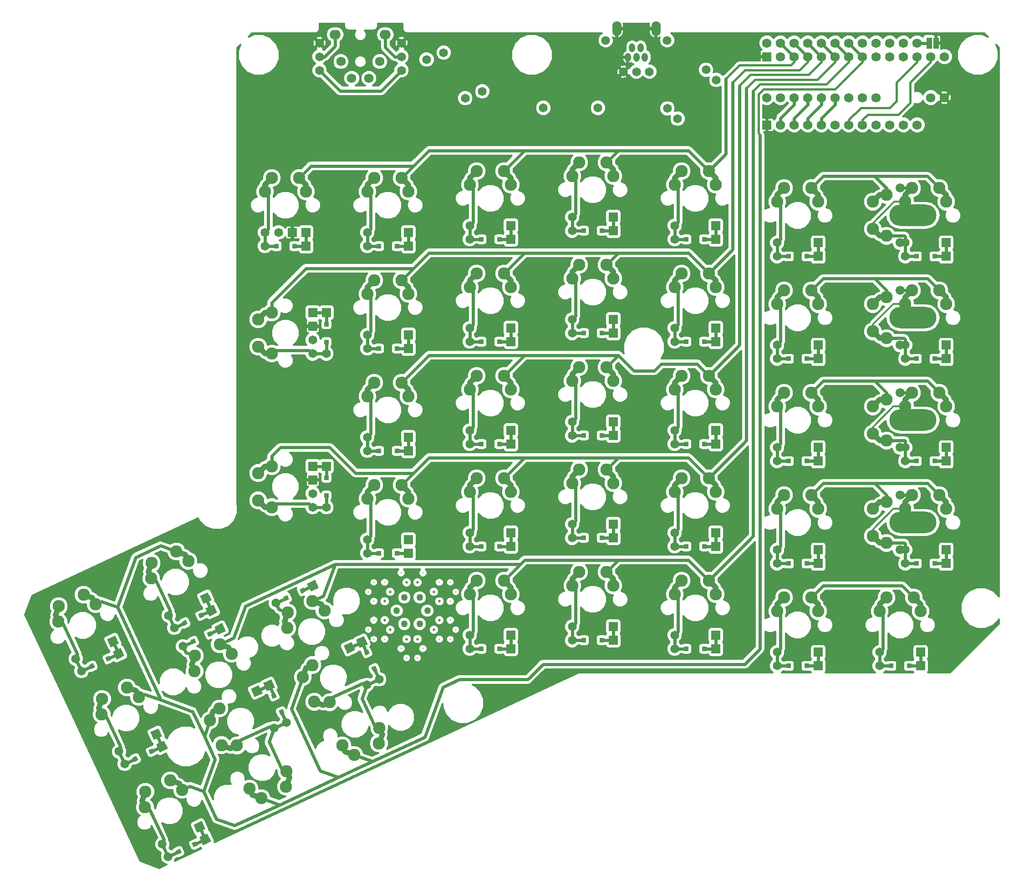
<source format=gbl>
G04 #@! TF.FileFunction,Copper,L2,Bot,Signal*
%FSLAX46Y46*%
G04 Gerber Fmt 4.6, Leading zero omitted, Abs format (unit mm)*
G04 Created by KiCad (PCBNEW (2016-11-25 revision 30df041)-makepkg) date 12/05/16 22:00:37*
%MOMM*%
%LPD*%
G01*
G04 APERTURE LIST*
%ADD10C,0.150000*%
%ADD11C,0.609600*%
%ADD12C,1.270000*%
%ADD13C,0.508000*%
%ADD14C,0.304800*%
%ADD15C,0.203200*%
%ADD16C,0.800000*%
%ADD17C,1.752600*%
%ADD18R,1.752600X1.752600*%
%ADD19C,1.651000*%
%ADD20C,0.838200*%
%ADD21R,1.651000X1.651000*%
%ADD22O,1.143000X1.651000*%
%ADD23O,1.701800X2.794000*%
%ADD24C,2.286000*%
%ADD25R,1.016000X2.032000*%
%ADD26O,2.057400X1.752600*%
%ADD27C,2.283460*%
%ADD28R,0.838200X0.838200*%
%ADD29C,2.280920*%
%ADD30O,8.750300X3.987800*%
%ADD31C,1.701800*%
%ADD32C,1.016000*%
%ADD33C,0.406400*%
%ADD34C,0.600000*%
%ADD35C,0.300000*%
%ADD36C,0.304800*%
G04 APERTURE END LIST*
D10*
D11*
X53341367Y-147187736D02*
X55286576Y-146280670D01*
X58302224Y-144874450D02*
X60247433Y-143967384D01*
X70605747Y-139135936D02*
X72550956Y-138228870D01*
X75566604Y-136822650D02*
X77511813Y-135915584D01*
X187642500Y-93672660D02*
X189788800Y-93672660D01*
X193116200Y-93672660D02*
X195262500Y-93672660D01*
X187642500Y-131772660D02*
X189788800Y-131772660D01*
X193116200Y-131772660D02*
X195262500Y-131772660D01*
X187642500Y-74625200D02*
X189788800Y-74625200D01*
X193116200Y-74625200D02*
X195262500Y-74625200D01*
X187642500Y-112722660D02*
X189788800Y-112722660D01*
X193116200Y-112722660D02*
X195262500Y-112722660D01*
X87630000Y-72720200D02*
X89776300Y-72720200D01*
X93103700Y-72720200D02*
X95250000Y-72720200D01*
X144780000Y-90497660D02*
X146926300Y-90497660D01*
X150253700Y-90497660D02*
X152400000Y-90497660D01*
X72554721Y-161349962D02*
X71647655Y-159404753D01*
X70241435Y-156389105D02*
X69334370Y-154443896D01*
X89819101Y-153298162D02*
X88912035Y-151352953D01*
X87505815Y-148337305D02*
X86598750Y-146392096D01*
X106680000Y-147647660D02*
X108826300Y-147647660D01*
X112153700Y-147647660D02*
X114300000Y-147647660D01*
X125730000Y-146050000D02*
X127876300Y-146050000D01*
X131203700Y-146050000D02*
X133350000Y-146050000D01*
X163830000Y-150822660D02*
X165976300Y-150822660D01*
X169303700Y-150822660D02*
X171450000Y-150822660D01*
X87630000Y-129867660D02*
X89776300Y-129867660D01*
X93103700Y-129867660D02*
X95250000Y-129867660D01*
X106680000Y-128597660D02*
X108826300Y-128597660D01*
X112153700Y-128597660D02*
X114300000Y-128597660D01*
X125730000Y-127000000D02*
X127876300Y-127000000D01*
X131203700Y-127000000D02*
X133350000Y-127000000D01*
X144780000Y-128597660D02*
X146926300Y-128597660D01*
X150253700Y-128597660D02*
X152400000Y-128597660D01*
X163830000Y-131772660D02*
X165976300Y-131772660D01*
X169303700Y-131772660D02*
X171450000Y-131772660D01*
X87630000Y-110817660D02*
X89776300Y-110817660D01*
X93103700Y-110817660D02*
X95250000Y-110817660D01*
X106680000Y-109547660D02*
X108826300Y-109547660D01*
X112153700Y-109547660D02*
X114300000Y-109547660D01*
X125730000Y-107950000D02*
X127876300Y-107950000D01*
X131203700Y-107950000D02*
X133350000Y-107950000D01*
X144780000Y-109547660D02*
X146926300Y-109547660D01*
X150253700Y-109547660D02*
X152400000Y-109547660D01*
X106680000Y-90497660D02*
X108826300Y-90497660D01*
X112153700Y-90497660D02*
X114300000Y-90497660D01*
X125730000Y-88900000D02*
X127876300Y-88900000D01*
X131203700Y-88900000D02*
X133350000Y-88900000D01*
X163830000Y-93672660D02*
X165976300Y-93672660D01*
X169303700Y-93672660D02*
X171450000Y-93672660D01*
X144780000Y-147647660D02*
X146926300Y-147647660D01*
X150253700Y-147647660D02*
X152400000Y-147647660D01*
X106680000Y-71447660D02*
X108826300Y-71447660D01*
X112153700Y-71447660D02*
X114300000Y-71447660D01*
X125730000Y-69850000D02*
X127876300Y-69850000D01*
X131203700Y-69850000D02*
X133350000Y-69850000D01*
X144780000Y-71447660D02*
X146926300Y-71447660D01*
X150253700Y-71447660D02*
X152400000Y-71447660D01*
X163830000Y-74625200D02*
X165976300Y-74625200D01*
X169303700Y-74625200D02*
X171450000Y-74625200D01*
X51730638Y-143735681D02*
X53675847Y-142828615D01*
X56691495Y-141422395D02*
X58636704Y-140515330D01*
X34466258Y-151784941D02*
X36411467Y-150877875D01*
X39427115Y-149471655D02*
X41372324Y-148564590D01*
X50567318Y-186316241D02*
X52512527Y-185409175D01*
X55528175Y-184002955D02*
X57473384Y-183095890D01*
X42515518Y-169049321D02*
X44460727Y-168142255D01*
X47476375Y-166736035D02*
X49421584Y-165828970D01*
X87630000Y-91767660D02*
X89776300Y-91767660D01*
X93103700Y-91767660D02*
X95250000Y-91767660D01*
X182880000Y-150822660D02*
X185026300Y-150822660D01*
X188353700Y-150822660D02*
X190500000Y-150822660D01*
X80010000Y-121295160D02*
X80010000Y-119148860D01*
X80010000Y-115821460D02*
X80010000Y-113675160D01*
X80010000Y-92720160D02*
X80010000Y-90573860D01*
X80010000Y-87246460D02*
X80010000Y-85100160D01*
X68580000Y-72720200D02*
X70726300Y-72720200D01*
X74053700Y-72720200D02*
X76200000Y-72720200D01*
X163830000Y-112722660D02*
X165976300Y-112722660D01*
X169303700Y-112722660D02*
X171450000Y-112722660D01*
D12*
X93087700Y-140557500D03*
X94510100Y-143018760D03*
X97352360Y-143018760D03*
X98777300Y-140557500D03*
X97354900Y-138096240D03*
X94512640Y-138096240D03*
D13*
X90852500Y-142315180D03*
X94916500Y-145835620D03*
X99993960Y-144075400D03*
X101012500Y-138799820D03*
X96948500Y-135279380D03*
X91871040Y-137039600D03*
X91868500Y-144075400D03*
X96945960Y-145835620D03*
X101012500Y-142315180D03*
X99996500Y-137039600D03*
X94919040Y-135279380D03*
X90855040Y-138799820D03*
D14*
X88820500Y-142315180D03*
X93900500Y-147595840D03*
X101009960Y-145835620D03*
X103044500Y-138799820D03*
X97964500Y-133519160D03*
X90855040Y-135279380D03*
X90852500Y-145835620D03*
X97961960Y-147595840D03*
X103044500Y-142315180D03*
X101012500Y-135279380D03*
X93903040Y-133519160D03*
X88823040Y-138799820D03*
D15*
X87804500Y-144075400D03*
X94916500Y-149356060D03*
X103041960Y-145835620D03*
X104060500Y-137039600D03*
X96948500Y-131758940D03*
X88823040Y-135279380D03*
X88820500Y-145835620D03*
X96945960Y-149356060D03*
X104060500Y-144075400D03*
X103044500Y-135279380D03*
X94919040Y-131758940D03*
X87804500Y-137039600D03*
D16*
X100190000Y-58530000D03*
X177240000Y-132590000D03*
X157790000Y-132510000D03*
X138670000Y-134080000D03*
X119940000Y-134000000D03*
X59870000Y-171840000D03*
X101490000Y-129460000D03*
X155300000Y-37140000D03*
X174460000Y-54430000D03*
X78130000Y-55020000D03*
X138750000Y-64400000D03*
D17*
X164465000Y-37465000D03*
X167005000Y-37465000D03*
X169545000Y-37465000D03*
X172085000Y-37465000D03*
X174625000Y-37465000D03*
X177165000Y-37465000D03*
X179705000Y-37465000D03*
X182245000Y-37465000D03*
X184785000Y-37465000D03*
X187325000Y-37465000D03*
X189865000Y-37465000D03*
X192405000Y-37465000D03*
X194945000Y-37465000D03*
D18*
X161925000Y-37465000D03*
D17*
X194945000Y-45085000D03*
X192405000Y-45085000D03*
X182245000Y-45085000D03*
X179705000Y-45085000D03*
X177165000Y-45085000D03*
X174625000Y-45085000D03*
X172085000Y-45085000D03*
X169545000Y-45085000D03*
X167005000Y-45085000D03*
X164465000Y-45085000D03*
X161925000Y-45085000D03*
D19*
X53341367Y-147187736D03*
D20*
X55286576Y-146280670D03*
D10*
G36*
X55083862Y-146837623D02*
X54729623Y-146077956D01*
X55489290Y-145723717D01*
X55843529Y-146483384D01*
X55083862Y-146837623D01*
X55083862Y-146837623D01*
G37*
D19*
X60247433Y-143967384D03*
D10*
G36*
X59848147Y-145064412D02*
X59150405Y-143568098D01*
X60646719Y-142870356D01*
X61344461Y-144366670D01*
X59848147Y-145064412D01*
X59848147Y-145064412D01*
G37*
D20*
X58302224Y-144874450D03*
D10*
G36*
X58099510Y-145431403D02*
X57745271Y-144671736D01*
X58504938Y-144317497D01*
X58859177Y-145077164D01*
X58099510Y-145431403D01*
X58099510Y-145431403D01*
G37*
D19*
X70605747Y-139135936D03*
D20*
X72550956Y-138228870D03*
D10*
G36*
X72348242Y-138785823D02*
X71994003Y-138026156D01*
X72753670Y-137671917D01*
X73107909Y-138431584D01*
X72348242Y-138785823D01*
X72348242Y-138785823D01*
G37*
D19*
X77511813Y-135915584D03*
D10*
G36*
X77112527Y-137012612D02*
X76414785Y-135516298D01*
X77911099Y-134818556D01*
X78608841Y-136314870D01*
X77112527Y-137012612D01*
X77112527Y-137012612D01*
G37*
D20*
X75566604Y-136822650D03*
D10*
G36*
X75363890Y-137379603D02*
X75009651Y-136619936D01*
X75769318Y-136265697D01*
X76123557Y-137025364D01*
X75363890Y-137379603D01*
X75363890Y-137379603D01*
G37*
D19*
X77470000Y-118755160D03*
D21*
X77470000Y-116215160D03*
D19*
X77470000Y-90180160D03*
D21*
X77470000Y-87640160D03*
D19*
X71120000Y-70180200D03*
D21*
X73660000Y-70180200D03*
D22*
X139242800Y-37553900D03*
X138442700Y-35806380D03*
X137642600Y-37553900D03*
X136842500Y-35806380D03*
X136042400Y-37553900D03*
D23*
X133995160Y-32230060D03*
X141290040Y-32230060D03*
D19*
X140055600Y-40259000D03*
X143357600Y-34417000D03*
X137642600Y-40259000D03*
X131927600Y-34417000D03*
X135229600Y-40259000D03*
D24*
X77434621Y-138754526D03*
X72753017Y-143740174D03*
X79659082Y-140519823D03*
X72830577Y-140901427D03*
X60170241Y-146806326D03*
X55488637Y-151791974D03*
X62394702Y-148571623D03*
X55566197Y-148953227D03*
X85176179Y-167376434D03*
X89857783Y-162390786D03*
X82951718Y-165611137D03*
X89780223Y-165229533D03*
X67909259Y-175425694D03*
X72590863Y-170440046D03*
X65684798Y-173660397D03*
X72513303Y-173278793D03*
D19*
X152499602Y-41810398D03*
X145315398Y-48994602D03*
X150594602Y-39905398D03*
X143410398Y-47089602D03*
X130492500Y-46990000D03*
X120332500Y-46990000D03*
X101817898Y-36730398D03*
X109002102Y-43914602D03*
X98642898Y-38000398D03*
X105827102Y-45184602D03*
X78740000Y-40005000D03*
X78740000Y-37465000D03*
X78740000Y-34925000D03*
X93980000Y-40005000D03*
X93980000Y-37465000D03*
X93980000Y-34925000D03*
D18*
X161925000Y-50165000D03*
D17*
X164465000Y-50165000D03*
X167005000Y-50165000D03*
X169545000Y-50165000D03*
X172085000Y-50165000D03*
X174625000Y-50165000D03*
X177165000Y-50165000D03*
X179705000Y-50165000D03*
X182245000Y-50165000D03*
X184785000Y-50165000D03*
X187325000Y-50165000D03*
X189865000Y-50165000D03*
X189865000Y-34925000D03*
X187325000Y-34925000D03*
X184785000Y-34925000D03*
X182245000Y-34925000D03*
X179705000Y-34925000D03*
X177165000Y-34925000D03*
X174625000Y-34925000D03*
X167005000Y-34925000D03*
X164465000Y-34925000D03*
X161925000Y-34925000D03*
X172085000Y-34925000D03*
X169545000Y-34925000D03*
D25*
X192087500Y-34925000D03*
X193357500Y-34925000D03*
D26*
X90957400Y-33375600D03*
D17*
X82702400Y-38379400D03*
X87909400Y-41478200D03*
D26*
X81661000Y-33375600D03*
D17*
X84709000Y-41478200D03*
X89916000Y-38379400D03*
D24*
X193992500Y-80972660D03*
X187642500Y-83512660D03*
D27*
X195262500Y-83512660D03*
D24*
X188912500Y-80972660D03*
D19*
X187642500Y-91132660D03*
D21*
X195262500Y-91132660D03*
D19*
X187642500Y-93672660D03*
D21*
X195262500Y-93672660D03*
D28*
X189788800Y-93672660D03*
X193116200Y-93672660D03*
D29*
X181610000Y-83512660D03*
X184150000Y-82242660D03*
X184150000Y-89862660D03*
X181610000Y-88592660D03*
D30*
X189069980Y-86052660D03*
D31*
X186690000Y-91132660D03*
X186690000Y-80972660D03*
D24*
X193992500Y-119072660D03*
X187642500Y-121612660D03*
D27*
X195262500Y-121612660D03*
D24*
X188912500Y-119072660D03*
D19*
X187642500Y-129232660D03*
D21*
X195262500Y-129232660D03*
D19*
X187642500Y-131772660D03*
D21*
X195262500Y-131772660D03*
D28*
X189788800Y-131772660D03*
X193116200Y-131772660D03*
D29*
X181610000Y-121612660D03*
X184150000Y-120342660D03*
X184150000Y-127962660D03*
X181610000Y-126692660D03*
D30*
X189069980Y-124152660D03*
D31*
X186690000Y-129232660D03*
X186690000Y-119072660D03*
D24*
X193992500Y-61925200D03*
X187642500Y-64465200D03*
D27*
X195262500Y-64465200D03*
D24*
X188912500Y-61925200D03*
D19*
X187642500Y-72085200D03*
D21*
X195262500Y-72085200D03*
D19*
X187642500Y-74625200D03*
D21*
X195262500Y-74625200D03*
D28*
X189788800Y-74625200D03*
X193116200Y-74625200D03*
D29*
X181610000Y-64465200D03*
X184150000Y-63195200D03*
X184150000Y-70815200D03*
X181610000Y-69545200D03*
D30*
X189069980Y-67005200D03*
D31*
X186690000Y-72085200D03*
X186690000Y-61925200D03*
D24*
X193992500Y-100022660D03*
X187642500Y-102562660D03*
D27*
X195262500Y-102562660D03*
D24*
X188912500Y-100022660D03*
D19*
X187642500Y-110182660D03*
D21*
X195262500Y-110182660D03*
D19*
X187642500Y-112722660D03*
D21*
X195262500Y-112722660D03*
D28*
X189788800Y-112722660D03*
X193116200Y-112722660D03*
D29*
X181610000Y-102562660D03*
X184150000Y-101292660D03*
X184150000Y-108912660D03*
X181610000Y-107642660D03*
D30*
X189069980Y-105102660D03*
D31*
X186690000Y-110182660D03*
X186690000Y-100022660D03*
D24*
X93980000Y-60020200D03*
X87630000Y-62560200D03*
X95250000Y-62560200D03*
X88900000Y-60020200D03*
D19*
X87630000Y-70180200D03*
D21*
X95250000Y-70180200D03*
D19*
X87630000Y-72720200D03*
D21*
X95250000Y-72720200D03*
D28*
X89776300Y-72720200D03*
X93103700Y-72720200D03*
D24*
X151130000Y-77797660D03*
X144780000Y-80337660D03*
X152400000Y-80337660D03*
X146050000Y-77797660D03*
D19*
X144780000Y-87957660D03*
D21*
X152400000Y-87957660D03*
D19*
X144780000Y-90497660D03*
D21*
X152400000Y-90497660D03*
D28*
X146926300Y-90497660D03*
X150253700Y-90497660D03*
D24*
X58360986Y-160962159D03*
X63346634Y-165643763D03*
X60126283Y-158737698D03*
X60507887Y-165566203D03*
D19*
X70252699Y-162423412D03*
X67032348Y-155517347D03*
D10*
G36*
X68129376Y-155916633D02*
X66633062Y-156614375D01*
X65935320Y-155118061D01*
X67431634Y-154420319D01*
X68129376Y-155916633D01*
X68129376Y-155916633D01*
G37*
D19*
X72554721Y-161349962D03*
X69334370Y-154443896D03*
D10*
G36*
X70431398Y-154843182D02*
X68935084Y-155540924D01*
X68237342Y-154044610D01*
X69733656Y-153346868D01*
X70431398Y-154843182D01*
X70431398Y-154843182D01*
G37*
D20*
X71647655Y-159404753D03*
D10*
G36*
X72204608Y-159607467D02*
X71444941Y-159961706D01*
X71090702Y-159202039D01*
X71850369Y-158847800D01*
X72204608Y-159607467D01*
X72204608Y-159607467D01*
G37*
D20*
X70241435Y-156389105D03*
D10*
G36*
X70798388Y-156591819D02*
X70038721Y-156946058D01*
X69684482Y-156186391D01*
X70444149Y-155832152D01*
X70798388Y-156591819D01*
X70798388Y-156591819D01*
G37*
D24*
X75625366Y-152910359D03*
X80611014Y-157591963D03*
X77390663Y-150685898D03*
X77772267Y-157514403D03*
D19*
X87517079Y-154371612D03*
X84296728Y-147465547D03*
D10*
G36*
X85393756Y-147864833D02*
X83897442Y-148562575D01*
X83199700Y-147066261D01*
X84696014Y-146368519D01*
X85393756Y-147864833D01*
X85393756Y-147864833D01*
G37*
D19*
X89819101Y-153298162D03*
X86598750Y-146392096D03*
D10*
G36*
X87695778Y-146791382D02*
X86199464Y-147489124D01*
X85501722Y-145992810D01*
X86998036Y-145295068D01*
X87695778Y-146791382D01*
X87695778Y-146791382D01*
G37*
D20*
X88912035Y-151352953D03*
D10*
G36*
X89468988Y-151555667D02*
X88709321Y-151909906D01*
X88355082Y-151150239D01*
X89114749Y-150796000D01*
X89468988Y-151555667D01*
X89468988Y-151555667D01*
G37*
D20*
X87505815Y-148337305D03*
D10*
G36*
X88062768Y-148540019D02*
X87303101Y-148894258D01*
X86948862Y-148134591D01*
X87708529Y-147780352D01*
X88062768Y-148540019D01*
X88062768Y-148540019D01*
G37*
D24*
X113030000Y-134947660D03*
X106680000Y-137487660D03*
X114300000Y-137487660D03*
X107950000Y-134947660D03*
D19*
X106680000Y-145107660D03*
D21*
X114300000Y-145107660D03*
D19*
X106680000Y-147647660D03*
D21*
X114300000Y-147647660D03*
D28*
X108826300Y-147647660D03*
X112153700Y-147647660D03*
D24*
X132080000Y-133350000D03*
X125730000Y-135890000D03*
X133350000Y-135890000D03*
X127000000Y-133350000D03*
D19*
X125730000Y-143510000D03*
D21*
X133350000Y-143510000D03*
D19*
X125730000Y-146050000D03*
D21*
X133350000Y-146050000D03*
D28*
X127876300Y-146050000D03*
X131203700Y-146050000D03*
D24*
X170180000Y-138122660D03*
X163830000Y-140662660D03*
X171450000Y-140662660D03*
X165100000Y-138122660D03*
D19*
X163830000Y-148282660D03*
D21*
X171450000Y-148282660D03*
D19*
X163830000Y-150822660D03*
D21*
X171450000Y-150822660D03*
D28*
X165976300Y-150822660D03*
X169303700Y-150822660D03*
D24*
X93980000Y-117167660D03*
X87630000Y-119707660D03*
X95250000Y-119707660D03*
X88900000Y-117167660D03*
D19*
X87630000Y-127327660D03*
D21*
X95250000Y-127327660D03*
D19*
X87630000Y-129867660D03*
D21*
X95250000Y-129867660D03*
D28*
X89776300Y-129867660D03*
X93103700Y-129867660D03*
D24*
X113030000Y-115897660D03*
X106680000Y-118437660D03*
X114300000Y-118437660D03*
X107950000Y-115897660D03*
D19*
X106680000Y-126057660D03*
D21*
X114300000Y-126057660D03*
D19*
X106680000Y-128597660D03*
D21*
X114300000Y-128597660D03*
D28*
X108826300Y-128597660D03*
X112153700Y-128597660D03*
D24*
X132080000Y-114300000D03*
X125730000Y-116840000D03*
X133350000Y-116840000D03*
X127000000Y-114300000D03*
D19*
X125730000Y-124460000D03*
D21*
X133350000Y-124460000D03*
D19*
X125730000Y-127000000D03*
D21*
X133350000Y-127000000D03*
D28*
X127876300Y-127000000D03*
X131203700Y-127000000D03*
D24*
X151130000Y-115897660D03*
X144780000Y-118437660D03*
X152400000Y-118437660D03*
X146050000Y-115897660D03*
D19*
X144780000Y-126057660D03*
D21*
X152400000Y-126057660D03*
D19*
X144780000Y-128597660D03*
D21*
X152400000Y-128597660D03*
D28*
X146926300Y-128597660D03*
X150253700Y-128597660D03*
D24*
X170180000Y-119072660D03*
X163830000Y-121612660D03*
X171450000Y-121612660D03*
X165100000Y-119072660D03*
D19*
X163830000Y-129232660D03*
D21*
X171450000Y-129232660D03*
D19*
X163830000Y-131772660D03*
D21*
X171450000Y-131772660D03*
D28*
X165976300Y-131772660D03*
X169303700Y-131772660D03*
D24*
X93980000Y-98117660D03*
X87630000Y-100657660D03*
X95250000Y-100657660D03*
X88900000Y-98117660D03*
D19*
X87630000Y-108277660D03*
D21*
X95250000Y-108277660D03*
D19*
X87630000Y-110817660D03*
D21*
X95250000Y-110817660D03*
D28*
X89776300Y-110817660D03*
X93103700Y-110817660D03*
D24*
X113030000Y-96847660D03*
X106680000Y-99387660D03*
X114300000Y-99387660D03*
X107950000Y-96847660D03*
D19*
X106680000Y-107007660D03*
D21*
X114300000Y-107007660D03*
D19*
X106680000Y-109547660D03*
D21*
X114300000Y-109547660D03*
D28*
X108826300Y-109547660D03*
X112153700Y-109547660D03*
D24*
X132080000Y-95250000D03*
X125730000Y-97790000D03*
X133350000Y-97790000D03*
X127000000Y-95250000D03*
D19*
X125730000Y-105410000D03*
D21*
X133350000Y-105410000D03*
D19*
X125730000Y-107950000D03*
D21*
X133350000Y-107950000D03*
D28*
X127876300Y-107950000D03*
X131203700Y-107950000D03*
D24*
X151130000Y-96847660D03*
X144780000Y-99387660D03*
X152400000Y-99387660D03*
X146050000Y-96847660D03*
D19*
X144780000Y-107007660D03*
D21*
X152400000Y-107007660D03*
D19*
X144780000Y-109547660D03*
D21*
X152400000Y-109547660D03*
D28*
X146926300Y-109547660D03*
X150253700Y-109547660D03*
D24*
X113030000Y-77797660D03*
X106680000Y-80337660D03*
X114300000Y-80337660D03*
X107950000Y-77797660D03*
D19*
X106680000Y-87957660D03*
D21*
X114300000Y-87957660D03*
D19*
X106680000Y-90497660D03*
D21*
X114300000Y-90497660D03*
D28*
X108826300Y-90497660D03*
X112153700Y-90497660D03*
D24*
X132080000Y-76200000D03*
X125730000Y-78740000D03*
X133350000Y-78740000D03*
X127000000Y-76200000D03*
D19*
X125730000Y-86360000D03*
D21*
X133350000Y-86360000D03*
D19*
X125730000Y-88900000D03*
D21*
X133350000Y-88900000D03*
D28*
X127876300Y-88900000D03*
X131203700Y-88900000D03*
D24*
X170180000Y-80972660D03*
X163830000Y-83512660D03*
X171450000Y-83512660D03*
X165100000Y-80972660D03*
D19*
X163830000Y-91132660D03*
D21*
X171450000Y-91132660D03*
D19*
X163830000Y-93672660D03*
D21*
X171450000Y-93672660D03*
D28*
X165976300Y-93672660D03*
X169303700Y-93672660D03*
D24*
X151130000Y-134947660D03*
X144780000Y-137487660D03*
X152400000Y-137487660D03*
X146050000Y-134947660D03*
D19*
X144780000Y-145107660D03*
D21*
X152400000Y-145107660D03*
D19*
X144780000Y-147647660D03*
D21*
X152400000Y-147647660D03*
D28*
X146926300Y-147647660D03*
X150253700Y-147647660D03*
D24*
X113030000Y-58747660D03*
X106680000Y-61287660D03*
X114300000Y-61287660D03*
X107950000Y-58747660D03*
D19*
X106680000Y-68907660D03*
D21*
X114300000Y-68907660D03*
D19*
X106680000Y-71447660D03*
D21*
X114300000Y-71447660D03*
D28*
X108826300Y-71447660D03*
X112153700Y-71447660D03*
D24*
X132080000Y-57150000D03*
X125730000Y-59690000D03*
X133350000Y-59690000D03*
X127000000Y-57150000D03*
D19*
X125730000Y-67310000D03*
D21*
X133350000Y-67310000D03*
D19*
X125730000Y-69850000D03*
D21*
X133350000Y-69850000D03*
D28*
X127876300Y-69850000D03*
X131203700Y-69850000D03*
D24*
X151130000Y-58747660D03*
X144780000Y-61287660D03*
X152400000Y-61287660D03*
X146050000Y-58747660D03*
D19*
X144780000Y-68907660D03*
D21*
X152400000Y-68907660D03*
D19*
X144780000Y-71447660D03*
D21*
X152400000Y-71447660D03*
D28*
X146926300Y-71447660D03*
X150253700Y-71447660D03*
D24*
X170180000Y-61925200D03*
X163830000Y-64465200D03*
X171450000Y-64465200D03*
X165100000Y-61925200D03*
D19*
X163830000Y-72085200D03*
D21*
X171450000Y-72085200D03*
D19*
X163830000Y-74625200D03*
D21*
X171450000Y-74625200D03*
D28*
X165976300Y-74625200D03*
X169303700Y-74625200D03*
D24*
X52118441Y-129541946D03*
X47436837Y-134527594D03*
X54342902Y-131307243D03*
X47514397Y-131688847D03*
D19*
X50657188Y-141433659D03*
X57563253Y-138213308D03*
D10*
G36*
X57163967Y-139310336D02*
X56466225Y-137814022D01*
X57962539Y-137116280D01*
X58660281Y-138612594D01*
X57163967Y-139310336D01*
X57163967Y-139310336D01*
G37*
D19*
X51730638Y-143735681D03*
X58636704Y-140515330D03*
D10*
G36*
X58237418Y-141612358D02*
X57539676Y-140116044D01*
X59035990Y-139418302D01*
X59733732Y-140914616D01*
X58237418Y-141612358D01*
X58237418Y-141612358D01*
G37*
D20*
X53675847Y-142828615D03*
D10*
G36*
X53473133Y-143385568D02*
X53118894Y-142625901D01*
X53878561Y-142271662D01*
X54232800Y-143031329D01*
X53473133Y-143385568D01*
X53473133Y-143385568D01*
G37*
D20*
X56691495Y-141422395D03*
D10*
G36*
X56488781Y-141979348D02*
X56134542Y-141219681D01*
X56894209Y-140865442D01*
X57248448Y-141625109D01*
X56488781Y-141979348D01*
X56488781Y-141979348D01*
G37*
D24*
X34854061Y-137591206D03*
X30172457Y-142576854D03*
X37078522Y-139356503D03*
X30250017Y-139738107D03*
D19*
X33392808Y-149482919D03*
X40298873Y-146262568D03*
D10*
G36*
X39899587Y-147359596D02*
X39201845Y-145863282D01*
X40698159Y-145165540D01*
X41395901Y-146661854D01*
X39899587Y-147359596D01*
X39899587Y-147359596D01*
G37*
D19*
X34466258Y-151784941D03*
X41372324Y-148564590D03*
D10*
G36*
X40973038Y-149661618D02*
X40275296Y-148165304D01*
X41771610Y-147467562D01*
X42469352Y-148963876D01*
X40973038Y-149661618D01*
X40973038Y-149661618D01*
G37*
D20*
X36411467Y-150877875D03*
D10*
G36*
X36208753Y-151434828D02*
X35854514Y-150675161D01*
X36614181Y-150320922D01*
X36968420Y-151080589D01*
X36208753Y-151434828D01*
X36208753Y-151434828D01*
G37*
D20*
X39427115Y-149471655D03*
D10*
G36*
X39224401Y-150028608D02*
X38870162Y-149268941D01*
X39629829Y-148914702D01*
X39984068Y-149674369D01*
X39224401Y-150028608D01*
X39224401Y-150028608D01*
G37*
D24*
X50955121Y-172122506D03*
X46273517Y-177108154D03*
X53179582Y-173887803D03*
X46351077Y-174269407D03*
D19*
X49493868Y-184014219D03*
X56399933Y-180793868D03*
D10*
G36*
X56000647Y-181890896D02*
X55302905Y-180394582D01*
X56799219Y-179696840D01*
X57496961Y-181193154D01*
X56000647Y-181890896D01*
X56000647Y-181890896D01*
G37*
D19*
X50567318Y-186316241D03*
X57473384Y-183095890D03*
D10*
G36*
X57074098Y-184192918D02*
X56376356Y-182696604D01*
X57872670Y-181998862D01*
X58570412Y-183495176D01*
X57074098Y-184192918D01*
X57074098Y-184192918D01*
G37*
D20*
X52512527Y-185409175D03*
D10*
G36*
X52309813Y-185966128D02*
X51955574Y-185206461D01*
X52715241Y-184852222D01*
X53069480Y-185611889D01*
X52309813Y-185966128D01*
X52309813Y-185966128D01*
G37*
D20*
X55528175Y-184002955D03*
D10*
G36*
X55325461Y-184559908D02*
X54971222Y-183800241D01*
X55730889Y-183446002D01*
X56085128Y-184205669D01*
X55325461Y-184559908D01*
X55325461Y-184559908D01*
G37*
D24*
X42903321Y-154855586D03*
X38221717Y-159841234D03*
X45127782Y-156620883D03*
X38299277Y-157002487D03*
D19*
X41442068Y-166747299D03*
X48348133Y-163526948D03*
D10*
G36*
X47948847Y-164623976D02*
X47251105Y-163127662D01*
X48747419Y-162429920D01*
X49445161Y-163926234D01*
X47948847Y-164623976D01*
X47948847Y-164623976D01*
G37*
D19*
X42515518Y-169049321D03*
X49421584Y-165828970D03*
D10*
G36*
X49022298Y-166925998D02*
X48324556Y-165429684D01*
X49820870Y-164731942D01*
X50518612Y-166228256D01*
X49022298Y-166925998D01*
X49022298Y-166925998D01*
G37*
D20*
X44460727Y-168142255D03*
D10*
G36*
X44258013Y-168699208D02*
X43903774Y-167939541D01*
X44663441Y-167585302D01*
X45017680Y-168344969D01*
X44258013Y-168699208D01*
X44258013Y-168699208D01*
G37*
D20*
X47476375Y-166736035D03*
D10*
G36*
X47273661Y-167292988D02*
X46919422Y-166533321D01*
X47679089Y-166179082D01*
X48033328Y-166938749D01*
X47273661Y-167292988D01*
X47273661Y-167292988D01*
G37*
D24*
X93980000Y-79067660D03*
X87630000Y-81607660D03*
X95250000Y-81607660D03*
X88900000Y-79067660D03*
D19*
X87630000Y-89227660D03*
D21*
X95250000Y-89227660D03*
D19*
X87630000Y-91767660D03*
D21*
X95250000Y-91767660D03*
D28*
X89776300Y-91767660D03*
X93103700Y-91767660D03*
D24*
X189230000Y-138122660D03*
X182880000Y-140662660D03*
X190500000Y-140662660D03*
X184150000Y-138122660D03*
D19*
X182880000Y-148282660D03*
D21*
X190500000Y-148282660D03*
D19*
X182880000Y-150822660D03*
D21*
X190500000Y-150822660D03*
D28*
X185026300Y-150822660D03*
X188353700Y-150822660D03*
D24*
X67310000Y-114945160D03*
X69850000Y-121295160D03*
X69850000Y-113675160D03*
X67310000Y-120025160D03*
D19*
X77470000Y-121295160D03*
D21*
X77470000Y-113675160D03*
D19*
X80010000Y-121295160D03*
D21*
X80010000Y-113675160D03*
D28*
X80010000Y-119148860D03*
X80010000Y-115821460D03*
D24*
X67310000Y-86370160D03*
X69850000Y-92720160D03*
X69850000Y-85100160D03*
X67310000Y-91450160D03*
D19*
X77470000Y-92720160D03*
D21*
X77470000Y-85100160D03*
D19*
X80010000Y-92720160D03*
D21*
X80010000Y-85100160D03*
D28*
X80010000Y-90573860D03*
X80010000Y-87246460D03*
D24*
X74930000Y-60020200D03*
X68580000Y-62560200D03*
X76200000Y-62560200D03*
X69850000Y-60020200D03*
D19*
X68580000Y-70180200D03*
D21*
X76200000Y-70180200D03*
D19*
X68580000Y-72720200D03*
D21*
X76200000Y-72720200D03*
D28*
X70726300Y-72720200D03*
X74053700Y-72720200D03*
D24*
X170180000Y-100022660D03*
X163830000Y-102562660D03*
X171450000Y-102562660D03*
X165100000Y-100022660D03*
D19*
X163830000Y-110182660D03*
D21*
X171450000Y-110182660D03*
D19*
X163830000Y-112722660D03*
D21*
X171450000Y-112722660D03*
D28*
X165976300Y-112722660D03*
X169303700Y-112722660D03*
D11*
X195262500Y-72085200D02*
X195262500Y-74625200D01*
X195262500Y-129232660D02*
X195262500Y-131772660D01*
X195262500Y-110182660D02*
X195262500Y-112722660D01*
X195262500Y-91132660D02*
X195262500Y-93672660D01*
X190500000Y-148282660D02*
X190500000Y-150822660D01*
X171450000Y-72085200D02*
X171450000Y-74625200D01*
X171450000Y-148282660D02*
X171450000Y-150822660D01*
X171450000Y-91132660D02*
X171450000Y-93672660D01*
X171450000Y-129232660D02*
X171450000Y-131772660D01*
X171450000Y-110182660D02*
X171450000Y-112722660D01*
X57472580Y-183095900D02*
X56400700Y-180794660D01*
X133350000Y-105410000D02*
X133350000Y-107950000D01*
X133350000Y-67310000D02*
X133350000Y-69850000D01*
X133350000Y-143510000D02*
X133350000Y-146050000D01*
X133350000Y-86360000D02*
X133350000Y-88900000D01*
X172085000Y-48895000D02*
X172085000Y-50165000D01*
X133350000Y-124460000D02*
X133350000Y-127000000D01*
X174625000Y-46355000D02*
X172085000Y-48895000D01*
X174625000Y-45085000D02*
X174625000Y-46355000D01*
X84297520Y-147464780D02*
X86601300Y-146392900D01*
X152400000Y-87957660D02*
X152400000Y-90497660D01*
X152400000Y-68907660D02*
X152400000Y-71447660D01*
X152400000Y-145107660D02*
X152400000Y-147647660D01*
X152400000Y-126057660D02*
X152400000Y-128597660D01*
X152400000Y-107007660D02*
X152400000Y-109547660D01*
X67033140Y-155516580D02*
X69334380Y-154442160D01*
X114300000Y-87957660D02*
X114300000Y-90497660D01*
X114300000Y-126057660D02*
X114300000Y-128597660D01*
X114300000Y-107007660D02*
X114300000Y-109547660D01*
X172085000Y-46355000D02*
X169545000Y-48895000D01*
X49423320Y-165831520D02*
X48348900Y-163527740D01*
X114300000Y-145107660D02*
X114300000Y-147647660D01*
X169545000Y-48895000D02*
X169545000Y-50165000D01*
X172085000Y-45085000D02*
X172085000Y-46355000D01*
X114300000Y-68907660D02*
X114300000Y-71447660D01*
X169545000Y-45085000D02*
X169545000Y-46355000D01*
X57564020Y-138211560D02*
X58635900Y-140515340D01*
X95250000Y-89227660D02*
X95250000Y-91767660D01*
X95250000Y-108277660D02*
X95250000Y-110817660D01*
X167005000Y-48895000D02*
X167005000Y-50165000D01*
X169545000Y-46355000D02*
X167005000Y-48895000D01*
X95250000Y-70180200D02*
X95250000Y-72720200D01*
X40297100Y-146263360D02*
X41371520Y-148564600D01*
X76200000Y-70180200D02*
X76200000Y-72720200D01*
X164465000Y-48895000D02*
X164465000Y-50165000D01*
X77470000Y-85100160D02*
X80010000Y-85100160D01*
X167005000Y-46355000D02*
X164465000Y-48895000D01*
X167005000Y-45085000D02*
X167005000Y-46355000D01*
X77470000Y-113675160D02*
X80010000Y-113675160D01*
X177165000Y-34925000D02*
X179705000Y-37465000D01*
X73477120Y-158818580D02*
X78844140Y-170327320D01*
X53179980Y-173888400D02*
X54617620Y-173217840D01*
X78844140Y-170327320D02*
X82219800Y-171556680D01*
X98333560Y-164043360D02*
X101711760Y-154759660D01*
X88549480Y-168605200D02*
X98333560Y-164043360D01*
D32*
X34853880Y-137591800D02*
X36540440Y-138206480D01*
D11*
X101711760Y-154759660D02*
X104729280Y-153352500D01*
D32*
X42903140Y-154856180D02*
X44592240Y-155470860D01*
D11*
X55140860Y-159311340D02*
X49232820Y-157159960D01*
X49164240Y-128465580D02*
X44561760Y-130614420D01*
D32*
X52644040Y-172737780D02*
X53179980Y-173888400D01*
D11*
X75628500Y-152910540D02*
X73477120Y-158818580D01*
D32*
X76240640Y-151223980D02*
X77393800Y-150685500D01*
X75628500Y-152910540D02*
X76240640Y-151223980D01*
X58976260Y-159273240D02*
X60126880Y-158737300D01*
D11*
X82219800Y-171556680D02*
X88549480Y-168605200D01*
X71285100Y-176654460D02*
X82219800Y-171556680D01*
D32*
X50954940Y-172123100D02*
X52644040Y-172737780D01*
D11*
X67909440Y-175427640D02*
X71285100Y-176654460D01*
X38229540Y-138821160D02*
X41183560Y-139895580D01*
X37078920Y-139357100D02*
X38229540Y-138821160D01*
X46278800Y-156085540D02*
X49232820Y-157159960D01*
X45128180Y-156621480D02*
X46278800Y-156085540D01*
X59565540Y-179318920D02*
X57150000Y-174137320D01*
X62941200Y-180545740D02*
X59565540Y-179318920D01*
X71285100Y-176654460D02*
X62941200Y-180545740D01*
X54617620Y-173217840D02*
X57150000Y-174137320D01*
X52118260Y-129542540D02*
X49164240Y-128465580D01*
D33*
X161290000Y-43497500D02*
X160337500Y-44450000D01*
D11*
X41183560Y-139895580D02*
X49232820Y-157159960D01*
D32*
X58361580Y-160962340D02*
X58976260Y-159273240D01*
D11*
X59298840Y-168231820D02*
X57287160Y-163913820D01*
X157797500Y-150495000D02*
X120332500Y-150495000D01*
X57287160Y-163913820D02*
X55140860Y-159311340D01*
X160655000Y-52070000D02*
X160655000Y-147637500D01*
D33*
X160337500Y-44450000D02*
X160337500Y-51752500D01*
X160337500Y-51752500D02*
X160655000Y-52070000D01*
X174625000Y-43497500D02*
X161290000Y-43497500D01*
D11*
X104729280Y-153352500D02*
X117475000Y-153352500D01*
X160655000Y-147637500D02*
X157797500Y-150495000D01*
D33*
X179705000Y-38417500D02*
X179705000Y-37465000D01*
D11*
X120332500Y-150495000D02*
X117475000Y-153352500D01*
D33*
X179705000Y-38417500D02*
X174625000Y-43497500D01*
D32*
X44592240Y-155470860D02*
X45128180Y-156621480D01*
D11*
X58361580Y-160962340D02*
X57287160Y-163913820D01*
X85176360Y-167375840D02*
X88549480Y-168605200D01*
D32*
X67909440Y-175427640D02*
X66222880Y-174812960D01*
X53807360Y-130154680D02*
X54343300Y-131307840D01*
X52118260Y-129542540D02*
X53807360Y-130154680D01*
D11*
X57150000Y-174137320D02*
X59298840Y-168231820D01*
D32*
X85176360Y-167375840D02*
X83487260Y-166761160D01*
X66222880Y-174812960D02*
X65684400Y-173662340D01*
X83487260Y-166761160D02*
X82951320Y-165610540D01*
D11*
X44561760Y-130614420D02*
X41183560Y-139895580D01*
D32*
X36540440Y-138206480D02*
X37078920Y-139357100D01*
X114300000Y-136217660D02*
X114300000Y-137487660D01*
X190500000Y-139392660D02*
X190500000Y-140662660D01*
D11*
X172402500Y-135890000D02*
X186997340Y-135890000D01*
D32*
X152400000Y-136217660D02*
X152400000Y-137487660D01*
D33*
X172974000Y-42608500D02*
X160591500Y-42608500D01*
D11*
X186997340Y-135890000D02*
X189230000Y-138122660D01*
X159385000Y-126692660D02*
X159385000Y-43815000D01*
X115892580Y-132085080D02*
X113030000Y-134947660D01*
X116067840Y-131909820D02*
X115892580Y-132085080D01*
D32*
X132080000Y-133350000D02*
X133350000Y-134620000D01*
D11*
X81600040Y-131909820D02*
X116067840Y-131909820D01*
D32*
X77434440Y-138755120D02*
X79123540Y-139369800D01*
D11*
X60170060Y-146806920D02*
X62758320Y-145597880D01*
X170180000Y-138122660D02*
X170180000Y-138112500D01*
D32*
X60170060Y-146806920D02*
X61856620Y-147421600D01*
X79123540Y-139369800D02*
X79659480Y-140520420D01*
D11*
X170180000Y-138112500D02*
X172402500Y-135890000D01*
X134302500Y-131127500D02*
X147309840Y-131127500D01*
X77434440Y-138755120D02*
X79448660Y-137815320D01*
X174625000Y-34925000D02*
X177165000Y-37465000D01*
X147309840Y-131127500D02*
X151130000Y-134947660D01*
X64909700Y-139692380D02*
X81600040Y-131909820D01*
D33*
X160591500Y-42608500D02*
X159385000Y-43815000D01*
D32*
X61856620Y-147421600D02*
X62395100Y-148572220D01*
D11*
X134302500Y-131127500D02*
X116850160Y-131127500D01*
X116850160Y-131127500D02*
X116067840Y-131909820D01*
X79448660Y-137815320D02*
X81600040Y-131909820D01*
D32*
X189230000Y-138122660D02*
X190500000Y-139392660D01*
X133350000Y-134620000D02*
X133350000Y-135890000D01*
D11*
X151130000Y-134947660D02*
X159385000Y-126692660D01*
D32*
X170180000Y-138122660D02*
X171450000Y-139392660D01*
X151130000Y-134947660D02*
X152400000Y-136217660D01*
X113030000Y-134947660D02*
X114300000Y-136217660D01*
D33*
X177165000Y-37465000D02*
X177165000Y-38417500D01*
D11*
X132080000Y-133350000D02*
X134302500Y-131127500D01*
D33*
X177165000Y-38417500D02*
X172974000Y-42608500D01*
D32*
X171450000Y-139392660D02*
X171450000Y-140662660D01*
D11*
X62758320Y-145597880D02*
X64909700Y-139692380D01*
X181917340Y-116840000D02*
X184150000Y-119072660D01*
X184150000Y-119072660D02*
X184150000Y-120342660D01*
D32*
X184150000Y-120342660D02*
X182880000Y-120342660D01*
X182880000Y-120342660D02*
X181610000Y-121612660D01*
D11*
X85407500Y-114935000D02*
X96212660Y-114935000D01*
D32*
X152400000Y-117167660D02*
X152400000Y-118437660D01*
D11*
X116850160Y-112077500D02*
X134302500Y-112077500D01*
D32*
X193992500Y-119072660D02*
X195262500Y-120342660D01*
D11*
X172402500Y-116840000D02*
X181917340Y-116840000D01*
D32*
X170180000Y-119072660D02*
X171450000Y-120342660D01*
X113030000Y-115897660D02*
X114300000Y-117167660D01*
D11*
X172085000Y-34925000D02*
X174625000Y-37465000D01*
X191759840Y-116840000D02*
X193992500Y-119072660D01*
X71437500Y-110172500D02*
X80645000Y-110172500D01*
X181917340Y-116840000D02*
X191759840Y-116840000D01*
X147309840Y-112077500D02*
X151130000Y-115897660D01*
D32*
X171450000Y-120342660D02*
X171450000Y-121612660D01*
D11*
X69850000Y-113675160D02*
X69850000Y-111760000D01*
D33*
X171323000Y-41719500D02*
X159702500Y-41719500D01*
D32*
X93980000Y-117167660D02*
X95250000Y-118437660D01*
D11*
X134302500Y-112077500D02*
X147309840Y-112077500D01*
X99070160Y-112077500D02*
X116850160Y-112077500D01*
D32*
X95250000Y-118437660D02*
X95250000Y-119707660D01*
D11*
X93980000Y-117167660D02*
X96212660Y-114935000D01*
X80645000Y-110172500D02*
X85407500Y-114935000D01*
D32*
X114300000Y-117167660D02*
X114300000Y-118437660D01*
D33*
X174625000Y-37465000D02*
X174625000Y-38417500D01*
D11*
X96212660Y-114935000D02*
X99070160Y-112077500D01*
X170180000Y-119072660D02*
X170180000Y-119062500D01*
X132080000Y-114300000D02*
X134302500Y-112077500D01*
D33*
X159702500Y-41719500D02*
X158115000Y-43307000D01*
D32*
X195262500Y-120342660D02*
X195262500Y-121612660D01*
D33*
X174625000Y-38417500D02*
X171323000Y-41719500D01*
D32*
X151130000Y-115897660D02*
X152400000Y-117167660D01*
D11*
X69850000Y-111760000D02*
X71437500Y-110172500D01*
D32*
X132080000Y-114300000D02*
X133350000Y-115570000D01*
X68580000Y-113675160D02*
X69850000Y-113675160D01*
D11*
X113030000Y-115897660D02*
X116850160Y-112077500D01*
X151130000Y-115897660D02*
X158115000Y-108912660D01*
D32*
X67310000Y-114945160D02*
X68580000Y-113675160D01*
D11*
X170180000Y-119062500D02*
X172402500Y-116840000D01*
D32*
X133350000Y-115570000D02*
X133350000Y-116840000D01*
D11*
X158115000Y-108912660D02*
X158115000Y-43307000D01*
X181917340Y-97790000D02*
X184150000Y-100022660D01*
X184150000Y-100022660D02*
X184150000Y-101292660D01*
D32*
X184150000Y-101292660D02*
X182880000Y-101292660D01*
X182880000Y-101292660D02*
X181610000Y-102562660D01*
D11*
X113030000Y-96847660D02*
X116850160Y-93027500D01*
D32*
X113030000Y-96847660D02*
X114300000Y-98117660D01*
X170180000Y-100022660D02*
X171450000Y-101292660D01*
D33*
X172085000Y-38417500D02*
X169672000Y-40830500D01*
D32*
X151130000Y-96847660D02*
X152400000Y-98117660D01*
X95250000Y-99387660D02*
X95250000Y-100657660D01*
X132080000Y-95250000D02*
X133350000Y-96520000D01*
D11*
X169545000Y-34925000D02*
X172085000Y-37465000D01*
D32*
X152400000Y-98117660D02*
X152400000Y-99387660D01*
D11*
X170180000Y-100022660D02*
X170180000Y-100012500D01*
X156845000Y-91132660D02*
X156845000Y-42862500D01*
X134302500Y-93027500D02*
X137160000Y-95885000D01*
D33*
X172085000Y-37465000D02*
X172085000Y-38417500D01*
D11*
X132080000Y-95250000D02*
X134302500Y-93027500D01*
X151130000Y-96837500D02*
X148907500Y-94615000D01*
D33*
X169672000Y-40830500D02*
X158877000Y-40830500D01*
D11*
X99070160Y-93027500D02*
X116850160Y-93027500D01*
D32*
X93980000Y-98117660D02*
X95250000Y-99387660D01*
D11*
X151130000Y-96847660D02*
X156845000Y-91132660D01*
X170180000Y-100012500D02*
X172402500Y-97790000D01*
X172402500Y-97790000D02*
X181917340Y-97790000D01*
D32*
X171450000Y-101292660D02*
X171450000Y-102562660D01*
X133350000Y-96520000D02*
X133350000Y-97790000D01*
D11*
X137160000Y-95885000D02*
X140970000Y-95885000D01*
D32*
X114300000Y-98117660D02*
X114300000Y-99387660D01*
D33*
X158877000Y-40830500D02*
X156845000Y-42862500D01*
D11*
X181917340Y-97790000D02*
X191759840Y-97790000D01*
X142240000Y-94615000D02*
X148907500Y-94615000D01*
X93980000Y-98117660D02*
X99070160Y-93027500D01*
X191759840Y-97790000D02*
X193992500Y-100022660D01*
X116850160Y-93027500D02*
X134302500Y-93027500D01*
X140970000Y-95885000D02*
X142240000Y-94615000D01*
D32*
X193992500Y-100022660D02*
X195262500Y-101292660D01*
X195262500Y-101292660D02*
X195262500Y-102562660D01*
D11*
X151130000Y-96847660D02*
X151130000Y-96837500D01*
X181917340Y-78740000D02*
X184150000Y-80972660D01*
X184150000Y-80972660D02*
X184150000Y-82242660D01*
D32*
X184150000Y-82242660D02*
X182880000Y-82242660D01*
X182880000Y-82242660D02*
X181610000Y-83512660D01*
D33*
X168021000Y-39941500D02*
X157861000Y-39941500D01*
X169545000Y-37465000D02*
X169545000Y-38417500D01*
D11*
X191759840Y-78740000D02*
X193992500Y-80972660D01*
X170180000Y-80972660D02*
X170180000Y-80962500D01*
D32*
X114300000Y-79067660D02*
X114300000Y-80337660D01*
X195262500Y-82242660D02*
X195262500Y-83512660D01*
X67310000Y-86370160D02*
X68580000Y-85100160D01*
D11*
X151130000Y-77797660D02*
X155575000Y-73352660D01*
D32*
X132080000Y-76200000D02*
X133350000Y-77470000D01*
X193992500Y-80972660D02*
X195262500Y-82242660D01*
X151130000Y-77797660D02*
X152400000Y-79067660D01*
D11*
X147309840Y-73977500D02*
X151130000Y-77797660D01*
X69850000Y-85100160D02*
X69850000Y-83185000D01*
D33*
X157861000Y-39941500D02*
X155575000Y-42227500D01*
X169545000Y-38417500D02*
X168021000Y-39941500D01*
D11*
X132080000Y-76200000D02*
X134302500Y-73977500D01*
X134302500Y-73977500D02*
X147309840Y-73977500D01*
X167005000Y-34925000D02*
X169545000Y-37465000D01*
D32*
X133350000Y-77470000D02*
X133350000Y-78740000D01*
X113030000Y-77797660D02*
X114300000Y-79067660D01*
D11*
X76200000Y-76835000D02*
X96212660Y-76835000D01*
X181917340Y-78740000D02*
X191759840Y-78740000D01*
D32*
X171450000Y-82242660D02*
X171450000Y-83512660D01*
D11*
X113030000Y-77797660D02*
X116850160Y-73977500D01*
X99070160Y-73977500D02*
X116850160Y-73977500D01*
X155575000Y-73352660D02*
X155575000Y-42227500D01*
X69850000Y-83185000D02*
X76200000Y-76835000D01*
D32*
X170180000Y-80972660D02*
X171450000Y-82242660D01*
D11*
X93980000Y-79067660D02*
X99070160Y-73977500D01*
D32*
X152400000Y-79067660D02*
X152400000Y-80337660D01*
X95250000Y-80337660D02*
X95250000Y-81607660D01*
X93980000Y-79067660D02*
X95250000Y-80337660D01*
D11*
X170180000Y-80962500D02*
X172402500Y-78740000D01*
X93980000Y-79067660D02*
X96212660Y-76835000D01*
D32*
X68580000Y-85100160D02*
X69850000Y-85100160D01*
D11*
X172402500Y-78740000D02*
X181917340Y-78740000D01*
X116850160Y-73977500D02*
X134302500Y-73977500D01*
X181914800Y-59690000D02*
X184150000Y-61925200D01*
X184150000Y-61925200D02*
X184150000Y-63195200D01*
D32*
X184150000Y-63195200D02*
X182880000Y-63195200D01*
X182880000Y-63195200D02*
X181610000Y-64465200D01*
D11*
X77165200Y-57785000D02*
X96202500Y-57785000D01*
X172415200Y-59690000D02*
X181914800Y-59690000D01*
D32*
X152400000Y-60017660D02*
X152400000Y-61287660D01*
X193992500Y-61925200D02*
X195262500Y-63195200D01*
X132080000Y-57150000D02*
X133350000Y-58420000D01*
X195262500Y-63195200D02*
X195262500Y-64465200D01*
D11*
X181914800Y-59690000D02*
X191757300Y-59690000D01*
X116840000Y-54927500D02*
X134302500Y-54927500D01*
X147309840Y-54927500D02*
X151130000Y-58747660D01*
X170180000Y-61925200D02*
X172415200Y-59690000D01*
D33*
X156845000Y-39052500D02*
X154305000Y-41592500D01*
D11*
X132080000Y-57150000D02*
X134302500Y-54927500D01*
X191757300Y-59690000D02*
X193992500Y-61925200D01*
X164465000Y-34925000D02*
X167005000Y-37465000D01*
X96202500Y-57785000D02*
X99060000Y-54927500D01*
D32*
X113030000Y-58747660D02*
X114300000Y-60017660D01*
X170180000Y-61925200D02*
X171450000Y-63195200D01*
D11*
X113030000Y-58737500D02*
X116840000Y-54927500D01*
X154305000Y-41592500D02*
X154305000Y-55572660D01*
D32*
X93980000Y-60020200D02*
X95250000Y-61290200D01*
D11*
X74930000Y-60020200D02*
X77165200Y-57785000D01*
D32*
X151130000Y-58747660D02*
X152400000Y-60017660D01*
D33*
X167005000Y-37465000D02*
X167005000Y-38417500D01*
D32*
X95250000Y-61290200D02*
X95250000Y-62560200D01*
D11*
X154305000Y-55572660D02*
X151130000Y-58747660D01*
X93980000Y-60020200D02*
X93980000Y-60007500D01*
D32*
X133350000Y-58420000D02*
X133350000Y-59690000D01*
X171450000Y-63195200D02*
X171450000Y-64465200D01*
D11*
X93980000Y-60007500D02*
X96202500Y-57785000D01*
X113030000Y-58747660D02*
X113030000Y-58737500D01*
X134302500Y-54927500D02*
X147309840Y-54927500D01*
D32*
X114300000Y-60017660D02*
X114300000Y-61287660D01*
X76200000Y-61290200D02*
X76200000Y-62560200D01*
D11*
X99060000Y-54927500D02*
X116840000Y-54927500D01*
D33*
X167005000Y-38417500D02*
X166370000Y-39052500D01*
D32*
X74930000Y-60020200D02*
X76200000Y-61290200D01*
D33*
X166370000Y-39052500D02*
X156845000Y-39052500D01*
X184782460Y-46990000D02*
X179387500Y-46990000D01*
X177165000Y-49212500D02*
X177165000Y-50165000D01*
X189865000Y-38417500D02*
X186055000Y-42227500D01*
X179387500Y-46990000D02*
X177165000Y-49212500D01*
X186055000Y-45717460D02*
X184782460Y-46990000D01*
X186055000Y-42227500D02*
X186055000Y-45717460D01*
X189865000Y-37465000D02*
X189865000Y-38417500D01*
X188595000Y-42227500D02*
X188595000Y-46037500D01*
X192405000Y-37465000D02*
X192405000Y-38417500D01*
X186372500Y-48260000D02*
X180657500Y-48260000D01*
X180657500Y-48260000D02*
X179705000Y-49212500D01*
X192405000Y-38417500D02*
X188595000Y-42227500D01*
X179705000Y-49212500D02*
X179705000Y-50165000D01*
X188595000Y-46037500D02*
X186372500Y-48260000D01*
D11*
X135229600Y-40259000D02*
X134023100Y-39052500D01*
X134023100Y-39052500D02*
X133985000Y-39052500D01*
X135229600Y-40259000D02*
X134531100Y-40957500D01*
X189865000Y-34925000D02*
X192087500Y-34925000D01*
X134531100Y-40957500D02*
X133985000Y-40957500D01*
X79692500Y-37465000D02*
X78740000Y-37465000D01*
X81661000Y-33375600D02*
X81661000Y-35496500D01*
X81661000Y-35496500D02*
X79692500Y-37465000D01*
X92710000Y-37465000D02*
X93980000Y-37465000D01*
X90957400Y-33375600D02*
X90957400Y-35712400D01*
X90957400Y-35712400D02*
X92710000Y-37465000D01*
X163830000Y-72085200D02*
X163830000Y-74625200D01*
D32*
X163830000Y-63195200D02*
X163830000Y-64465200D01*
D11*
X163830000Y-64465200D02*
X164465000Y-65100200D01*
D32*
X165100000Y-61925200D02*
X163830000Y-63195200D01*
D11*
X164465000Y-65100200D02*
X164465000Y-71450200D01*
X164465000Y-71450200D02*
X163830000Y-72085200D01*
D32*
X88900000Y-60020200D02*
X87630000Y-61290200D01*
D11*
X88265000Y-63195200D02*
X88265000Y-69545200D01*
X87630000Y-62560200D02*
X88265000Y-63195200D01*
D32*
X87630000Y-61290200D02*
X87630000Y-62560200D01*
D11*
X88265000Y-69545200D02*
X87630000Y-70180200D01*
X87630000Y-70180200D02*
X87630000Y-72720200D01*
X69215000Y-69545200D02*
X68580000Y-70180200D01*
D32*
X69850000Y-60020200D02*
X68580000Y-61290200D01*
D11*
X68580000Y-70180200D02*
X68580000Y-72720200D01*
X68580000Y-62560200D02*
X69215000Y-63195200D01*
X69215000Y-63195200D02*
X69215000Y-69545200D01*
D32*
X68580000Y-61290200D02*
X68580000Y-62560200D01*
D11*
X70606920Y-139136120D02*
X71142860Y-140289280D01*
X71142860Y-140289280D02*
X72829420Y-140901420D01*
D32*
X72217280Y-142590520D02*
X72753220Y-143741140D01*
X72829420Y-140901420D02*
X72217280Y-142590520D01*
D11*
X106680000Y-68907660D02*
X106680000Y-71447660D01*
X106680000Y-61287660D02*
X107315000Y-61922660D01*
X107315000Y-61922660D02*
X107315000Y-68272660D01*
D32*
X106680000Y-60017660D02*
X106680000Y-61287660D01*
D11*
X107315000Y-68272660D02*
X106680000Y-68907660D01*
D32*
X107950000Y-58747660D02*
X106680000Y-60017660D01*
X127000000Y-57150000D02*
X125730000Y-58420000D01*
D11*
X125730000Y-67310000D02*
X125730000Y-69850000D01*
X126365000Y-60325000D02*
X126365000Y-66675000D01*
X126365000Y-66675000D02*
X125730000Y-67310000D01*
X125730000Y-59690000D02*
X126365000Y-60325000D01*
D32*
X125730000Y-58420000D02*
X125730000Y-59690000D01*
D11*
X145415000Y-68272660D02*
X144780000Y-68907660D01*
X144780000Y-68907660D02*
X144780000Y-71447660D01*
D32*
X146050000Y-58747660D02*
X144780000Y-60017660D01*
X144780000Y-60017660D02*
X144780000Y-61287660D01*
D11*
X144780000Y-61287660D02*
X145415000Y-61922660D01*
X145415000Y-61922660D02*
X145415000Y-68272660D01*
X107315000Y-138122660D02*
X107315000Y-144472660D01*
D32*
X106680000Y-136217660D02*
X106680000Y-137487660D01*
X107950000Y-134947660D02*
X106680000Y-136217660D01*
D11*
X106680000Y-145107660D02*
X106680000Y-147647660D01*
X106680000Y-137487660D02*
X107315000Y-138122660D01*
X107315000Y-144472660D02*
X106680000Y-145107660D01*
D32*
X77774800Y-157515560D02*
X79461360Y-158127700D01*
D11*
X80919320Y-156748480D02*
X86674960Y-154063700D01*
D32*
X89778840Y-165229540D02*
X90393520Y-163540440D01*
D11*
X89011760Y-162082480D02*
X89857580Y-162389820D01*
X87518240Y-154371040D02*
X86598760Y-156903420D01*
D32*
X90393520Y-163540440D02*
X89857580Y-162389820D01*
D11*
X86674960Y-154063700D02*
X87518240Y-154371040D01*
X86598760Y-156903420D02*
X89011760Y-162082480D01*
D32*
X79461360Y-158127700D02*
X80611980Y-157591760D01*
D11*
X80611980Y-157591760D02*
X80919320Y-156748480D01*
X87518240Y-154371040D02*
X89822020Y-153299160D01*
D32*
X55565040Y-148953220D02*
X54950360Y-150642320D01*
D11*
X53878480Y-148338540D02*
X55565040Y-148953220D01*
X53340000Y-147187920D02*
X53878480Y-148338540D01*
D32*
X54950360Y-150642320D02*
X55488840Y-151792940D01*
X125730000Y-115570000D02*
X125730000Y-116840000D01*
D11*
X126365000Y-117475000D02*
X126365000Y-123825000D01*
X126365000Y-123825000D02*
X125730000Y-124460000D01*
D32*
X127000000Y-114300000D02*
X125730000Y-115570000D01*
D11*
X125730000Y-124460000D02*
X125730000Y-127000000D01*
X125730000Y-116840000D02*
X126365000Y-117475000D01*
X107315000Y-106372660D02*
X106680000Y-107007660D01*
X106680000Y-99387660D02*
X107315000Y-100022660D01*
D32*
X106680000Y-98117660D02*
X106680000Y-99387660D01*
X107950000Y-96847660D02*
X106680000Y-98117660D01*
D11*
X107315000Y-100022660D02*
X107315000Y-106372660D01*
X106680000Y-107007660D02*
X106680000Y-109547660D01*
D32*
X88900000Y-98117660D02*
X87630000Y-99387660D01*
D11*
X87630000Y-108277660D02*
X87630000Y-110817660D01*
X87630000Y-100657660D02*
X88265000Y-101292660D01*
D32*
X87630000Y-99387660D02*
X87630000Y-100657660D01*
D11*
X88265000Y-101292660D02*
X88265000Y-107642660D01*
X88265000Y-107642660D02*
X87630000Y-108277660D01*
X77470000Y-121295160D02*
X80010000Y-121295160D01*
D32*
X68580000Y-121295160D02*
X69850000Y-121295160D01*
D11*
X69850000Y-121295160D02*
X70495160Y-120650000D01*
D32*
X67310000Y-120025160D02*
X68580000Y-121295160D01*
D11*
X76824840Y-120650000D02*
X77470000Y-121295160D01*
X70495160Y-120650000D02*
X76824840Y-120650000D01*
D32*
X87630000Y-118437660D02*
X87630000Y-119707660D01*
D11*
X88265000Y-120342660D02*
X88265000Y-126692660D01*
X87630000Y-119707660D02*
X88265000Y-120342660D01*
X87630000Y-127327660D02*
X88265000Y-126692660D01*
D32*
X88900000Y-117167660D02*
X87630000Y-118437660D01*
D11*
X87630000Y-127327660D02*
X87630000Y-129867660D01*
D32*
X106680000Y-117167660D02*
X106680000Y-118437660D01*
D11*
X106680000Y-118437660D02*
X107315000Y-119072660D01*
X107315000Y-119072660D02*
X107315000Y-125422660D01*
X107315000Y-125422660D02*
X106680000Y-126057660D01*
D32*
X107950000Y-115897660D02*
X106680000Y-117167660D01*
D11*
X106680000Y-126057660D02*
X106680000Y-128597660D01*
X144780000Y-126057660D02*
X144780000Y-128597660D01*
X145415000Y-119072660D02*
X145415000Y-125422660D01*
X145415000Y-125422660D02*
X144780000Y-126057660D01*
D32*
X146050000Y-115897660D02*
X144780000Y-117167660D01*
D11*
X144780000Y-118437660D02*
X145415000Y-119072660D01*
D32*
X144780000Y-117167660D02*
X144780000Y-118437660D01*
X146050000Y-134947660D02*
X144780000Y-136217660D01*
D11*
X144780000Y-145107660D02*
X144780000Y-147647660D01*
X145415000Y-138122660D02*
X145415000Y-144472660D01*
X145415000Y-144472660D02*
X144780000Y-145107660D01*
X144780000Y-137487660D02*
X145415000Y-138122660D01*
D32*
X144780000Y-136217660D02*
X144780000Y-137487660D01*
X125730000Y-134620000D02*
X125730000Y-135890000D01*
X127000000Y-133350000D02*
X125730000Y-134620000D01*
D11*
X126365000Y-136525000D02*
X126365000Y-142875000D01*
X126365000Y-142875000D02*
X125730000Y-143510000D01*
X125730000Y-135890000D02*
X126365000Y-136525000D01*
X125730000Y-143510000D02*
X125730000Y-146050000D01*
D32*
X163830000Y-120342660D02*
X163830000Y-121612660D01*
D11*
X164465000Y-128597660D02*
X163830000Y-129232660D01*
X164465000Y-122247660D02*
X164465000Y-128597660D01*
X163830000Y-129232660D02*
X163830000Y-131772660D01*
X163830000Y-121612660D02*
X164465000Y-122247660D01*
D32*
X165100000Y-119072660D02*
X163830000Y-120342660D01*
D34*
X187642500Y-64465200D02*
X187642500Y-65577720D01*
X187642500Y-65577720D02*
X189069980Y-67005200D01*
X186690000Y-72085200D02*
X187642500Y-72085200D01*
X186690000Y-61925200D02*
X188912500Y-61925200D01*
X187642500Y-70982500D02*
X187475200Y-70815200D01*
X187475200Y-70815200D02*
X184150000Y-70815200D01*
X187642500Y-72085200D02*
X187642500Y-70982500D01*
D35*
X185604800Y-64465200D02*
X181610000Y-68460000D01*
X181610000Y-68460000D02*
X181610000Y-69545200D01*
X187642500Y-64465200D02*
X185604800Y-64465200D01*
D11*
X184150000Y-70815200D02*
X183832500Y-70497700D01*
D32*
X182880000Y-70815200D02*
X184150000Y-70815200D01*
D11*
X187642500Y-72085200D02*
X187642500Y-74625200D01*
D32*
X181610000Y-69545200D02*
X182880000Y-70815200D01*
X188912500Y-61925200D02*
X187642500Y-63195200D01*
X187642500Y-63195200D02*
X187642500Y-64465200D01*
D11*
X187312300Y-64135000D02*
X187642500Y-64465200D01*
D32*
X107950000Y-77797660D02*
X106680000Y-79067660D01*
X106680000Y-79067660D02*
X106680000Y-80337660D01*
D11*
X106680000Y-87957660D02*
X106680000Y-90497660D01*
X106680000Y-80337660D02*
X107315000Y-80972660D01*
X107315000Y-80972660D02*
X107315000Y-87322660D01*
X107315000Y-87322660D02*
X106680000Y-87957660D01*
X144780000Y-80337660D02*
X145415000Y-80972660D01*
D32*
X144780000Y-79067660D02*
X144780000Y-80337660D01*
D11*
X145415000Y-87322660D02*
X144780000Y-87957660D01*
D32*
X146050000Y-77797660D02*
X144780000Y-79067660D01*
D11*
X145415000Y-80972660D02*
X145415000Y-87322660D01*
X144780000Y-87957660D02*
X144780000Y-90497660D01*
D32*
X163830000Y-82242660D02*
X163830000Y-83512660D01*
X165100000Y-80972660D02*
X163830000Y-82242660D01*
D11*
X164465000Y-90497660D02*
X163830000Y-91132660D01*
X163830000Y-83512660D02*
X164465000Y-84147660D01*
X163830000Y-91132660D02*
X163830000Y-93672660D01*
X164465000Y-84147660D02*
X164465000Y-90497660D01*
D34*
X187642500Y-121612660D02*
X187642500Y-122725180D01*
X187642500Y-122725180D02*
X189069980Y-124152660D01*
X186690000Y-129232660D02*
X187642500Y-129232660D01*
X186690000Y-119072660D02*
X188912500Y-119072660D01*
X187642500Y-128107500D02*
X187497660Y-127962660D01*
X187497660Y-127962660D02*
X184150000Y-127962660D01*
X187642500Y-129232660D02*
X187642500Y-128107500D01*
D35*
X185447340Y-121612660D02*
X181610000Y-125450000D01*
X181610000Y-125450000D02*
X181610000Y-126692660D01*
X187642500Y-121612660D02*
X185447340Y-121612660D01*
D32*
X182880000Y-127962660D02*
X184150000Y-127962660D01*
D11*
X187642500Y-129232660D02*
X187642500Y-131772660D01*
D32*
X181610000Y-126692660D02*
X182880000Y-127962660D01*
D11*
X187314840Y-121285000D02*
X187642500Y-121612660D01*
D32*
X188912500Y-119072660D02*
X187642500Y-120342660D01*
X187642500Y-120342660D02*
X187642500Y-121612660D01*
D34*
X186690000Y-91132660D02*
X187642500Y-91132660D01*
X186690000Y-80972660D02*
X188912500Y-80972660D01*
X187642500Y-83512660D02*
X187642500Y-84625180D01*
X187642500Y-84625180D02*
X189069980Y-86052660D01*
X187642500Y-90087500D02*
X187417660Y-89862660D01*
X187417660Y-89862660D02*
X184150000Y-89862660D01*
X187642500Y-91132660D02*
X187642500Y-90087500D01*
D35*
X185407340Y-83512660D02*
X181610000Y-87310000D01*
X181610000Y-87310000D02*
X181610000Y-88592660D01*
X187642500Y-83512660D02*
X185407340Y-83512660D01*
D11*
X184150000Y-89862660D02*
X183832500Y-89545160D01*
D32*
X181610000Y-88592660D02*
X182880000Y-89862660D01*
X182880000Y-89862660D02*
X184150000Y-89862660D01*
D11*
X187642500Y-91132660D02*
X187642500Y-93672660D01*
D32*
X188912500Y-80972660D02*
X187642500Y-82242660D01*
X187642500Y-82242660D02*
X187642500Y-83512660D01*
D11*
X187314840Y-83185000D02*
X187642500Y-83512660D01*
D34*
X186690000Y-110182660D02*
X187642500Y-110182660D01*
X186690000Y-100022660D02*
X188912500Y-100022660D01*
X187642500Y-102562660D02*
X187642500Y-103675180D01*
X187642500Y-103675180D02*
X189069980Y-105102660D01*
X187642500Y-109002500D02*
X187552660Y-108912660D01*
X187552660Y-108912660D02*
X184150000Y-108912660D01*
X187642500Y-110182660D02*
X187642500Y-109002500D01*
D35*
X185467340Y-102562660D02*
X181610000Y-106420000D01*
X181610000Y-106420000D02*
X181610000Y-107642660D01*
X187642500Y-102562660D02*
X185467340Y-102562660D01*
D32*
X181610000Y-107642660D02*
X182880000Y-108912660D01*
X182880000Y-108912660D02*
X184150000Y-108912660D01*
D11*
X184150000Y-108912660D02*
X183832500Y-108595160D01*
X187642500Y-110182660D02*
X187642500Y-112722660D01*
X187314840Y-102235000D02*
X187642500Y-102562660D01*
D32*
X188912500Y-100022660D02*
X187642500Y-101292660D01*
X187642500Y-101292660D02*
X187642500Y-102562660D01*
X163830000Y-101292660D02*
X163830000Y-102562660D01*
D11*
X163830000Y-102562660D02*
X164465000Y-103197660D01*
X163830000Y-110182660D02*
X163830000Y-112722660D01*
X164465000Y-109547660D02*
X163830000Y-110182660D01*
D32*
X165100000Y-100022660D02*
X163830000Y-101292660D01*
D11*
X164465000Y-103197660D02*
X164465000Y-109547660D01*
X145415000Y-100022660D02*
X145415000Y-106372660D01*
X145415000Y-106372660D02*
X144780000Y-107007660D01*
D32*
X144780000Y-98117660D02*
X144780000Y-99387660D01*
X146050000Y-96847660D02*
X144780000Y-98117660D01*
D11*
X144780000Y-107007660D02*
X144780000Y-109547660D01*
X144780000Y-99387660D02*
X145415000Y-100022660D01*
D32*
X127000000Y-95250000D02*
X125730000Y-96520000D01*
D11*
X125730000Y-105410000D02*
X125730000Y-107950000D01*
X126365000Y-104775000D02*
X125730000Y-105410000D01*
X125730000Y-97790000D02*
X126365000Y-98425000D01*
X126365000Y-98425000D02*
X126365000Y-104775000D01*
D32*
X125730000Y-96520000D02*
X125730000Y-97790000D01*
X46901100Y-133375400D02*
X47437040Y-134526020D01*
X47513240Y-131688840D02*
X46901100Y-133375400D01*
D11*
X50965100Y-140589000D02*
X50657760Y-141432280D01*
X47437040Y-134526020D02*
X48280320Y-134833360D01*
X48280320Y-134833360D02*
X50965100Y-140589000D01*
X50657760Y-141432280D02*
X51729640Y-143736060D01*
D32*
X182880000Y-139392660D02*
X182880000Y-140662660D01*
D11*
X183515000Y-141297660D02*
X183515000Y-147647660D01*
D32*
X184150000Y-138122660D02*
X182880000Y-139392660D01*
D11*
X183515000Y-147647660D02*
X182880000Y-148282660D01*
X182880000Y-140662660D02*
X183515000Y-141297660D01*
X182880000Y-148282660D02*
X182880000Y-150822660D01*
D32*
X165100000Y-138122660D02*
X163830000Y-139392660D01*
D11*
X164465000Y-147647660D02*
X163830000Y-148282660D01*
D32*
X163830000Y-139392660D02*
X163830000Y-140662660D01*
D11*
X164465000Y-141297660D02*
X164465000Y-147647660D01*
X163830000Y-140662660D02*
X164465000Y-141297660D01*
X163830000Y-148282660D02*
X163830000Y-150822660D01*
X46273720Y-177109120D02*
X47117000Y-177416460D01*
X47117000Y-177416460D02*
X49801780Y-183169560D01*
X49801780Y-183169560D02*
X49494440Y-184015380D01*
X49494440Y-184015380D02*
X50566320Y-186316620D01*
D32*
X46349920Y-174269400D02*
X45737780Y-175955960D01*
X45737780Y-175955960D02*
X46273720Y-177109120D01*
D11*
X38221920Y-159842200D02*
X39067740Y-160149540D01*
X39067740Y-160149540D02*
X41749980Y-165905180D01*
D32*
X37685980Y-158691580D02*
X38221920Y-159842200D01*
X38300660Y-157005020D02*
X37685980Y-158691580D01*
D11*
X41442640Y-166748460D02*
X42517060Y-169052240D01*
X41749980Y-165905180D02*
X41442640Y-166748460D01*
X31015940Y-142885160D02*
X33698180Y-148640800D01*
X33393380Y-149484080D02*
X34465260Y-151785320D01*
D32*
X30248860Y-139738100D02*
X29634180Y-141427200D01*
D11*
X33698180Y-148640800D02*
X33393380Y-149484080D01*
X30172660Y-142577820D02*
X31015940Y-142885160D01*
D32*
X29634180Y-141427200D02*
X30172660Y-142577820D01*
D11*
X76824840Y-92075000D02*
X77470000Y-92720160D01*
X70495160Y-92075000D02*
X76824840Y-92075000D01*
D32*
X67310000Y-91450160D02*
X68580000Y-92720160D01*
X68580000Y-92720160D02*
X69850000Y-92720160D01*
D11*
X69850000Y-92720160D02*
X70495160Y-92075000D01*
X77470000Y-92720160D02*
X80010000Y-92720160D01*
D32*
X88900000Y-79067660D02*
X87630000Y-80337660D01*
D11*
X88265000Y-82242660D02*
X88265000Y-88592660D01*
X87630000Y-81607660D02*
X88265000Y-82242660D01*
X87630000Y-89227660D02*
X87630000Y-91767660D01*
D32*
X87630000Y-80337660D02*
X87630000Y-81607660D01*
D11*
X88265000Y-88592660D02*
X87630000Y-89227660D01*
D32*
X127000000Y-76200000D02*
X125730000Y-77470000D01*
D11*
X125730000Y-78740000D02*
X126365000Y-79375000D01*
X126365000Y-85725000D02*
X125730000Y-86360000D01*
X125730000Y-86360000D02*
X125730000Y-88900000D01*
X126365000Y-79375000D02*
X126365000Y-85725000D01*
D32*
X125730000Y-77470000D02*
X125730000Y-78740000D01*
D11*
X63654940Y-164800280D02*
X69410580Y-162115500D01*
X69410580Y-162115500D02*
X70253860Y-162422840D01*
X70253860Y-162422840D02*
X72555100Y-161348420D01*
D32*
X62196980Y-166179500D02*
X63347600Y-165643560D01*
X72514460Y-173278800D02*
X73129140Y-171592240D01*
X73129140Y-171592240D02*
X72590660Y-170441620D01*
X60507880Y-165564820D02*
X62196980Y-166179500D01*
D11*
X63347600Y-165643560D02*
X63654940Y-164800280D01*
X70253860Y-162422840D02*
X69331840Y-164955220D01*
X71747380Y-170134280D02*
X72590660Y-170441620D01*
X69331840Y-164955220D02*
X71747380Y-170134280D01*
X82550000Y-43815000D02*
X90170000Y-43815000D01*
X93980000Y-40005000D02*
X90170000Y-43815000D01*
X82550000Y-43815000D02*
X78740000Y-40005000D01*
D36*
G36*
X83362800Y-31750000D02*
X83427571Y-32075625D01*
X83612023Y-32351677D01*
X83888075Y-32536129D01*
X84213700Y-32600900D01*
X85449418Y-32600900D01*
X85330016Y-32720094D01*
X85153701Y-33144708D01*
X85153299Y-33604474D01*
X85328874Y-34029396D01*
X85653694Y-34354784D01*
X86078308Y-34531099D01*
X86538074Y-34531501D01*
X86962996Y-34355926D01*
X87288384Y-34031106D01*
X87464699Y-33606492D01*
X87465101Y-33146726D01*
X87289526Y-32721804D01*
X87168833Y-32600900D01*
X88709500Y-32600900D01*
X89035125Y-32536129D01*
X89311177Y-32351677D01*
X89495629Y-32075625D01*
X89560400Y-31750000D01*
X89560400Y-31330900D01*
X94195900Y-31330900D01*
X94195900Y-32258000D01*
X94260671Y-32583625D01*
X94445123Y-32859677D01*
X94721175Y-33044129D01*
X95046800Y-33108900D01*
X131202399Y-33108900D01*
X131087005Y-33156580D01*
X130668649Y-33574206D01*
X130441958Y-34120139D01*
X130441442Y-34711267D01*
X130667180Y-35257595D01*
X131084806Y-35675951D01*
X131630739Y-35902642D01*
X132221867Y-35903158D01*
X132768195Y-35677420D01*
X133186551Y-35259794D01*
X133413242Y-34713861D01*
X133413758Y-34122733D01*
X133310953Y-33873926D01*
X133641398Y-34035516D01*
X133842760Y-33960192D01*
X133842760Y-32382460D01*
X134147560Y-32382460D01*
X134147560Y-33960192D01*
X134348922Y-34035516D01*
X134812364Y-33808889D01*
X135145366Y-33417547D01*
X135303260Y-32928560D01*
X135303260Y-32382460D01*
X139981940Y-32382460D01*
X139981940Y-32928560D01*
X140139834Y-33417547D01*
X140472836Y-33808889D01*
X140936278Y-34035516D01*
X141137640Y-33960192D01*
X141137640Y-32382460D01*
X139981940Y-32382460D01*
X135303260Y-32382460D01*
X134147560Y-32382460D01*
X133842760Y-32382460D01*
X133822760Y-32382460D01*
X133822760Y-32077660D01*
X133842760Y-32077660D01*
X133842760Y-32057660D01*
X134147560Y-32057660D01*
X134147560Y-32077660D01*
X135303260Y-32077660D01*
X135303260Y-31531560D01*
X135238467Y-31330900D01*
X140046733Y-31330900D01*
X139981940Y-31531560D01*
X139981940Y-32077660D01*
X141137640Y-32077660D01*
X141137640Y-32057660D01*
X141442440Y-32057660D01*
X141442440Y-32077660D01*
X141462440Y-32077660D01*
X141462440Y-32382460D01*
X141442440Y-32382460D01*
X141442440Y-33960192D01*
X141643802Y-34035516D01*
X141974181Y-33873958D01*
X141871958Y-34120139D01*
X141871442Y-34711267D01*
X142097180Y-35257595D01*
X142514806Y-35675951D01*
X143060739Y-35902642D01*
X143651867Y-35903158D01*
X144198195Y-35677420D01*
X144616551Y-35259794D01*
X144843242Y-34713861D01*
X144843758Y-34122733D01*
X144618020Y-33576405D01*
X144200394Y-33158049D01*
X144082030Y-33108900D01*
X202390346Y-33108900D01*
X203035646Y-33754200D01*
X201911393Y-33287369D01*
X200380524Y-33286033D01*
X198965674Y-33870637D01*
X197882242Y-34952180D01*
X197295169Y-36366007D01*
X197293833Y-37896876D01*
X197878437Y-39311726D01*
X198959980Y-40395158D01*
X200373807Y-40982231D01*
X201904676Y-40983567D01*
X203319526Y-40398963D01*
X204402958Y-39317420D01*
X204990031Y-37903593D01*
X204991367Y-36372724D01*
X204524665Y-35243219D01*
X205066900Y-35785454D01*
X205066900Y-137939510D01*
X205041763Y-137878674D01*
X203960220Y-136795242D01*
X202546393Y-136208169D01*
X201015524Y-136206833D01*
X199600674Y-136791437D01*
X198517242Y-137872980D01*
X197930169Y-139286807D01*
X197928833Y-140817676D01*
X198513437Y-142232526D01*
X199594980Y-143315958D01*
X201008807Y-143903031D01*
X202539676Y-143904367D01*
X203954526Y-143319763D01*
X205037958Y-142238220D01*
X205066900Y-142168520D01*
X205066900Y-143030546D01*
X196040346Y-152057100D01*
X191846511Y-152057100D01*
X191947583Y-151905835D01*
X191998838Y-151648160D01*
X191998838Y-149997160D01*
X191947583Y-149739485D01*
X191822751Y-149552660D01*
X191947583Y-149365835D01*
X191998838Y-149108160D01*
X191998838Y-147457160D01*
X191947583Y-147199485D01*
X191801622Y-146981038D01*
X191583175Y-146835077D01*
X191325500Y-146783822D01*
X189674500Y-146783822D01*
X189416825Y-146835077D01*
X189198378Y-146981038D01*
X189052417Y-147199485D01*
X189001162Y-147457160D01*
X189001162Y-149108160D01*
X189052417Y-149365835D01*
X189177249Y-149552660D01*
X189052417Y-149739485D01*
X189042470Y-149789492D01*
X189030475Y-149781477D01*
X188772800Y-149730222D01*
X187934600Y-149730222D01*
X187676925Y-149781477D01*
X187458478Y-149927438D01*
X187312517Y-150145885D01*
X187261262Y-150403560D01*
X187261262Y-151241760D01*
X187312517Y-151499435D01*
X187458478Y-151717882D01*
X187676925Y-151863843D01*
X187934600Y-151915098D01*
X188772800Y-151915098D01*
X189030475Y-151863843D01*
X189042470Y-151855828D01*
X189052417Y-151905835D01*
X189153489Y-152057100D01*
X183746620Y-152057100D01*
X184016331Y-151787860D01*
X184235808Y-151787860D01*
X184349525Y-151863843D01*
X184607200Y-151915098D01*
X185445400Y-151915098D01*
X185703075Y-151863843D01*
X185921522Y-151717882D01*
X186067483Y-151499435D01*
X186118738Y-151241760D01*
X186118738Y-150403560D01*
X186067483Y-150145885D01*
X185921522Y-149927438D01*
X185703075Y-149781477D01*
X185445400Y-149730222D01*
X184607200Y-149730222D01*
X184349525Y-149781477D01*
X184235808Y-149857460D01*
X184016032Y-149857460D01*
X183845200Y-149686329D01*
X183845200Y-149418692D01*
X184138951Y-149125454D01*
X184365642Y-148579521D01*
X184366080Y-148077862D01*
X184406729Y-148017026D01*
X184480200Y-147647660D01*
X184480200Y-144746027D01*
X185184497Y-145451554D01*
X186159711Y-145856498D01*
X187215657Y-145857420D01*
X188191576Y-145454178D01*
X188938894Y-144708163D01*
X189343838Y-143732949D01*
X189344760Y-142677003D01*
X188941518Y-141701084D01*
X188195503Y-140953766D01*
X187220289Y-140548822D01*
X186164343Y-140547900D01*
X185188424Y-140951142D01*
X184480200Y-141658131D01*
X184480200Y-141511558D01*
X184683087Y-141022952D01*
X184683713Y-140305515D01*
X184524151Y-139919346D01*
X185170210Y-139652400D01*
X185677957Y-139145538D01*
X185953087Y-138482952D01*
X185953713Y-137765515D01*
X185679740Y-137102450D01*
X185432921Y-136855200D01*
X186597542Y-136855200D01*
X187449739Y-137707397D01*
X187426913Y-137762368D01*
X187426287Y-138479805D01*
X187700260Y-139142870D01*
X188207122Y-139650617D01*
X188855713Y-139919936D01*
X188696913Y-140302368D01*
X188696287Y-141019805D01*
X188970260Y-141682870D01*
X189477122Y-142190617D01*
X190139708Y-142465747D01*
X190439473Y-142466009D01*
X190258963Y-142900725D01*
X190258438Y-143501957D01*
X190488035Y-144057624D01*
X190912800Y-144483131D01*
X191468065Y-144713697D01*
X192069297Y-144714222D01*
X192624964Y-144484625D01*
X193050471Y-144059860D01*
X193281037Y-143504595D01*
X193281562Y-142903363D01*
X193051965Y-142347696D01*
X192627200Y-141922189D01*
X192071935Y-141691623D01*
X192021905Y-141691579D01*
X192027957Y-141685538D01*
X192303087Y-141022952D01*
X192303713Y-140305515D01*
X192029740Y-139642450D01*
X191640533Y-139252564D01*
X191579461Y-138945532D01*
X191418551Y-138704714D01*
X191326184Y-138566476D01*
X191326181Y-138566474D01*
X191033270Y-138273562D01*
X191033713Y-137765515D01*
X190759740Y-137102450D01*
X190252878Y-136594703D01*
X189590292Y-136319573D01*
X188872855Y-136318947D01*
X188815135Y-136342796D01*
X187679839Y-135207501D01*
X187366706Y-134998271D01*
X186997340Y-134924800D01*
X172402500Y-134924800D01*
X172033134Y-134998271D01*
X171720001Y-135207500D01*
X170588084Y-136339418D01*
X170540292Y-136319573D01*
X169822855Y-136318947D01*
X169159790Y-136592920D01*
X168652043Y-137099782D01*
X168376913Y-137762368D01*
X168376287Y-138479805D01*
X168650260Y-139142870D01*
X169157122Y-139650617D01*
X169805713Y-139919936D01*
X169646913Y-140302368D01*
X169646287Y-141019805D01*
X169920260Y-141682870D01*
X170427122Y-142190617D01*
X171089708Y-142465747D01*
X171389473Y-142466009D01*
X171208963Y-142900725D01*
X171208438Y-143501957D01*
X171438035Y-144057624D01*
X171862800Y-144483131D01*
X172418065Y-144713697D01*
X173019297Y-144714222D01*
X173574964Y-144484625D01*
X174000471Y-144059860D01*
X174231037Y-143504595D01*
X174231562Y-142903363D01*
X174001965Y-142347696D01*
X173577200Y-141922189D01*
X173021935Y-141691623D01*
X172971905Y-141691579D01*
X172977957Y-141685538D01*
X173253087Y-141022952D01*
X173253713Y-140305515D01*
X172979740Y-139642450D01*
X172590533Y-139252564D01*
X172529461Y-138945532D01*
X172368551Y-138704714D01*
X172276184Y-138566476D01*
X172276181Y-138566474D01*
X171983270Y-138273562D01*
X171983713Y-137765515D01*
X171956893Y-137700606D01*
X172802299Y-136855200D01*
X182867052Y-136855200D01*
X182622043Y-137099782D01*
X182346913Y-137762368D01*
X182346467Y-138273826D01*
X182053816Y-138566476D01*
X181800539Y-138945532D01*
X181739349Y-139253151D01*
X181352043Y-139639782D01*
X181076913Y-140302368D01*
X181076287Y-141019805D01*
X181350260Y-141682870D01*
X181358515Y-141691140D01*
X181310703Y-141691098D01*
X180755036Y-141920695D01*
X180329529Y-142345460D01*
X180098963Y-142900725D01*
X180098438Y-143501957D01*
X180328035Y-144057624D01*
X180752800Y-144483131D01*
X181308065Y-144713697D01*
X181909297Y-144714222D01*
X182464964Y-144484625D01*
X182549800Y-144399937D01*
X182549800Y-146811349D01*
X182039405Y-147022240D01*
X181621049Y-147439866D01*
X181394358Y-147985799D01*
X181393842Y-148576927D01*
X181619580Y-149123255D01*
X181914800Y-149418991D01*
X181914800Y-149686628D01*
X181621049Y-149979866D01*
X181394358Y-150525799D01*
X181393842Y-151116927D01*
X181619580Y-151663255D01*
X182012738Y-152057100D01*
X172796511Y-152057100D01*
X172897583Y-151905835D01*
X172948838Y-151648160D01*
X172948838Y-149997160D01*
X172897583Y-149739485D01*
X172772751Y-149552660D01*
X172897583Y-149365835D01*
X172948838Y-149108160D01*
X172948838Y-147457160D01*
X172897583Y-147199485D01*
X172751622Y-146981038D01*
X172533175Y-146835077D01*
X172275500Y-146783822D01*
X170624500Y-146783822D01*
X170366825Y-146835077D01*
X170148378Y-146981038D01*
X170002417Y-147199485D01*
X169951162Y-147457160D01*
X169951162Y-149108160D01*
X170002417Y-149365835D01*
X170127249Y-149552660D01*
X170002417Y-149739485D01*
X169992470Y-149789492D01*
X169980475Y-149781477D01*
X169722800Y-149730222D01*
X168884600Y-149730222D01*
X168626925Y-149781477D01*
X168408478Y-149927438D01*
X168262517Y-150145885D01*
X168211262Y-150403560D01*
X168211262Y-151241760D01*
X168262517Y-151499435D01*
X168408478Y-151717882D01*
X168626925Y-151863843D01*
X168884600Y-151915098D01*
X169722800Y-151915098D01*
X169980475Y-151863843D01*
X169992470Y-151855828D01*
X170002417Y-151905835D01*
X170103489Y-152057100D01*
X164696620Y-152057100D01*
X164966331Y-151787860D01*
X165185808Y-151787860D01*
X165299525Y-151863843D01*
X165557200Y-151915098D01*
X166395400Y-151915098D01*
X166653075Y-151863843D01*
X166871522Y-151717882D01*
X167017483Y-151499435D01*
X167068738Y-151241760D01*
X167068738Y-150403560D01*
X167017483Y-150145885D01*
X166871522Y-149927438D01*
X166653075Y-149781477D01*
X166395400Y-149730222D01*
X165557200Y-149730222D01*
X165299525Y-149781477D01*
X165185808Y-149857460D01*
X164966032Y-149857460D01*
X164795200Y-149686329D01*
X164795200Y-149418692D01*
X165088951Y-149125454D01*
X165315642Y-148579521D01*
X165316080Y-148077862D01*
X165356729Y-148017026D01*
X165430200Y-147647660D01*
X165430200Y-144746027D01*
X166134497Y-145451554D01*
X167109711Y-145856498D01*
X168165657Y-145857420D01*
X169141576Y-145454178D01*
X169888894Y-144708163D01*
X170293838Y-143732949D01*
X170294760Y-142677003D01*
X169891518Y-141701084D01*
X169145503Y-140953766D01*
X168170289Y-140548822D01*
X167114343Y-140547900D01*
X166138424Y-140951142D01*
X165430200Y-141658131D01*
X165430200Y-141511558D01*
X165633087Y-141022952D01*
X165633713Y-140305515D01*
X165474151Y-139919346D01*
X166120210Y-139652400D01*
X166627957Y-139145538D01*
X166903087Y-138482952D01*
X166903713Y-137765515D01*
X166629740Y-137102450D01*
X166122878Y-136594703D01*
X165460292Y-136319573D01*
X164742855Y-136318947D01*
X164079790Y-136592920D01*
X163572043Y-137099782D01*
X163296913Y-137762368D01*
X163296467Y-138273826D01*
X163003816Y-138566476D01*
X162750539Y-138945532D01*
X162689349Y-139253151D01*
X162302043Y-139639782D01*
X162026913Y-140302368D01*
X162026287Y-141019805D01*
X162300260Y-141682870D01*
X162308515Y-141691140D01*
X162260703Y-141691098D01*
X161705036Y-141920695D01*
X161620200Y-142005383D01*
X161620200Y-125350387D01*
X161702800Y-125433131D01*
X162258065Y-125663697D01*
X162859297Y-125664222D01*
X163414964Y-125434625D01*
X163499800Y-125349937D01*
X163499800Y-127761349D01*
X162989405Y-127972240D01*
X162571049Y-128389866D01*
X162344358Y-128935799D01*
X162343842Y-129526927D01*
X162569580Y-130073255D01*
X162864800Y-130368991D01*
X162864800Y-130636628D01*
X162571049Y-130929866D01*
X162344358Y-131475799D01*
X162343842Y-132066927D01*
X162569580Y-132613255D01*
X162987206Y-133031611D01*
X163533139Y-133258302D01*
X164124267Y-133258818D01*
X164670595Y-133033080D01*
X164966331Y-132737860D01*
X165185808Y-132737860D01*
X165299525Y-132813843D01*
X165557200Y-132865098D01*
X166395400Y-132865098D01*
X166653075Y-132813843D01*
X166871522Y-132667882D01*
X167017483Y-132449435D01*
X167068738Y-132191760D01*
X167068738Y-131353560D01*
X168211262Y-131353560D01*
X168211262Y-132191760D01*
X168262517Y-132449435D01*
X168408478Y-132667882D01*
X168626925Y-132813843D01*
X168884600Y-132865098D01*
X169722800Y-132865098D01*
X169980475Y-132813843D01*
X169992470Y-132805828D01*
X170002417Y-132855835D01*
X170148378Y-133074282D01*
X170366825Y-133220243D01*
X170624500Y-133271498D01*
X172275500Y-133271498D01*
X172533175Y-133220243D01*
X172751622Y-133074282D01*
X172897583Y-132855835D01*
X172948838Y-132598160D01*
X172948838Y-130947160D01*
X172897583Y-130689485D01*
X172772751Y-130502660D01*
X172897583Y-130315835D01*
X172948838Y-130058160D01*
X172948838Y-128407160D01*
X172897583Y-128149485D01*
X172751622Y-127931038D01*
X172533175Y-127785077D01*
X172275500Y-127733822D01*
X170624500Y-127733822D01*
X170366825Y-127785077D01*
X170148378Y-127931038D01*
X170002417Y-128149485D01*
X169951162Y-128407160D01*
X169951162Y-130058160D01*
X170002417Y-130315835D01*
X170127249Y-130502660D01*
X170002417Y-130689485D01*
X169992470Y-130739492D01*
X169980475Y-130731477D01*
X169722800Y-130680222D01*
X168884600Y-130680222D01*
X168626925Y-130731477D01*
X168408478Y-130877438D01*
X168262517Y-131095885D01*
X168211262Y-131353560D01*
X167068738Y-131353560D01*
X167017483Y-131095885D01*
X166871522Y-130877438D01*
X166653075Y-130731477D01*
X166395400Y-130680222D01*
X165557200Y-130680222D01*
X165299525Y-130731477D01*
X165185808Y-130807460D01*
X164966032Y-130807460D01*
X164795200Y-130636329D01*
X164795200Y-130368692D01*
X165088951Y-130075454D01*
X165315642Y-129529521D01*
X165316080Y-129027862D01*
X165356729Y-128967026D01*
X165430200Y-128597660D01*
X165430200Y-125696027D01*
X166134497Y-126401554D01*
X167109711Y-126806498D01*
X168165657Y-126807420D01*
X169141576Y-126404178D01*
X169888894Y-125658163D01*
X170293838Y-124682949D01*
X170294760Y-123627003D01*
X169891518Y-122651084D01*
X169145503Y-121903766D01*
X168170289Y-121498822D01*
X167114343Y-121497900D01*
X166138424Y-121901142D01*
X165430200Y-122608131D01*
X165430200Y-122461558D01*
X165633087Y-121972952D01*
X165633713Y-121255515D01*
X165474151Y-120869346D01*
X166120210Y-120602400D01*
X166627957Y-120095538D01*
X166903087Y-119432952D01*
X166903089Y-119429805D01*
X168376287Y-119429805D01*
X168650260Y-120092870D01*
X169157122Y-120600617D01*
X169805713Y-120869936D01*
X169646913Y-121252368D01*
X169646287Y-121969805D01*
X169920260Y-122632870D01*
X170427122Y-123140617D01*
X171089708Y-123415747D01*
X171389473Y-123416009D01*
X171208963Y-123850725D01*
X171208438Y-124451957D01*
X171438035Y-125007624D01*
X171862800Y-125433131D01*
X172418065Y-125663697D01*
X173019297Y-125664222D01*
X173574964Y-125434625D01*
X174000471Y-125009860D01*
X174231037Y-124454595D01*
X174231562Y-123853363D01*
X174001965Y-123297696D01*
X173577200Y-122872189D01*
X173021935Y-122641623D01*
X172971905Y-122641579D01*
X172977957Y-122635538D01*
X173253087Y-121972952D01*
X173253713Y-121255515D01*
X172979740Y-120592450D01*
X172590533Y-120202564D01*
X172575455Y-120126760D01*
X172529461Y-119895532D01*
X172423318Y-119736678D01*
X172276184Y-119516476D01*
X172276181Y-119516474D01*
X171983270Y-119223562D01*
X171983713Y-118715515D01*
X171956893Y-118650606D01*
X172802299Y-117805200D01*
X181517542Y-117805200D01*
X182829058Y-119116717D01*
X182744394Y-119201234D01*
X182432872Y-119263199D01*
X182320485Y-119338294D01*
X182053816Y-119516476D01*
X182053814Y-119516479D01*
X181758364Y-119811929D01*
X181253358Y-119811488D01*
X180591227Y-120085075D01*
X180084195Y-120591223D01*
X179809453Y-121252875D01*
X179808828Y-121969302D01*
X180082415Y-122631433D01*
X180588563Y-123138465D01*
X181250215Y-123413207D01*
X181966642Y-123413832D01*
X182628773Y-123140245D01*
X183135805Y-122634097D01*
X183405904Y-121983627D01*
X183776436Y-122137485D01*
X181036961Y-124876961D01*
X180941023Y-125020542D01*
X180591227Y-125165075D01*
X180084195Y-125671223D01*
X179809453Y-126332875D01*
X179808828Y-127049302D01*
X180082415Y-127711433D01*
X180588563Y-128218465D01*
X181250215Y-128493207D01*
X181758623Y-128493651D01*
X182053814Y-128788841D01*
X182053816Y-128788844D01*
X182223855Y-128902460D01*
X182432872Y-129042121D01*
X182744969Y-129104201D01*
X183128563Y-129488465D01*
X183790215Y-129763207D01*
X184506642Y-129763832D01*
X185168773Y-129490245D01*
X185178483Y-129480552D01*
X185178438Y-129531957D01*
X185408035Y-130087624D01*
X185832800Y-130513131D01*
X186388065Y-130743697D01*
X186569884Y-130743856D01*
X186383549Y-130929866D01*
X186156858Y-131475799D01*
X186156342Y-132066927D01*
X186382080Y-132613255D01*
X186799706Y-133031611D01*
X187345639Y-133258302D01*
X187936767Y-133258818D01*
X188483095Y-133033080D01*
X188778831Y-132737860D01*
X188998308Y-132737860D01*
X189112025Y-132813843D01*
X189369700Y-132865098D01*
X190207900Y-132865098D01*
X190465575Y-132813843D01*
X190684022Y-132667882D01*
X190829983Y-132449435D01*
X190881238Y-132191760D01*
X190881238Y-131353560D01*
X192023762Y-131353560D01*
X192023762Y-132191760D01*
X192075017Y-132449435D01*
X192220978Y-132667882D01*
X192439425Y-132813843D01*
X192697100Y-132865098D01*
X193535300Y-132865098D01*
X193792975Y-132813843D01*
X193804970Y-132805828D01*
X193814917Y-132855835D01*
X193960878Y-133074282D01*
X194179325Y-133220243D01*
X194437000Y-133271498D01*
X196088000Y-133271498D01*
X196345675Y-133220243D01*
X196564122Y-133074282D01*
X196710083Y-132855835D01*
X196761338Y-132598160D01*
X196761338Y-130947160D01*
X196710083Y-130689485D01*
X196585251Y-130502660D01*
X196710083Y-130315835D01*
X196761338Y-130058160D01*
X196761338Y-128407160D01*
X196710083Y-128149485D01*
X196564122Y-127931038D01*
X196345675Y-127785077D01*
X196088000Y-127733822D01*
X194437000Y-127733822D01*
X194179325Y-127785077D01*
X193960878Y-127931038D01*
X193814917Y-128149485D01*
X193763662Y-128407160D01*
X193763662Y-130058160D01*
X193814917Y-130315835D01*
X193939749Y-130502660D01*
X193814917Y-130689485D01*
X193804970Y-130739492D01*
X193792975Y-130731477D01*
X193535300Y-130680222D01*
X192697100Y-130680222D01*
X192439425Y-130731477D01*
X192220978Y-130877438D01*
X192075017Y-131095885D01*
X192023762Y-131353560D01*
X190881238Y-131353560D01*
X190829983Y-131095885D01*
X190684022Y-130877438D01*
X190465575Y-130731477D01*
X190207900Y-130680222D01*
X189369700Y-130680222D01*
X189112025Y-130731477D01*
X188998308Y-130807460D01*
X188778532Y-130807460D01*
X188607700Y-130636329D01*
X188607700Y-130368692D01*
X188901451Y-130075454D01*
X189128142Y-129529521D01*
X189128658Y-128938393D01*
X188902920Y-128392065D01*
X188598931Y-128087544D01*
X188529794Y-127739971D01*
X188517183Y-127721098D01*
X188321606Y-127428395D01*
X188176765Y-127283555D01*
X187865189Y-127075366D01*
X187497660Y-127002260D01*
X185701704Y-127002260D01*
X185677585Y-126943887D01*
X185171437Y-126436855D01*
X184509785Y-126162113D01*
X183793358Y-126161488D01*
X183405308Y-126321827D01*
X183137585Y-125673887D01*
X182835152Y-125370926D01*
X183955296Y-124250783D01*
X184137825Y-125168417D01*
X184713204Y-126029534D01*
X185574321Y-126604913D01*
X186590078Y-126806960D01*
X191549882Y-126806960D01*
X192565639Y-126604913D01*
X193426756Y-126029534D01*
X194002135Y-125168417D01*
X194204182Y-124152660D01*
X194002135Y-123136903D01*
X193426756Y-122275786D01*
X192565639Y-121700407D01*
X191549882Y-121498360D01*
X189446001Y-121498360D01*
X189446213Y-121255515D01*
X189286651Y-120869346D01*
X189932710Y-120602400D01*
X190440457Y-120095538D01*
X190715587Y-119432952D01*
X190716213Y-118715515D01*
X190442240Y-118052450D01*
X190195421Y-117805200D01*
X191360042Y-117805200D01*
X192212239Y-118657397D01*
X192189413Y-118712368D01*
X192188787Y-119429805D01*
X192462760Y-120092870D01*
X192969622Y-120600617D01*
X193619386Y-120870423D01*
X193460683Y-121252622D01*
X193460058Y-121969553D01*
X193733838Y-122632151D01*
X194240342Y-123139541D01*
X194902462Y-123414477D01*
X195202500Y-123414739D01*
X195021463Y-123850725D01*
X195020938Y-124451957D01*
X195250535Y-125007624D01*
X195675300Y-125433131D01*
X196230565Y-125663697D01*
X196831797Y-125664222D01*
X197387464Y-125434625D01*
X197812971Y-125009860D01*
X198043537Y-124454595D01*
X198044062Y-123853363D01*
X197814465Y-123297696D01*
X197389700Y-122872189D01*
X196834435Y-122641623D01*
X196782609Y-122641578D01*
X196789381Y-122634818D01*
X197064317Y-121972698D01*
X197064942Y-121255767D01*
X196791162Y-120593169D01*
X196403480Y-120204809D01*
X196387955Y-120126760D01*
X196341961Y-119895532D01*
X196235818Y-119736678D01*
X196088684Y-119516476D01*
X196088681Y-119516474D01*
X195795770Y-119223562D01*
X195796213Y-118715515D01*
X195522240Y-118052450D01*
X195015378Y-117544703D01*
X194352792Y-117269573D01*
X193635355Y-117268947D01*
X193577635Y-117292796D01*
X192442339Y-116157501D01*
X192129206Y-115948271D01*
X191759840Y-115874800D01*
X172402500Y-115874800D01*
X172033134Y-115948271D01*
X171720001Y-116157500D01*
X170588084Y-117289418D01*
X170540292Y-117269573D01*
X169822855Y-117268947D01*
X169159790Y-117542920D01*
X168652043Y-118049782D01*
X168376913Y-118712368D01*
X168376287Y-119429805D01*
X166903089Y-119429805D01*
X166903713Y-118715515D01*
X166629740Y-118052450D01*
X166122878Y-117544703D01*
X165460292Y-117269573D01*
X164742855Y-117268947D01*
X164079790Y-117542920D01*
X163572043Y-118049782D01*
X163296913Y-118712368D01*
X163296467Y-119223826D01*
X163003816Y-119516476D01*
X162750539Y-119895532D01*
X162689349Y-120203151D01*
X162302043Y-120589782D01*
X162026913Y-121252368D01*
X162026287Y-121969805D01*
X162300260Y-122632870D01*
X162308515Y-122641140D01*
X162260703Y-122641098D01*
X161705036Y-122870695D01*
X161620200Y-122955383D01*
X161620200Y-106300387D01*
X161702800Y-106383131D01*
X162258065Y-106613697D01*
X162859297Y-106614222D01*
X163414964Y-106384625D01*
X163499800Y-106299937D01*
X163499800Y-108711349D01*
X162989405Y-108922240D01*
X162571049Y-109339866D01*
X162344358Y-109885799D01*
X162343842Y-110476927D01*
X162569580Y-111023255D01*
X162864800Y-111318991D01*
X162864800Y-111586628D01*
X162571049Y-111879866D01*
X162344358Y-112425799D01*
X162343842Y-113016927D01*
X162569580Y-113563255D01*
X162987206Y-113981611D01*
X163533139Y-114208302D01*
X164124267Y-114208818D01*
X164670595Y-113983080D01*
X164966331Y-113687860D01*
X165185808Y-113687860D01*
X165299525Y-113763843D01*
X165557200Y-113815098D01*
X166395400Y-113815098D01*
X166653075Y-113763843D01*
X166871522Y-113617882D01*
X167017483Y-113399435D01*
X167068738Y-113141760D01*
X167068738Y-112303560D01*
X168211262Y-112303560D01*
X168211262Y-113141760D01*
X168262517Y-113399435D01*
X168408478Y-113617882D01*
X168626925Y-113763843D01*
X168884600Y-113815098D01*
X169722800Y-113815098D01*
X169980475Y-113763843D01*
X169992470Y-113755828D01*
X170002417Y-113805835D01*
X170148378Y-114024282D01*
X170366825Y-114170243D01*
X170624500Y-114221498D01*
X172275500Y-114221498D01*
X172533175Y-114170243D01*
X172751622Y-114024282D01*
X172897583Y-113805835D01*
X172948838Y-113548160D01*
X172948838Y-111897160D01*
X172897583Y-111639485D01*
X172772751Y-111452660D01*
X172897583Y-111265835D01*
X172948838Y-111008160D01*
X172948838Y-109357160D01*
X172897583Y-109099485D01*
X172751622Y-108881038D01*
X172533175Y-108735077D01*
X172275500Y-108683822D01*
X170624500Y-108683822D01*
X170366825Y-108735077D01*
X170148378Y-108881038D01*
X170002417Y-109099485D01*
X169951162Y-109357160D01*
X169951162Y-111008160D01*
X170002417Y-111265835D01*
X170127249Y-111452660D01*
X170002417Y-111639485D01*
X169992470Y-111689492D01*
X169980475Y-111681477D01*
X169722800Y-111630222D01*
X168884600Y-111630222D01*
X168626925Y-111681477D01*
X168408478Y-111827438D01*
X168262517Y-112045885D01*
X168211262Y-112303560D01*
X167068738Y-112303560D01*
X167017483Y-112045885D01*
X166871522Y-111827438D01*
X166653075Y-111681477D01*
X166395400Y-111630222D01*
X165557200Y-111630222D01*
X165299525Y-111681477D01*
X165185808Y-111757460D01*
X164966032Y-111757460D01*
X164795200Y-111586329D01*
X164795200Y-111318692D01*
X165088951Y-111025454D01*
X165315642Y-110479521D01*
X165316080Y-109977862D01*
X165356729Y-109917026D01*
X165430200Y-109547660D01*
X165430200Y-106646027D01*
X166134497Y-107351554D01*
X167109711Y-107756498D01*
X168165657Y-107757420D01*
X169141576Y-107354178D01*
X169888894Y-106608163D01*
X170293838Y-105632949D01*
X170294760Y-104577003D01*
X169891518Y-103601084D01*
X169145503Y-102853766D01*
X168170289Y-102448822D01*
X167114343Y-102447900D01*
X166138424Y-102851142D01*
X165430200Y-103558131D01*
X165430200Y-103411558D01*
X165633087Y-102922952D01*
X165633713Y-102205515D01*
X165474151Y-101819346D01*
X166120210Y-101552400D01*
X166627957Y-101045538D01*
X166903087Y-100382952D01*
X166903089Y-100379805D01*
X168376287Y-100379805D01*
X168650260Y-101042870D01*
X169157122Y-101550617D01*
X169805713Y-101819936D01*
X169646913Y-102202368D01*
X169646287Y-102919805D01*
X169920260Y-103582870D01*
X170427122Y-104090617D01*
X171089708Y-104365747D01*
X171389473Y-104366009D01*
X171208963Y-104800725D01*
X171208438Y-105401957D01*
X171438035Y-105957624D01*
X171862800Y-106383131D01*
X172418065Y-106613697D01*
X173019297Y-106614222D01*
X173574964Y-106384625D01*
X174000471Y-105959860D01*
X174231037Y-105404595D01*
X174231562Y-104803363D01*
X174001965Y-104247696D01*
X173577200Y-103822189D01*
X173021935Y-103591623D01*
X172971905Y-103591579D01*
X172977957Y-103585538D01*
X173253087Y-102922952D01*
X173253713Y-102205515D01*
X172979740Y-101542450D01*
X172590533Y-101152564D01*
X172581030Y-101104787D01*
X172529461Y-100845532D01*
X172372191Y-100610161D01*
X172276184Y-100466476D01*
X172276181Y-100466474D01*
X171983270Y-100173562D01*
X171983713Y-99665515D01*
X171956893Y-99600606D01*
X172802299Y-98755200D01*
X181517542Y-98755200D01*
X182829058Y-100066717D01*
X182744394Y-100151234D01*
X182432872Y-100213199D01*
X182320485Y-100288294D01*
X182053816Y-100466476D01*
X182053814Y-100466479D01*
X181758364Y-100761929D01*
X181253358Y-100761488D01*
X180591227Y-101035075D01*
X180084195Y-101541223D01*
X179809453Y-102202875D01*
X179808828Y-102919302D01*
X180082415Y-103581433D01*
X180588563Y-104088465D01*
X181250215Y-104363207D01*
X181966642Y-104363832D01*
X182628773Y-104090245D01*
X183135805Y-103584097D01*
X183405904Y-102933627D01*
X183790215Y-103093207D01*
X183790714Y-103093207D01*
X181036961Y-105846961D01*
X180959483Y-105962915D01*
X180591227Y-106115075D01*
X180084195Y-106621223D01*
X179809453Y-107282875D01*
X179808828Y-107999302D01*
X180082415Y-108661433D01*
X180588563Y-109168465D01*
X181250215Y-109443207D01*
X181758623Y-109443651D01*
X182053814Y-109738841D01*
X182053816Y-109738844D01*
X182223855Y-109852460D01*
X182432872Y-109992121D01*
X182744969Y-110054201D01*
X183128563Y-110438465D01*
X183790215Y-110713207D01*
X184506642Y-110713832D01*
X185168773Y-110440245D01*
X185178483Y-110430552D01*
X185178438Y-110481957D01*
X185408035Y-111037624D01*
X185832800Y-111463131D01*
X186388065Y-111693697D01*
X186569884Y-111693856D01*
X186383549Y-111879866D01*
X186156858Y-112425799D01*
X186156342Y-113016927D01*
X186382080Y-113563255D01*
X186799706Y-113981611D01*
X187345639Y-114208302D01*
X187936767Y-114208818D01*
X188483095Y-113983080D01*
X188778831Y-113687860D01*
X188998308Y-113687860D01*
X189112025Y-113763843D01*
X189369700Y-113815098D01*
X190207900Y-113815098D01*
X190465575Y-113763843D01*
X190684022Y-113617882D01*
X190829983Y-113399435D01*
X190881238Y-113141760D01*
X190881238Y-112303560D01*
X192023762Y-112303560D01*
X192023762Y-113141760D01*
X192075017Y-113399435D01*
X192220978Y-113617882D01*
X192439425Y-113763843D01*
X192697100Y-113815098D01*
X193535300Y-113815098D01*
X193792975Y-113763843D01*
X193804970Y-113755828D01*
X193814917Y-113805835D01*
X193960878Y-114024282D01*
X194179325Y-114170243D01*
X194437000Y-114221498D01*
X196088000Y-114221498D01*
X196345675Y-114170243D01*
X196564122Y-114024282D01*
X196710083Y-113805835D01*
X196761338Y-113548160D01*
X196761338Y-111897160D01*
X196710083Y-111639485D01*
X196585251Y-111452660D01*
X196710083Y-111265835D01*
X196761338Y-111008160D01*
X196761338Y-109357160D01*
X196710083Y-109099485D01*
X196564122Y-108881038D01*
X196345675Y-108735077D01*
X196088000Y-108683822D01*
X194437000Y-108683822D01*
X194179325Y-108735077D01*
X193960878Y-108881038D01*
X193814917Y-109099485D01*
X193763662Y-109357160D01*
X193763662Y-111008160D01*
X193814917Y-111265835D01*
X193939749Y-111452660D01*
X193814917Y-111639485D01*
X193804970Y-111689492D01*
X193792975Y-111681477D01*
X193535300Y-111630222D01*
X192697100Y-111630222D01*
X192439425Y-111681477D01*
X192220978Y-111827438D01*
X192075017Y-112045885D01*
X192023762Y-112303560D01*
X190881238Y-112303560D01*
X190829983Y-112045885D01*
X190684022Y-111827438D01*
X190465575Y-111681477D01*
X190207900Y-111630222D01*
X189369700Y-111630222D01*
X189112025Y-111681477D01*
X188998308Y-111757460D01*
X188778532Y-111757460D01*
X188607700Y-111586329D01*
X188607700Y-111318692D01*
X188901451Y-111025454D01*
X189128142Y-110479521D01*
X189128658Y-109888393D01*
X188902920Y-109342065D01*
X188602900Y-109041521D01*
X188602900Y-109002500D01*
X188529794Y-108634971D01*
X188321605Y-108323395D01*
X188231765Y-108233555D01*
X187920189Y-108025366D01*
X187552660Y-107952260D01*
X185701704Y-107952260D01*
X185677585Y-107893887D01*
X185171437Y-107386855D01*
X184509785Y-107112113D01*
X183793358Y-107111488D01*
X183405308Y-107271827D01*
X183137585Y-106623887D01*
X182845143Y-106330935D01*
X183958614Y-105217464D01*
X184137825Y-106118417D01*
X184713204Y-106979534D01*
X185574321Y-107554913D01*
X186590078Y-107756960D01*
X191549882Y-107756960D01*
X192565639Y-107554913D01*
X193426756Y-106979534D01*
X194002135Y-106118417D01*
X194204182Y-105102660D01*
X194002135Y-104086903D01*
X193426756Y-103225786D01*
X192565639Y-102650407D01*
X191549882Y-102448360D01*
X189446001Y-102448360D01*
X189446213Y-102205515D01*
X189286651Y-101819346D01*
X189932710Y-101552400D01*
X190440457Y-101045538D01*
X190715587Y-100382952D01*
X190716213Y-99665515D01*
X190442240Y-99002450D01*
X190195421Y-98755200D01*
X191360042Y-98755200D01*
X192212239Y-99607397D01*
X192189413Y-99662368D01*
X192188787Y-100379805D01*
X192462760Y-101042870D01*
X192969622Y-101550617D01*
X193619386Y-101820423D01*
X193460683Y-102202622D01*
X193460058Y-102919553D01*
X193733838Y-103582151D01*
X194240342Y-104089541D01*
X194902462Y-104364477D01*
X195202500Y-104364739D01*
X195021463Y-104800725D01*
X195020938Y-105401957D01*
X195250535Y-105957624D01*
X195675300Y-106383131D01*
X196230565Y-106613697D01*
X196831797Y-106614222D01*
X197387464Y-106384625D01*
X197812971Y-105959860D01*
X198043537Y-105404595D01*
X198044062Y-104803363D01*
X197814465Y-104247696D01*
X197389700Y-103822189D01*
X196834435Y-103591623D01*
X196782609Y-103591578D01*
X196789381Y-103584818D01*
X197064317Y-102922698D01*
X197064942Y-102205767D01*
X196791162Y-101543169D01*
X196403480Y-101154809D01*
X196393530Y-101104787D01*
X196341961Y-100845532D01*
X196184691Y-100610161D01*
X196088684Y-100466476D01*
X196088681Y-100466474D01*
X195795770Y-100173562D01*
X195796213Y-99665515D01*
X195522240Y-99002450D01*
X195015378Y-98494703D01*
X194352792Y-98219573D01*
X193635355Y-98218947D01*
X193577635Y-98242796D01*
X192442339Y-97107501D01*
X192129206Y-96898271D01*
X191759840Y-96824800D01*
X172402500Y-96824800D01*
X172033134Y-96898271D01*
X171720001Y-97107500D01*
X170588084Y-98239418D01*
X170540292Y-98219573D01*
X169822855Y-98218947D01*
X169159790Y-98492920D01*
X168652043Y-98999782D01*
X168376913Y-99662368D01*
X168376287Y-100379805D01*
X166903089Y-100379805D01*
X166903713Y-99665515D01*
X166629740Y-99002450D01*
X166122878Y-98494703D01*
X165460292Y-98219573D01*
X164742855Y-98218947D01*
X164079790Y-98492920D01*
X163572043Y-98999782D01*
X163296913Y-99662368D01*
X163296467Y-100173826D01*
X163003816Y-100466476D01*
X162750539Y-100845532D01*
X162689349Y-101153151D01*
X162302043Y-101539782D01*
X162026913Y-102202368D01*
X162026287Y-102919805D01*
X162300260Y-103582870D01*
X162308515Y-103591140D01*
X162260703Y-103591098D01*
X161705036Y-103820695D01*
X161620200Y-103905383D01*
X161620200Y-87250387D01*
X161702800Y-87333131D01*
X162258065Y-87563697D01*
X162859297Y-87564222D01*
X163414964Y-87334625D01*
X163499800Y-87249937D01*
X163499800Y-89661349D01*
X162989405Y-89872240D01*
X162571049Y-90289866D01*
X162344358Y-90835799D01*
X162343842Y-91426927D01*
X162569580Y-91973255D01*
X162864800Y-92268991D01*
X162864800Y-92536628D01*
X162571049Y-92829866D01*
X162344358Y-93375799D01*
X162343842Y-93966927D01*
X162569580Y-94513255D01*
X162987206Y-94931611D01*
X163533139Y-95158302D01*
X164124267Y-95158818D01*
X164670595Y-94933080D01*
X164966331Y-94637860D01*
X165185808Y-94637860D01*
X165299525Y-94713843D01*
X165557200Y-94765098D01*
X166395400Y-94765098D01*
X166653075Y-94713843D01*
X166871522Y-94567882D01*
X167017483Y-94349435D01*
X167068738Y-94091760D01*
X167068738Y-93253560D01*
X168211262Y-93253560D01*
X168211262Y-94091760D01*
X168262517Y-94349435D01*
X168408478Y-94567882D01*
X168626925Y-94713843D01*
X168884600Y-94765098D01*
X169722800Y-94765098D01*
X169980475Y-94713843D01*
X169992470Y-94705828D01*
X170002417Y-94755835D01*
X170148378Y-94974282D01*
X170366825Y-95120243D01*
X170624500Y-95171498D01*
X172275500Y-95171498D01*
X172533175Y-95120243D01*
X172751622Y-94974282D01*
X172897583Y-94755835D01*
X172948838Y-94498160D01*
X172948838Y-92847160D01*
X172897583Y-92589485D01*
X172772751Y-92402660D01*
X172897583Y-92215835D01*
X172948838Y-91958160D01*
X172948838Y-90307160D01*
X172897583Y-90049485D01*
X172751622Y-89831038D01*
X172533175Y-89685077D01*
X172275500Y-89633822D01*
X170624500Y-89633822D01*
X170366825Y-89685077D01*
X170148378Y-89831038D01*
X170002417Y-90049485D01*
X169951162Y-90307160D01*
X169951162Y-91958160D01*
X170002417Y-92215835D01*
X170127249Y-92402660D01*
X170002417Y-92589485D01*
X169992470Y-92639492D01*
X169980475Y-92631477D01*
X169722800Y-92580222D01*
X168884600Y-92580222D01*
X168626925Y-92631477D01*
X168408478Y-92777438D01*
X168262517Y-92995885D01*
X168211262Y-93253560D01*
X167068738Y-93253560D01*
X167017483Y-92995885D01*
X166871522Y-92777438D01*
X166653075Y-92631477D01*
X166395400Y-92580222D01*
X165557200Y-92580222D01*
X165299525Y-92631477D01*
X165185808Y-92707460D01*
X164966032Y-92707460D01*
X164795200Y-92536329D01*
X164795200Y-92268692D01*
X165088951Y-91975454D01*
X165315642Y-91429521D01*
X165316080Y-90927862D01*
X165356729Y-90867026D01*
X165430200Y-90497660D01*
X165430200Y-87596027D01*
X166134497Y-88301554D01*
X167109711Y-88706498D01*
X168165657Y-88707420D01*
X169141576Y-88304178D01*
X169888894Y-87558163D01*
X170293838Y-86582949D01*
X170294760Y-85527003D01*
X169891518Y-84551084D01*
X169145503Y-83803766D01*
X168170289Y-83398822D01*
X167114343Y-83397900D01*
X166138424Y-83801142D01*
X165430200Y-84508131D01*
X165430200Y-84361558D01*
X165633087Y-83872952D01*
X165633713Y-83155515D01*
X165474151Y-82769346D01*
X166120210Y-82502400D01*
X166627957Y-81995538D01*
X166903087Y-81332952D01*
X166903089Y-81329805D01*
X168376287Y-81329805D01*
X168650260Y-81992870D01*
X169157122Y-82500617D01*
X169805713Y-82769936D01*
X169646913Y-83152368D01*
X169646287Y-83869805D01*
X169920260Y-84532870D01*
X170427122Y-85040617D01*
X171089708Y-85315747D01*
X171389473Y-85316009D01*
X171208963Y-85750725D01*
X171208438Y-86351957D01*
X171438035Y-86907624D01*
X171862800Y-87333131D01*
X172418065Y-87563697D01*
X173019297Y-87564222D01*
X173574964Y-87334625D01*
X174000471Y-86909860D01*
X174231037Y-86354595D01*
X174231562Y-85753363D01*
X174001965Y-85197696D01*
X173577200Y-84772189D01*
X173021935Y-84541623D01*
X172971905Y-84541579D01*
X172977957Y-84535538D01*
X173253087Y-83872952D01*
X173253713Y-83155515D01*
X172979740Y-82492450D01*
X172590533Y-82102564D01*
X172581030Y-82054787D01*
X172529461Y-81795532D01*
X172372191Y-81560161D01*
X172276184Y-81416476D01*
X172276181Y-81416474D01*
X171983270Y-81123562D01*
X171983713Y-80615515D01*
X171956893Y-80550606D01*
X172802299Y-79705200D01*
X181517542Y-79705200D01*
X182829058Y-81016717D01*
X182744394Y-81101234D01*
X182432872Y-81163199D01*
X182320485Y-81238294D01*
X182053816Y-81416476D01*
X182053814Y-81416479D01*
X181758364Y-81711929D01*
X181253358Y-81711488D01*
X180591227Y-81985075D01*
X180084195Y-82491223D01*
X179809453Y-83152875D01*
X179808828Y-83869302D01*
X180082415Y-84531433D01*
X180588563Y-85038465D01*
X181250215Y-85313207D01*
X181966642Y-85313832D01*
X182628773Y-85040245D01*
X183135805Y-84534097D01*
X183405904Y-83883627D01*
X183748172Y-84025749D01*
X181036961Y-86736961D01*
X180904102Y-86935798D01*
X180591227Y-87065075D01*
X180084195Y-87571223D01*
X179809453Y-88232875D01*
X179808828Y-88949302D01*
X180082415Y-89611433D01*
X180588563Y-90118465D01*
X181250215Y-90393207D01*
X181758623Y-90393651D01*
X182053814Y-90688841D01*
X182053816Y-90688844D01*
X182266157Y-90830725D01*
X182432872Y-90942121D01*
X182744969Y-91004201D01*
X183128563Y-91388465D01*
X183790215Y-91663207D01*
X184506642Y-91663832D01*
X185168773Y-91390245D01*
X185178483Y-91380552D01*
X185178438Y-91431957D01*
X185408035Y-91987624D01*
X185832800Y-92413131D01*
X186388065Y-92643697D01*
X186569884Y-92643856D01*
X186383549Y-92829866D01*
X186156858Y-93375799D01*
X186156342Y-93966927D01*
X186382080Y-94513255D01*
X186799706Y-94931611D01*
X187345639Y-95158302D01*
X187936767Y-95158818D01*
X188483095Y-94933080D01*
X188778831Y-94637860D01*
X188998308Y-94637860D01*
X189112025Y-94713843D01*
X189369700Y-94765098D01*
X190207900Y-94765098D01*
X190465575Y-94713843D01*
X190684022Y-94567882D01*
X190829983Y-94349435D01*
X190881238Y-94091760D01*
X190881238Y-93253560D01*
X192023762Y-93253560D01*
X192023762Y-94091760D01*
X192075017Y-94349435D01*
X192220978Y-94567882D01*
X192439425Y-94713843D01*
X192697100Y-94765098D01*
X193535300Y-94765098D01*
X193792975Y-94713843D01*
X193804970Y-94705828D01*
X193814917Y-94755835D01*
X193960878Y-94974282D01*
X194179325Y-95120243D01*
X194437000Y-95171498D01*
X196088000Y-95171498D01*
X196345675Y-95120243D01*
X196564122Y-94974282D01*
X196710083Y-94755835D01*
X196761338Y-94498160D01*
X196761338Y-92847160D01*
X196710083Y-92589485D01*
X196585251Y-92402660D01*
X196710083Y-92215835D01*
X196761338Y-91958160D01*
X196761338Y-90307160D01*
X196710083Y-90049485D01*
X196564122Y-89831038D01*
X196345675Y-89685077D01*
X196088000Y-89633822D01*
X194437000Y-89633822D01*
X194179325Y-89685077D01*
X193960878Y-89831038D01*
X193814917Y-90049485D01*
X193763662Y-90307160D01*
X193763662Y-91958160D01*
X193814917Y-92215835D01*
X193939749Y-92402660D01*
X193814917Y-92589485D01*
X193804970Y-92639492D01*
X193792975Y-92631477D01*
X193535300Y-92580222D01*
X192697100Y-92580222D01*
X192439425Y-92631477D01*
X192220978Y-92777438D01*
X192075017Y-92995885D01*
X192023762Y-93253560D01*
X190881238Y-93253560D01*
X190829983Y-92995885D01*
X190684022Y-92777438D01*
X190465575Y-92631477D01*
X190207900Y-92580222D01*
X189369700Y-92580222D01*
X189112025Y-92631477D01*
X188998308Y-92707460D01*
X188778532Y-92707460D01*
X188607700Y-92536329D01*
X188607700Y-92268692D01*
X188901451Y-91975454D01*
X189128142Y-91429521D01*
X189128658Y-90838393D01*
X188902920Y-90292065D01*
X188579058Y-89967637D01*
X188529794Y-89719971D01*
X188497848Y-89672160D01*
X188321606Y-89408395D01*
X188096765Y-89183555D01*
X187785189Y-88975366D01*
X187417660Y-88902260D01*
X185701704Y-88902260D01*
X185677585Y-88843887D01*
X185171437Y-88336855D01*
X184509785Y-88062113D01*
X183793358Y-88061488D01*
X183405308Y-88221827D01*
X183137585Y-87573887D01*
X182815170Y-87250909D01*
X183948659Y-86117419D01*
X184137825Y-87068417D01*
X184713204Y-87929534D01*
X185574321Y-88504913D01*
X186590078Y-88706960D01*
X191549882Y-88706960D01*
X192565639Y-88504913D01*
X193426756Y-87929534D01*
X194002135Y-87068417D01*
X194204182Y-86052660D01*
X194002135Y-85036903D01*
X193426756Y-84175786D01*
X192565639Y-83600407D01*
X191549882Y-83398360D01*
X189446001Y-83398360D01*
X189446213Y-83155515D01*
X189286651Y-82769346D01*
X189932710Y-82502400D01*
X190440457Y-81995538D01*
X190715587Y-81332952D01*
X190716213Y-80615515D01*
X190442240Y-79952450D01*
X190195421Y-79705200D01*
X191360042Y-79705200D01*
X192212239Y-80557397D01*
X192189413Y-80612368D01*
X192188787Y-81329805D01*
X192462760Y-81992870D01*
X192969622Y-82500617D01*
X193619386Y-82770423D01*
X193460683Y-83152622D01*
X193460058Y-83869553D01*
X193733838Y-84532151D01*
X194240342Y-85039541D01*
X194902462Y-85314477D01*
X195202500Y-85314739D01*
X195021463Y-85750725D01*
X195020938Y-86351957D01*
X195250535Y-86907624D01*
X195675300Y-87333131D01*
X196230565Y-87563697D01*
X196831797Y-87564222D01*
X197387464Y-87334625D01*
X197812971Y-86909860D01*
X198043537Y-86354595D01*
X198044062Y-85753363D01*
X197814465Y-85197696D01*
X197389700Y-84772189D01*
X196834435Y-84541623D01*
X196782609Y-84541578D01*
X196789381Y-84534818D01*
X197064317Y-83872698D01*
X197064942Y-83155767D01*
X196791162Y-82493169D01*
X196403480Y-82104809D01*
X196393530Y-82054787D01*
X196341961Y-81795532D01*
X196184691Y-81560161D01*
X196088684Y-81416476D01*
X196088681Y-81416474D01*
X195795770Y-81123562D01*
X195796213Y-80615515D01*
X195522240Y-79952450D01*
X195015378Y-79444703D01*
X194352792Y-79169573D01*
X193635355Y-79168947D01*
X193577635Y-79192796D01*
X192442339Y-78057501D01*
X192129206Y-77848271D01*
X191759840Y-77774800D01*
X172402500Y-77774800D01*
X172033134Y-77848271D01*
X171720001Y-78057500D01*
X170588084Y-79189418D01*
X170540292Y-79169573D01*
X169822855Y-79168947D01*
X169159790Y-79442920D01*
X168652043Y-79949782D01*
X168376913Y-80612368D01*
X168376287Y-81329805D01*
X166903089Y-81329805D01*
X166903713Y-80615515D01*
X166629740Y-79952450D01*
X166122878Y-79444703D01*
X165460292Y-79169573D01*
X164742855Y-79168947D01*
X164079790Y-79442920D01*
X163572043Y-79949782D01*
X163296913Y-80612368D01*
X163296467Y-81123826D01*
X163003816Y-81416476D01*
X162750539Y-81795532D01*
X162689349Y-82103151D01*
X162302043Y-82489782D01*
X162026913Y-83152368D01*
X162026287Y-83869805D01*
X162300260Y-84532870D01*
X162308515Y-84541140D01*
X162260703Y-84541098D01*
X161705036Y-84770695D01*
X161620200Y-84855383D01*
X161620200Y-68202927D01*
X161702800Y-68285671D01*
X162258065Y-68516237D01*
X162859297Y-68516762D01*
X163414964Y-68287165D01*
X163499800Y-68202477D01*
X163499800Y-70613889D01*
X162989405Y-70824780D01*
X162571049Y-71242406D01*
X162344358Y-71788339D01*
X162343842Y-72379467D01*
X162569580Y-72925795D01*
X162864800Y-73221531D01*
X162864800Y-73489168D01*
X162571049Y-73782406D01*
X162344358Y-74328339D01*
X162343842Y-74919467D01*
X162569580Y-75465795D01*
X162987206Y-75884151D01*
X163533139Y-76110842D01*
X164124267Y-76111358D01*
X164670595Y-75885620D01*
X164966331Y-75590400D01*
X165185808Y-75590400D01*
X165299525Y-75666383D01*
X165557200Y-75717638D01*
X166395400Y-75717638D01*
X166653075Y-75666383D01*
X166871522Y-75520422D01*
X167017483Y-75301975D01*
X167068738Y-75044300D01*
X167068738Y-74206100D01*
X168211262Y-74206100D01*
X168211262Y-75044300D01*
X168262517Y-75301975D01*
X168408478Y-75520422D01*
X168626925Y-75666383D01*
X168884600Y-75717638D01*
X169722800Y-75717638D01*
X169980475Y-75666383D01*
X169992470Y-75658368D01*
X170002417Y-75708375D01*
X170148378Y-75926822D01*
X170366825Y-76072783D01*
X170624500Y-76124038D01*
X172275500Y-76124038D01*
X172533175Y-76072783D01*
X172751622Y-75926822D01*
X172897583Y-75708375D01*
X172948838Y-75450700D01*
X172948838Y-73799700D01*
X172897583Y-73542025D01*
X172772751Y-73355200D01*
X172897583Y-73168375D01*
X172948838Y-72910700D01*
X172948838Y-71259700D01*
X172897583Y-71002025D01*
X172751622Y-70783578D01*
X172533175Y-70637617D01*
X172275500Y-70586362D01*
X170624500Y-70586362D01*
X170366825Y-70637617D01*
X170148378Y-70783578D01*
X170002417Y-71002025D01*
X169951162Y-71259700D01*
X169951162Y-72910700D01*
X170002417Y-73168375D01*
X170127249Y-73355200D01*
X170002417Y-73542025D01*
X169992470Y-73592032D01*
X169980475Y-73584017D01*
X169722800Y-73532762D01*
X168884600Y-73532762D01*
X168626925Y-73584017D01*
X168408478Y-73729978D01*
X168262517Y-73948425D01*
X168211262Y-74206100D01*
X167068738Y-74206100D01*
X167017483Y-73948425D01*
X166871522Y-73729978D01*
X166653075Y-73584017D01*
X166395400Y-73532762D01*
X165557200Y-73532762D01*
X165299525Y-73584017D01*
X165185808Y-73660000D01*
X164966032Y-73660000D01*
X164795200Y-73488869D01*
X164795200Y-73221232D01*
X165088951Y-72927994D01*
X165315642Y-72382061D01*
X165316080Y-71880402D01*
X165356729Y-71819566D01*
X165430200Y-71450200D01*
X165430200Y-68548567D01*
X166134497Y-69254094D01*
X167109711Y-69659038D01*
X168165657Y-69659960D01*
X169141576Y-69256718D01*
X169888894Y-68510703D01*
X170293838Y-67535489D01*
X170294760Y-66479543D01*
X169891518Y-65503624D01*
X169145503Y-64756306D01*
X168170289Y-64351362D01*
X167114343Y-64350440D01*
X166138424Y-64753682D01*
X165430200Y-65460671D01*
X165430200Y-65314098D01*
X165633087Y-64825492D01*
X165633713Y-64108055D01*
X165474151Y-63721886D01*
X166120210Y-63454940D01*
X166627957Y-62948078D01*
X166903087Y-62285492D01*
X166903089Y-62282345D01*
X168376287Y-62282345D01*
X168650260Y-62945410D01*
X169157122Y-63453157D01*
X169805713Y-63722476D01*
X169646913Y-64104908D01*
X169646287Y-64822345D01*
X169920260Y-65485410D01*
X170427122Y-65993157D01*
X171089708Y-66268287D01*
X171389473Y-66268549D01*
X171208963Y-66703265D01*
X171208438Y-67304497D01*
X171438035Y-67860164D01*
X171862800Y-68285671D01*
X172418065Y-68516237D01*
X173019297Y-68516762D01*
X173574964Y-68287165D01*
X174000471Y-67862400D01*
X174231037Y-67307135D01*
X174231562Y-66705903D01*
X174001965Y-66150236D01*
X173577200Y-65724729D01*
X173021935Y-65494163D01*
X172971905Y-65494119D01*
X172977957Y-65488078D01*
X173253087Y-64825492D01*
X173253713Y-64108055D01*
X172979740Y-63444990D01*
X172590533Y-63055104D01*
X172529461Y-62748072D01*
X172394237Y-62545695D01*
X172276184Y-62369016D01*
X172276181Y-62369014D01*
X171983270Y-62076102D01*
X171983713Y-61568055D01*
X171959864Y-61510335D01*
X172814999Y-60655200D01*
X181515002Y-60655200D01*
X182829058Y-61969257D01*
X182744394Y-62053774D01*
X182432872Y-62115739D01*
X182320485Y-62190834D01*
X182053816Y-62369016D01*
X182053814Y-62369019D01*
X181758364Y-62664469D01*
X181253358Y-62664028D01*
X180591227Y-62937615D01*
X180084195Y-63443763D01*
X179809453Y-64105415D01*
X179808828Y-64821842D01*
X180082415Y-65483973D01*
X180588563Y-65991005D01*
X181250215Y-66265747D01*
X181966642Y-66266372D01*
X182628773Y-65992785D01*
X183135805Y-65486637D01*
X183405904Y-64836167D01*
X183790215Y-64995747D01*
X183928054Y-64995867D01*
X181128165Y-67795757D01*
X180591227Y-68017615D01*
X180084195Y-68523763D01*
X179809453Y-69185415D01*
X179808828Y-69901842D01*
X180082415Y-70563973D01*
X180588563Y-71071005D01*
X181250215Y-71345747D01*
X181758623Y-71346191D01*
X182053814Y-71641381D01*
X182053816Y-71641384D01*
X182204290Y-71741927D01*
X182432872Y-71894661D01*
X182744969Y-71956741D01*
X183128563Y-72341005D01*
X183790215Y-72615747D01*
X184506642Y-72616372D01*
X185168773Y-72342785D01*
X185178483Y-72333092D01*
X185178438Y-72384497D01*
X185408035Y-72940164D01*
X185832800Y-73365671D01*
X186388065Y-73596237D01*
X186569884Y-73596396D01*
X186383549Y-73782406D01*
X186156858Y-74328339D01*
X186156342Y-74919467D01*
X186382080Y-75465795D01*
X186799706Y-75884151D01*
X187345639Y-76110842D01*
X187936767Y-76111358D01*
X188483095Y-75885620D01*
X188778831Y-75590400D01*
X188998308Y-75590400D01*
X189112025Y-75666383D01*
X189369700Y-75717638D01*
X190207900Y-75717638D01*
X190465575Y-75666383D01*
X190684022Y-75520422D01*
X190829983Y-75301975D01*
X190881238Y-75044300D01*
X190881238Y-74206100D01*
X192023762Y-74206100D01*
X192023762Y-75044300D01*
X192075017Y-75301975D01*
X192220978Y-75520422D01*
X192439425Y-75666383D01*
X192697100Y-75717638D01*
X193535300Y-75717638D01*
X193792975Y-75666383D01*
X193804970Y-75658368D01*
X193814917Y-75708375D01*
X193960878Y-75926822D01*
X194179325Y-76072783D01*
X194437000Y-76124038D01*
X196088000Y-76124038D01*
X196345675Y-76072783D01*
X196564122Y-75926822D01*
X196710083Y-75708375D01*
X196761338Y-75450700D01*
X196761338Y-73799700D01*
X196710083Y-73542025D01*
X196585251Y-73355200D01*
X196710083Y-73168375D01*
X196761338Y-72910700D01*
X196761338Y-71259700D01*
X196710083Y-71002025D01*
X196564122Y-70783578D01*
X196345675Y-70637617D01*
X196088000Y-70586362D01*
X194437000Y-70586362D01*
X194179325Y-70637617D01*
X193960878Y-70783578D01*
X193814917Y-71002025D01*
X193763662Y-71259700D01*
X193763662Y-72910700D01*
X193814917Y-73168375D01*
X193939749Y-73355200D01*
X193814917Y-73542025D01*
X193804970Y-73592032D01*
X193792975Y-73584017D01*
X193535300Y-73532762D01*
X192697100Y-73532762D01*
X192439425Y-73584017D01*
X192220978Y-73729978D01*
X192075017Y-73948425D01*
X192023762Y-74206100D01*
X190881238Y-74206100D01*
X190829983Y-73948425D01*
X190684022Y-73729978D01*
X190465575Y-73584017D01*
X190207900Y-73532762D01*
X189369700Y-73532762D01*
X189112025Y-73584017D01*
X188998308Y-73660000D01*
X188778532Y-73660000D01*
X188607700Y-73488869D01*
X188607700Y-73221232D01*
X188901451Y-72927994D01*
X189128142Y-72382061D01*
X189128658Y-71790933D01*
X188902920Y-71244605D01*
X188593351Y-70934495D01*
X188529794Y-70614971D01*
X188321605Y-70303395D01*
X188154305Y-70136095D01*
X187842729Y-69927906D01*
X187475200Y-69854800D01*
X185701704Y-69854800D01*
X185677585Y-69796427D01*
X185171437Y-69289395D01*
X184509785Y-69014653D01*
X183793358Y-69014028D01*
X183405308Y-69174367D01*
X183137585Y-68526427D01*
X182913814Y-68302265D01*
X183981420Y-67234658D01*
X184137825Y-68020957D01*
X184713204Y-68882074D01*
X185574321Y-69457453D01*
X186590078Y-69659500D01*
X191549882Y-69659500D01*
X192565639Y-69457453D01*
X193426756Y-68882074D01*
X194002135Y-68020957D01*
X194204182Y-67005200D01*
X194002135Y-65989443D01*
X193426756Y-65128326D01*
X192565639Y-64552947D01*
X191549882Y-64350900D01*
X189446001Y-64350900D01*
X189446213Y-64108055D01*
X189286651Y-63721886D01*
X189932710Y-63454940D01*
X190440457Y-62948078D01*
X190715587Y-62285492D01*
X190716213Y-61568055D01*
X190442240Y-60904990D01*
X190192885Y-60655200D01*
X191357502Y-60655200D01*
X192212239Y-61509937D01*
X192189413Y-61564908D01*
X192188787Y-62282345D01*
X192462760Y-62945410D01*
X192969622Y-63453157D01*
X193619386Y-63722963D01*
X193460683Y-64105162D01*
X193460058Y-64822093D01*
X193733838Y-65484691D01*
X194240342Y-65992081D01*
X194902462Y-66267017D01*
X195202500Y-66267279D01*
X195021463Y-66703265D01*
X195020938Y-67304497D01*
X195250535Y-67860164D01*
X195675300Y-68285671D01*
X196230565Y-68516237D01*
X196831797Y-68516762D01*
X197387464Y-68287165D01*
X197812971Y-67862400D01*
X198043537Y-67307135D01*
X198044062Y-66705903D01*
X197814465Y-66150236D01*
X197389700Y-65724729D01*
X196834435Y-65494163D01*
X196782609Y-65494118D01*
X196789381Y-65487358D01*
X197064317Y-64825238D01*
X197064942Y-64108307D01*
X196791162Y-63445709D01*
X196403480Y-63057349D01*
X196341961Y-62748072D01*
X196206737Y-62545695D01*
X196088684Y-62369016D01*
X196088681Y-62369014D01*
X195795770Y-62076102D01*
X195796213Y-61568055D01*
X195522240Y-60904990D01*
X195015378Y-60397243D01*
X194352792Y-60122113D01*
X193635355Y-60121487D01*
X193577635Y-60145336D01*
X192439799Y-59007501D01*
X192126666Y-58798271D01*
X191757300Y-58724800D01*
X172415200Y-58724800D01*
X172107115Y-58786082D01*
X172045833Y-58798271D01*
X171732700Y-59007501D01*
X170595263Y-60144939D01*
X170540292Y-60122113D01*
X169822855Y-60121487D01*
X169159790Y-60395460D01*
X168652043Y-60902322D01*
X168376913Y-61564908D01*
X168376287Y-62282345D01*
X166903089Y-62282345D01*
X166903713Y-61568055D01*
X166629740Y-60904990D01*
X166122878Y-60397243D01*
X165460292Y-60122113D01*
X164742855Y-60121487D01*
X164079790Y-60395460D01*
X163572043Y-60902322D01*
X163296913Y-61564908D01*
X163296467Y-62076366D01*
X163003816Y-62369016D01*
X162750539Y-62748072D01*
X162689349Y-63055691D01*
X162302043Y-63442322D01*
X162026913Y-64104908D01*
X162026287Y-64822345D01*
X162300260Y-65485410D01*
X162308515Y-65493680D01*
X162260703Y-65493638D01*
X161705036Y-65723235D01*
X161620200Y-65807923D01*
X161620200Y-52070000D01*
X161546729Y-51700634D01*
X161411667Y-51498500D01*
X161658300Y-51498500D01*
X161772600Y-51384200D01*
X161772600Y-50317400D01*
X161752600Y-50317400D01*
X161752600Y-50012600D01*
X161772600Y-50012600D01*
X161772600Y-48945800D01*
X161658300Y-48831500D01*
X161201100Y-48831500D01*
X161201100Y-46448325D01*
X161617990Y-46621433D01*
X162229328Y-46621966D01*
X162794334Y-46388511D01*
X163195319Y-45988223D01*
X163593393Y-46386991D01*
X164157990Y-46621433D01*
X164769328Y-46621966D01*
X165334334Y-46388511D01*
X165735319Y-45988223D01*
X165870930Y-46124071D01*
X163782501Y-48212501D01*
X163573271Y-48525634D01*
X163499800Y-48895000D01*
X163499800Y-48957188D01*
X163258500Y-49198068D01*
X163258500Y-49197758D01*
X163188896Y-49029717D01*
X163060283Y-48901105D01*
X162892243Y-48831500D01*
X162191700Y-48831500D01*
X162077400Y-48945800D01*
X162077400Y-50012600D01*
X162097400Y-50012600D01*
X162097400Y-50317400D01*
X162077400Y-50317400D01*
X162077400Y-51384200D01*
X162191700Y-51498500D01*
X162892243Y-51498500D01*
X163060283Y-51428895D01*
X163188896Y-51300283D01*
X163258500Y-51132242D01*
X163258500Y-51131514D01*
X163593393Y-51466991D01*
X164157990Y-51701433D01*
X164769328Y-51701966D01*
X165334334Y-51468511D01*
X165735319Y-51068223D01*
X166133393Y-51466991D01*
X166697990Y-51701433D01*
X167309328Y-51701966D01*
X167874334Y-51468511D01*
X168275319Y-51068223D01*
X168673393Y-51466991D01*
X169237990Y-51701433D01*
X169849328Y-51701966D01*
X170414334Y-51468511D01*
X170815319Y-51068223D01*
X171213393Y-51466991D01*
X171777990Y-51701433D01*
X172389328Y-51701966D01*
X172954334Y-51468511D01*
X173355319Y-51068223D01*
X173753393Y-51466991D01*
X174317990Y-51701433D01*
X174929328Y-51701966D01*
X175494334Y-51468511D01*
X175895319Y-51068223D01*
X176293393Y-51466991D01*
X176857990Y-51701433D01*
X177469328Y-51701966D01*
X178034334Y-51468511D01*
X178435319Y-51068223D01*
X178833393Y-51466991D01*
X179397990Y-51701433D01*
X180009328Y-51701966D01*
X180574334Y-51468511D01*
X180975319Y-51068223D01*
X181373393Y-51466991D01*
X181937990Y-51701433D01*
X182549328Y-51701966D01*
X183114334Y-51468511D01*
X183515319Y-51068223D01*
X183913393Y-51466991D01*
X184477990Y-51701433D01*
X185089328Y-51701966D01*
X185654334Y-51468511D01*
X186055319Y-51068223D01*
X186453393Y-51466991D01*
X187017990Y-51701433D01*
X187629328Y-51701966D01*
X188194334Y-51468511D01*
X188595319Y-51068223D01*
X188993393Y-51466991D01*
X189557990Y-51701433D01*
X190169328Y-51701966D01*
X190734334Y-51468511D01*
X191166991Y-51036607D01*
X191401433Y-50472010D01*
X191401966Y-49860672D01*
X191168511Y-49295666D01*
X190736607Y-48863009D01*
X190172010Y-48628567D01*
X189560672Y-48628034D01*
X188995666Y-48861489D01*
X188594681Y-49261777D01*
X188196607Y-48863009D01*
X187632010Y-48628567D01*
X187225601Y-48628213D01*
X189205658Y-46648157D01*
X189392862Y-46367985D01*
X189424585Y-46208503D01*
X189623959Y-46291290D01*
X190103935Y-46291709D01*
X190547535Y-46108418D01*
X190887225Y-45769320D01*
X190956304Y-45602959D01*
X191101489Y-45954334D01*
X191533393Y-46386991D01*
X192097990Y-46621433D01*
X192709328Y-46621966D01*
X193274334Y-46388511D01*
X193596684Y-46066722D01*
X194178804Y-46066722D01*
X194274163Y-46267607D01*
X194777791Y-46434305D01*
X195306876Y-46395583D01*
X195615837Y-46267607D01*
X195711196Y-46066722D01*
X194945000Y-45300526D01*
X194178804Y-46066722D01*
X193596684Y-46066722D01*
X193706991Y-45956607D01*
X193785754Y-45766926D01*
X193963278Y-45851196D01*
X194729474Y-45085000D01*
X195160526Y-45085000D01*
X195926722Y-45851196D01*
X196127607Y-45755837D01*
X196294305Y-45252209D01*
X196255583Y-44723124D01*
X196127607Y-44414163D01*
X195926722Y-44318804D01*
X195160526Y-45085000D01*
X194729474Y-45085000D01*
X193963278Y-44318804D01*
X193785915Y-44402997D01*
X193708511Y-44215666D01*
X193596319Y-44103278D01*
X194178804Y-44103278D01*
X194945000Y-44869474D01*
X195711196Y-44103278D01*
X195615837Y-43902393D01*
X195112209Y-43735695D01*
X194583124Y-43774417D01*
X194274163Y-43902393D01*
X194178804Y-44103278D01*
X193596319Y-44103278D01*
X193276607Y-43783009D01*
X192712010Y-43548567D01*
X192100672Y-43548034D01*
X191535666Y-43781489D01*
X191103009Y-44213393D01*
X190956290Y-44566729D01*
X190888418Y-44402465D01*
X190549320Y-44062775D01*
X190106041Y-43878710D01*
X189626065Y-43878291D01*
X189458600Y-43947486D01*
X189458600Y-42585214D01*
X193015658Y-39028157D01*
X193156659Y-38817133D01*
X193274334Y-38768511D01*
X193675319Y-38368223D01*
X194073393Y-38766991D01*
X194637990Y-39001433D01*
X195249328Y-39001966D01*
X195814334Y-38768511D01*
X196246991Y-38336607D01*
X196481433Y-37772010D01*
X196481966Y-37160672D01*
X196248511Y-36595666D01*
X195816607Y-36163009D01*
X195252010Y-35928567D01*
X194640672Y-35928034D01*
X194308970Y-36065090D01*
X194322700Y-36031943D01*
X194322700Y-35191700D01*
X194208400Y-35077400D01*
X193509900Y-35077400D01*
X193509900Y-35097400D01*
X193268838Y-35097400D01*
X193268838Y-33909000D01*
X193217583Y-33651325D01*
X193205100Y-33632643D01*
X193205100Y-33566100D01*
X193509900Y-33566100D01*
X193509900Y-34772600D01*
X194208400Y-34772600D01*
X194322700Y-34658300D01*
X194322700Y-33818057D01*
X194253095Y-33650017D01*
X194124483Y-33521404D01*
X193956442Y-33451800D01*
X193624200Y-33451800D01*
X193509900Y-33566100D01*
X193205100Y-33566100D01*
X193090800Y-33451800D01*
X193084265Y-33451800D01*
X193071622Y-33432878D01*
X192853175Y-33286917D01*
X192595500Y-33235662D01*
X191579500Y-33235662D01*
X191321825Y-33286917D01*
X191103378Y-33432878D01*
X190957417Y-33651325D01*
X190925425Y-33812157D01*
X190736607Y-33623009D01*
X190172010Y-33388567D01*
X189560672Y-33388034D01*
X188995666Y-33621489D01*
X188594681Y-34021777D01*
X188196607Y-33623009D01*
X187632010Y-33388567D01*
X187020672Y-33388034D01*
X186455666Y-33621489D01*
X186054681Y-34021777D01*
X185656607Y-33623009D01*
X185092010Y-33388567D01*
X184480672Y-33388034D01*
X183915666Y-33621489D01*
X183514681Y-34021777D01*
X183116607Y-33623009D01*
X182552010Y-33388567D01*
X181940672Y-33388034D01*
X181375666Y-33621489D01*
X180974681Y-34021777D01*
X180576607Y-33623009D01*
X180012010Y-33388567D01*
X179400672Y-33388034D01*
X178835666Y-33621489D01*
X178434681Y-34021777D01*
X178036607Y-33623009D01*
X177472010Y-33388567D01*
X176860672Y-33388034D01*
X176295666Y-33621489D01*
X175894681Y-34021777D01*
X175496607Y-33623009D01*
X174932010Y-33388567D01*
X174320672Y-33388034D01*
X173755666Y-33621489D01*
X173354681Y-34021777D01*
X172956607Y-33623009D01*
X172392010Y-33388567D01*
X171780672Y-33388034D01*
X171215666Y-33621489D01*
X170814681Y-34021777D01*
X170416607Y-33623009D01*
X169852010Y-33388567D01*
X169240672Y-33388034D01*
X168675666Y-33621489D01*
X168274681Y-34021777D01*
X167876607Y-33623009D01*
X167312010Y-33388567D01*
X166700672Y-33388034D01*
X166135666Y-33621489D01*
X165734681Y-34021777D01*
X165336607Y-33623009D01*
X164772010Y-33388567D01*
X164160672Y-33388034D01*
X163595666Y-33621489D01*
X163194681Y-34021777D01*
X162796607Y-33623009D01*
X162232010Y-33388567D01*
X161620672Y-33388034D01*
X161055666Y-33621489D01*
X160623009Y-34053393D01*
X160388567Y-34617990D01*
X160388034Y-35229328D01*
X160621489Y-35794334D01*
X160958068Y-36131500D01*
X160957757Y-36131500D01*
X160789717Y-36201105D01*
X160661104Y-36329717D01*
X160591500Y-36497758D01*
X160591500Y-37198300D01*
X160705800Y-37312600D01*
X161772600Y-37312600D01*
X161772600Y-37292600D01*
X162077400Y-37292600D01*
X162077400Y-37312600D01*
X162097400Y-37312600D01*
X162097400Y-37617400D01*
X162077400Y-37617400D01*
X162077400Y-37637400D01*
X161772600Y-37637400D01*
X161772600Y-37617400D01*
X160705800Y-37617400D01*
X160591500Y-37731700D01*
X160591500Y-38188900D01*
X156845000Y-38188900D01*
X156514515Y-38254638D01*
X156433996Y-38308439D01*
X156234342Y-38441843D01*
X153985293Y-40690893D01*
X153935634Y-40700771D01*
X153669185Y-40878807D01*
X153342396Y-40551447D01*
X152796463Y-40324756D01*
X152205335Y-40324240D01*
X151993196Y-40411894D01*
X152080244Y-40202259D01*
X152080760Y-39611131D01*
X151855022Y-39064803D01*
X151437396Y-38646447D01*
X150891463Y-38419756D01*
X150300335Y-38419240D01*
X149754007Y-38644978D01*
X149335651Y-39062604D01*
X149108960Y-39608537D01*
X149108444Y-40199665D01*
X149334182Y-40745993D01*
X149751808Y-41164349D01*
X150297741Y-41391040D01*
X150888869Y-41391556D01*
X151101008Y-41303902D01*
X151013960Y-41513537D01*
X151013444Y-42104665D01*
X151239182Y-42650993D01*
X151656808Y-43069349D01*
X152202741Y-43296040D01*
X152793869Y-43296556D01*
X153339800Y-43070982D01*
X153339800Y-55172861D01*
X151545263Y-56967399D01*
X151490292Y-56944573D01*
X150772855Y-56943947D01*
X150715135Y-56967796D01*
X147992339Y-54245001D01*
X147679206Y-54035771D01*
X147309840Y-53962300D01*
X99060000Y-53962300D01*
X98751915Y-54023582D01*
X98690633Y-54035771D01*
X98377500Y-54245001D01*
X95802702Y-56819800D01*
X77165200Y-56819800D01*
X76857115Y-56881082D01*
X76795833Y-56893271D01*
X76482700Y-57102501D01*
X75345263Y-58239939D01*
X75290292Y-58217113D01*
X74572855Y-58216487D01*
X73909790Y-58490460D01*
X73402043Y-58997322D01*
X73126913Y-59659908D01*
X73126287Y-60377345D01*
X73400260Y-61040410D01*
X73907122Y-61548157D01*
X74555713Y-61817476D01*
X74396913Y-62199908D01*
X74396287Y-62917345D01*
X74670260Y-63580410D01*
X75177122Y-64088157D01*
X75839708Y-64363287D01*
X76139473Y-64363549D01*
X75958963Y-64798265D01*
X75958438Y-65399497D01*
X76188035Y-65955164D01*
X76612800Y-66380671D01*
X77168065Y-66611237D01*
X77769297Y-66611762D01*
X78324964Y-66382165D01*
X78750471Y-65957400D01*
X78981037Y-65402135D01*
X78981562Y-64800903D01*
X78751965Y-64245236D01*
X78327200Y-63819729D01*
X77771935Y-63589163D01*
X77721905Y-63589119D01*
X77727957Y-63583078D01*
X78003087Y-62920492D01*
X78003713Y-62203055D01*
X77729740Y-61539990D01*
X77340533Y-61150104D01*
X77279461Y-60843072D01*
X77145934Y-60643235D01*
X77026184Y-60464016D01*
X77026181Y-60464014D01*
X76733270Y-60171102D01*
X76733713Y-59663055D01*
X76709864Y-59605335D01*
X77564999Y-58750200D01*
X87619596Y-58750200D01*
X87372043Y-58997322D01*
X87096913Y-59659908D01*
X87096467Y-60171366D01*
X86803816Y-60464016D01*
X86550539Y-60843072D01*
X86489349Y-61150691D01*
X86102043Y-61537322D01*
X85826913Y-62199908D01*
X85826287Y-62917345D01*
X86100260Y-63580410D01*
X86108515Y-63588680D01*
X86060703Y-63588638D01*
X85505036Y-63818235D01*
X85079529Y-64243000D01*
X84848963Y-64798265D01*
X84848438Y-65399497D01*
X85078035Y-65955164D01*
X85502800Y-66380671D01*
X86058065Y-66611237D01*
X86659297Y-66611762D01*
X87214964Y-66382165D01*
X87299800Y-66297477D01*
X87299800Y-68708889D01*
X86789405Y-68919780D01*
X86371049Y-69337406D01*
X86144358Y-69883339D01*
X86143842Y-70474467D01*
X86369580Y-71020795D01*
X86664800Y-71316531D01*
X86664800Y-71584168D01*
X86371049Y-71877406D01*
X86144358Y-72423339D01*
X86143842Y-73014467D01*
X86369580Y-73560795D01*
X86787206Y-73979151D01*
X87333139Y-74205842D01*
X87924267Y-74206358D01*
X88470595Y-73980620D01*
X88766331Y-73685400D01*
X88985808Y-73685400D01*
X89099525Y-73761383D01*
X89357200Y-73812638D01*
X90195400Y-73812638D01*
X90453075Y-73761383D01*
X90671522Y-73615422D01*
X90817483Y-73396975D01*
X90868738Y-73139300D01*
X90868738Y-72301100D01*
X92011262Y-72301100D01*
X92011262Y-73139300D01*
X92062517Y-73396975D01*
X92208478Y-73615422D01*
X92426925Y-73761383D01*
X92684600Y-73812638D01*
X93522800Y-73812638D01*
X93780475Y-73761383D01*
X93792470Y-73753368D01*
X93802417Y-73803375D01*
X93948378Y-74021822D01*
X94166825Y-74167783D01*
X94424500Y-74219038D01*
X96075500Y-74219038D01*
X96333175Y-74167783D01*
X96551622Y-74021822D01*
X96697583Y-73803375D01*
X96748838Y-73545700D01*
X96748838Y-71894700D01*
X96697583Y-71637025D01*
X96572751Y-71450200D01*
X96697583Y-71263375D01*
X96748838Y-71005700D01*
X96748838Y-69354700D01*
X96697583Y-69097025D01*
X96551622Y-68878578D01*
X96333175Y-68732617D01*
X96075500Y-68681362D01*
X94424500Y-68681362D01*
X94166825Y-68732617D01*
X93948378Y-68878578D01*
X93802417Y-69097025D01*
X93751162Y-69354700D01*
X93751162Y-71005700D01*
X93802417Y-71263375D01*
X93927249Y-71450200D01*
X93802417Y-71637025D01*
X93792470Y-71687032D01*
X93780475Y-71679017D01*
X93522800Y-71627762D01*
X92684600Y-71627762D01*
X92426925Y-71679017D01*
X92208478Y-71824978D01*
X92062517Y-72043425D01*
X92011262Y-72301100D01*
X90868738Y-72301100D01*
X90817483Y-72043425D01*
X90671522Y-71824978D01*
X90453075Y-71679017D01*
X90195400Y-71627762D01*
X89357200Y-71627762D01*
X89099525Y-71679017D01*
X88985808Y-71755000D01*
X88766032Y-71755000D01*
X88595200Y-71583869D01*
X88595200Y-71316232D01*
X88888951Y-71022994D01*
X89115642Y-70477061D01*
X89116080Y-69975402D01*
X89156729Y-69914566D01*
X89230200Y-69545200D01*
X89230200Y-66643567D01*
X89934497Y-67349094D01*
X90909711Y-67754038D01*
X91965657Y-67754960D01*
X92941576Y-67351718D01*
X93688894Y-66605703D01*
X94093838Y-65630489D01*
X94094760Y-64574543D01*
X93691518Y-63598624D01*
X92945503Y-62851306D01*
X91970289Y-62446362D01*
X90914343Y-62445440D01*
X89938424Y-62848682D01*
X89230200Y-63555671D01*
X89230200Y-63409098D01*
X89433087Y-62920492D01*
X89433713Y-62203055D01*
X89274151Y-61816886D01*
X89920210Y-61549940D01*
X90427957Y-61043078D01*
X90703087Y-60380492D01*
X90703713Y-59663055D01*
X90429740Y-58999990D01*
X90180385Y-58750200D01*
X92699596Y-58750200D01*
X92452043Y-58997322D01*
X92176913Y-59659908D01*
X92176287Y-60377345D01*
X92450260Y-61040410D01*
X92957122Y-61548157D01*
X93605713Y-61817476D01*
X93446913Y-62199908D01*
X93446287Y-62917345D01*
X93720260Y-63580410D01*
X94227122Y-64088157D01*
X94889708Y-64363287D01*
X95189473Y-64363549D01*
X95008963Y-64798265D01*
X95008438Y-65399497D01*
X95238035Y-65955164D01*
X95662800Y-66380671D01*
X96218065Y-66611237D01*
X96819297Y-66611762D01*
X97374964Y-66382165D01*
X97800471Y-65957400D01*
X98031037Y-65402135D01*
X98031562Y-64800903D01*
X97801965Y-64245236D01*
X97683893Y-64126957D01*
X103898438Y-64126957D01*
X104128035Y-64682624D01*
X104552800Y-65108131D01*
X105108065Y-65338697D01*
X105709297Y-65339222D01*
X106264964Y-65109625D01*
X106349800Y-65024937D01*
X106349800Y-67436349D01*
X105839405Y-67647240D01*
X105421049Y-68064866D01*
X105194358Y-68610799D01*
X105193842Y-69201927D01*
X105419580Y-69748255D01*
X105714800Y-70043991D01*
X105714800Y-70311628D01*
X105421049Y-70604866D01*
X105194358Y-71150799D01*
X105193842Y-71741927D01*
X105419580Y-72288255D01*
X105837206Y-72706611D01*
X106383139Y-72933302D01*
X106974267Y-72933818D01*
X107520595Y-72708080D01*
X107816331Y-72412860D01*
X108035808Y-72412860D01*
X108149525Y-72488843D01*
X108407200Y-72540098D01*
X109245400Y-72540098D01*
X109503075Y-72488843D01*
X109721522Y-72342882D01*
X109867483Y-72124435D01*
X109918738Y-71866760D01*
X109918738Y-71028560D01*
X111061262Y-71028560D01*
X111061262Y-71866760D01*
X111112517Y-72124435D01*
X111258478Y-72342882D01*
X111476925Y-72488843D01*
X111734600Y-72540098D01*
X112572800Y-72540098D01*
X112830475Y-72488843D01*
X112842470Y-72480828D01*
X112852417Y-72530835D01*
X112998378Y-72749282D01*
X113216825Y-72895243D01*
X113474500Y-72946498D01*
X115125500Y-72946498D01*
X115383175Y-72895243D01*
X115601622Y-72749282D01*
X115747583Y-72530835D01*
X115798838Y-72273160D01*
X115798838Y-70622160D01*
X115747583Y-70364485D01*
X115622751Y-70177660D01*
X115747583Y-69990835D01*
X115798838Y-69733160D01*
X115798838Y-68082160D01*
X115747583Y-67824485D01*
X115601622Y-67606038D01*
X115383175Y-67460077D01*
X115125500Y-67408822D01*
X113474500Y-67408822D01*
X113216825Y-67460077D01*
X112998378Y-67606038D01*
X112852417Y-67824485D01*
X112801162Y-68082160D01*
X112801162Y-69733160D01*
X112852417Y-69990835D01*
X112977249Y-70177660D01*
X112852417Y-70364485D01*
X112842470Y-70414492D01*
X112830475Y-70406477D01*
X112572800Y-70355222D01*
X111734600Y-70355222D01*
X111476925Y-70406477D01*
X111258478Y-70552438D01*
X111112517Y-70770885D01*
X111061262Y-71028560D01*
X109918738Y-71028560D01*
X109867483Y-70770885D01*
X109721522Y-70552438D01*
X109503075Y-70406477D01*
X109245400Y-70355222D01*
X108407200Y-70355222D01*
X108149525Y-70406477D01*
X108035808Y-70482460D01*
X107816032Y-70482460D01*
X107645200Y-70311329D01*
X107645200Y-70043692D01*
X107938951Y-69750454D01*
X108165642Y-69204521D01*
X108166080Y-68702862D01*
X108206729Y-68642026D01*
X108280200Y-68272660D01*
X108280200Y-65371027D01*
X108984497Y-66076554D01*
X109959711Y-66481498D01*
X111015657Y-66482420D01*
X111991576Y-66079178D01*
X112738894Y-65333163D01*
X113143838Y-64357949D01*
X113144760Y-63302003D01*
X112741518Y-62326084D01*
X111995503Y-61578766D01*
X111020289Y-61173822D01*
X109964343Y-61172900D01*
X108988424Y-61576142D01*
X108280200Y-62283131D01*
X108280200Y-62136558D01*
X108483087Y-61647952D01*
X108483713Y-60930515D01*
X108324151Y-60544346D01*
X108970210Y-60277400D01*
X109477957Y-59770538D01*
X109753087Y-59107952D01*
X109753713Y-58390515D01*
X109479740Y-57727450D01*
X108972878Y-57219703D01*
X108310292Y-56944573D01*
X107592855Y-56943947D01*
X106929790Y-57217920D01*
X106422043Y-57724782D01*
X106146913Y-58387368D01*
X106146467Y-58898826D01*
X105853816Y-59191476D01*
X105600539Y-59570532D01*
X105539349Y-59878151D01*
X105152043Y-60264782D01*
X104876913Y-60927368D01*
X104876287Y-61644805D01*
X105150260Y-62307870D01*
X105158515Y-62316140D01*
X105110703Y-62316098D01*
X104555036Y-62545695D01*
X104129529Y-62970460D01*
X103898963Y-63525725D01*
X103898438Y-64126957D01*
X97683893Y-64126957D01*
X97377200Y-63819729D01*
X96821935Y-63589163D01*
X96771905Y-63589119D01*
X96777957Y-63583078D01*
X97053087Y-62920492D01*
X97053713Y-62203055D01*
X96779740Y-61539990D01*
X96390533Y-61150104D01*
X96329461Y-60843072D01*
X96195934Y-60643235D01*
X96076184Y-60464016D01*
X96076181Y-60464014D01*
X95783270Y-60171102D01*
X95783713Y-59663055D01*
X95756150Y-59596348D01*
X96885000Y-58467499D01*
X96885002Y-58467496D01*
X99459799Y-55892700D01*
X114509801Y-55892700D01*
X113438084Y-56964418D01*
X113390292Y-56944573D01*
X112672855Y-56943947D01*
X112009790Y-57217920D01*
X111502043Y-57724782D01*
X111226913Y-58387368D01*
X111226287Y-59104805D01*
X111500260Y-59767870D01*
X112007122Y-60275617D01*
X112655713Y-60544936D01*
X112496913Y-60927368D01*
X112496287Y-61644805D01*
X112770260Y-62307870D01*
X113277122Y-62815617D01*
X113939708Y-63090747D01*
X114239473Y-63091009D01*
X114058963Y-63525725D01*
X114058438Y-64126957D01*
X114288035Y-64682624D01*
X114712800Y-65108131D01*
X115268065Y-65338697D01*
X115869297Y-65339222D01*
X116424964Y-65109625D01*
X116850471Y-64684860D01*
X117081037Y-64129595D01*
X117081562Y-63528363D01*
X116851965Y-62972696D01*
X116427200Y-62547189D01*
X115871935Y-62316623D01*
X115821905Y-62316579D01*
X115827957Y-62310538D01*
X116103087Y-61647952D01*
X116103713Y-60930515D01*
X115829740Y-60267450D01*
X115440533Y-59877564D01*
X115379461Y-59570532D01*
X115212484Y-59320634D01*
X115126184Y-59191476D01*
X115126181Y-59191474D01*
X114833270Y-58898562D01*
X114833713Y-58390515D01*
X114806893Y-58325605D01*
X117239799Y-55892700D01*
X125706874Y-55892700D01*
X125472043Y-56127122D01*
X125196913Y-56789708D01*
X125196467Y-57301166D01*
X124903816Y-57593816D01*
X124650539Y-57972872D01*
X124589349Y-58280491D01*
X124202043Y-58667122D01*
X123926913Y-59329708D01*
X123926287Y-60047145D01*
X124200260Y-60710210D01*
X124208515Y-60718480D01*
X124160703Y-60718438D01*
X123605036Y-60948035D01*
X123179529Y-61372800D01*
X122948963Y-61928065D01*
X122948438Y-62529297D01*
X123178035Y-63084964D01*
X123602800Y-63510471D01*
X124158065Y-63741037D01*
X124759297Y-63741562D01*
X125314964Y-63511965D01*
X125399800Y-63427277D01*
X125399800Y-65838689D01*
X124889405Y-66049580D01*
X124471049Y-66467206D01*
X124244358Y-67013139D01*
X124243842Y-67604267D01*
X124469580Y-68150595D01*
X124764800Y-68446331D01*
X124764800Y-68713968D01*
X124471049Y-69007206D01*
X124244358Y-69553139D01*
X124243842Y-70144267D01*
X124469580Y-70690595D01*
X124887206Y-71108951D01*
X125433139Y-71335642D01*
X126024267Y-71336158D01*
X126570595Y-71110420D01*
X126866331Y-70815200D01*
X127085808Y-70815200D01*
X127199525Y-70891183D01*
X127457200Y-70942438D01*
X128295400Y-70942438D01*
X128553075Y-70891183D01*
X128771522Y-70745222D01*
X128917483Y-70526775D01*
X128968738Y-70269100D01*
X128968738Y-69430900D01*
X130111262Y-69430900D01*
X130111262Y-70269100D01*
X130162517Y-70526775D01*
X130308478Y-70745222D01*
X130526925Y-70891183D01*
X130784600Y-70942438D01*
X131622800Y-70942438D01*
X131880475Y-70891183D01*
X131892470Y-70883168D01*
X131902417Y-70933175D01*
X132048378Y-71151622D01*
X132266825Y-71297583D01*
X132524500Y-71348838D01*
X134175500Y-71348838D01*
X134433175Y-71297583D01*
X134651622Y-71151622D01*
X134797583Y-70933175D01*
X134848838Y-70675500D01*
X134848838Y-69024500D01*
X134797583Y-68766825D01*
X134672751Y-68580000D01*
X134797583Y-68393175D01*
X134848838Y-68135500D01*
X134848838Y-66484500D01*
X134797583Y-66226825D01*
X134651622Y-66008378D01*
X134433175Y-65862417D01*
X134175500Y-65811162D01*
X132524500Y-65811162D01*
X132266825Y-65862417D01*
X132048378Y-66008378D01*
X131902417Y-66226825D01*
X131851162Y-66484500D01*
X131851162Y-68135500D01*
X131902417Y-68393175D01*
X132027249Y-68580000D01*
X131902417Y-68766825D01*
X131892470Y-68816832D01*
X131880475Y-68808817D01*
X131622800Y-68757562D01*
X130784600Y-68757562D01*
X130526925Y-68808817D01*
X130308478Y-68954778D01*
X130162517Y-69173225D01*
X130111262Y-69430900D01*
X128968738Y-69430900D01*
X128917483Y-69173225D01*
X128771522Y-68954778D01*
X128553075Y-68808817D01*
X128295400Y-68757562D01*
X127457200Y-68757562D01*
X127199525Y-68808817D01*
X127085808Y-68884800D01*
X126866032Y-68884800D01*
X126695200Y-68713669D01*
X126695200Y-68446032D01*
X126988951Y-68152794D01*
X127215642Y-67606861D01*
X127216080Y-67105202D01*
X127256729Y-67044366D01*
X127330200Y-66675000D01*
X127330200Y-63773367D01*
X128034497Y-64478894D01*
X129009711Y-64883838D01*
X130065657Y-64884760D01*
X131041576Y-64481518D01*
X131396756Y-64126957D01*
X141998438Y-64126957D01*
X142228035Y-64682624D01*
X142652800Y-65108131D01*
X143208065Y-65338697D01*
X143809297Y-65339222D01*
X144364964Y-65109625D01*
X144449800Y-65024937D01*
X144449800Y-67436349D01*
X143939405Y-67647240D01*
X143521049Y-68064866D01*
X143294358Y-68610799D01*
X143293842Y-69201927D01*
X143519580Y-69748255D01*
X143814800Y-70043991D01*
X143814800Y-70311628D01*
X143521049Y-70604866D01*
X143294358Y-71150799D01*
X143293842Y-71741927D01*
X143519580Y-72288255D01*
X143937206Y-72706611D01*
X144483139Y-72933302D01*
X145074267Y-72933818D01*
X145620595Y-72708080D01*
X145916331Y-72412860D01*
X146135808Y-72412860D01*
X146249525Y-72488843D01*
X146507200Y-72540098D01*
X147345400Y-72540098D01*
X147603075Y-72488843D01*
X147821522Y-72342882D01*
X147967483Y-72124435D01*
X148018738Y-71866760D01*
X148018738Y-71028560D01*
X149161262Y-71028560D01*
X149161262Y-71866760D01*
X149212517Y-72124435D01*
X149358478Y-72342882D01*
X149576925Y-72488843D01*
X149834600Y-72540098D01*
X150672800Y-72540098D01*
X150930475Y-72488843D01*
X150942470Y-72480828D01*
X150952417Y-72530835D01*
X151098378Y-72749282D01*
X151316825Y-72895243D01*
X151574500Y-72946498D01*
X153225500Y-72946498D01*
X153483175Y-72895243D01*
X153701622Y-72749282D01*
X153847583Y-72530835D01*
X153898838Y-72273160D01*
X153898838Y-70622160D01*
X153847583Y-70364485D01*
X153722751Y-70177660D01*
X153847583Y-69990835D01*
X153898838Y-69733160D01*
X153898838Y-68082160D01*
X153847583Y-67824485D01*
X153701622Y-67606038D01*
X153483175Y-67460077D01*
X153225500Y-67408822D01*
X151574500Y-67408822D01*
X151316825Y-67460077D01*
X151098378Y-67606038D01*
X150952417Y-67824485D01*
X150901162Y-68082160D01*
X150901162Y-69733160D01*
X150952417Y-69990835D01*
X151077249Y-70177660D01*
X150952417Y-70364485D01*
X150942470Y-70414492D01*
X150930475Y-70406477D01*
X150672800Y-70355222D01*
X149834600Y-70355222D01*
X149576925Y-70406477D01*
X149358478Y-70552438D01*
X149212517Y-70770885D01*
X149161262Y-71028560D01*
X148018738Y-71028560D01*
X147967483Y-70770885D01*
X147821522Y-70552438D01*
X147603075Y-70406477D01*
X147345400Y-70355222D01*
X146507200Y-70355222D01*
X146249525Y-70406477D01*
X146135808Y-70482460D01*
X145916032Y-70482460D01*
X145745200Y-70311329D01*
X145745200Y-70043692D01*
X146038951Y-69750454D01*
X146265642Y-69204521D01*
X146266080Y-68702862D01*
X146306729Y-68642026D01*
X146380200Y-68272660D01*
X146380200Y-65371027D01*
X147084497Y-66076554D01*
X148059711Y-66481498D01*
X149115657Y-66482420D01*
X150091576Y-66079178D01*
X150838894Y-65333163D01*
X151243838Y-64357949D01*
X151244760Y-63302003D01*
X150841518Y-62326084D01*
X150095503Y-61578766D01*
X149120289Y-61173822D01*
X148064343Y-61172900D01*
X147088424Y-61576142D01*
X146380200Y-62283131D01*
X146380200Y-62136558D01*
X146583087Y-61647952D01*
X146583713Y-60930515D01*
X146424151Y-60544346D01*
X147070210Y-60277400D01*
X147577957Y-59770538D01*
X147853087Y-59107952D01*
X147853713Y-58390515D01*
X147579740Y-57727450D01*
X147072878Y-57219703D01*
X146410292Y-56944573D01*
X145692855Y-56943947D01*
X145029790Y-57217920D01*
X144522043Y-57724782D01*
X144246913Y-58387368D01*
X144246467Y-58898826D01*
X143953816Y-59191476D01*
X143700539Y-59570532D01*
X143639349Y-59878151D01*
X143252043Y-60264782D01*
X142976913Y-60927368D01*
X142976287Y-61644805D01*
X143250260Y-62307870D01*
X143258515Y-62316140D01*
X143210703Y-62316098D01*
X142655036Y-62545695D01*
X142229529Y-62970460D01*
X141998963Y-63525725D01*
X141998438Y-64126957D01*
X131396756Y-64126957D01*
X131788894Y-63735503D01*
X132193838Y-62760289D01*
X132194760Y-61704343D01*
X131791518Y-60728424D01*
X131045503Y-59981106D01*
X130070289Y-59576162D01*
X129014343Y-59575240D01*
X128038424Y-59978482D01*
X127330200Y-60685471D01*
X127330200Y-60538898D01*
X127533087Y-60050292D01*
X127533713Y-59332855D01*
X127374151Y-58946686D01*
X128020210Y-58679740D01*
X128527957Y-58172878D01*
X128803087Y-57510292D01*
X128803713Y-56792855D01*
X128529740Y-56129790D01*
X128293063Y-55892700D01*
X130786874Y-55892700D01*
X130552043Y-56127122D01*
X130276913Y-56789708D01*
X130276287Y-57507145D01*
X130550260Y-58170210D01*
X131057122Y-58677957D01*
X131705713Y-58947276D01*
X131546913Y-59329708D01*
X131546287Y-60047145D01*
X131820260Y-60710210D01*
X132327122Y-61217957D01*
X132989708Y-61493087D01*
X133289473Y-61493349D01*
X133108963Y-61928065D01*
X133108438Y-62529297D01*
X133338035Y-63084964D01*
X133762800Y-63510471D01*
X134318065Y-63741037D01*
X134919297Y-63741562D01*
X135474964Y-63511965D01*
X135900471Y-63087200D01*
X136131037Y-62531935D01*
X136131562Y-61930703D01*
X135901965Y-61375036D01*
X135477200Y-60949529D01*
X134921935Y-60718963D01*
X134871905Y-60718919D01*
X134877957Y-60712878D01*
X135153087Y-60050292D01*
X135153713Y-59332855D01*
X134879740Y-58669790D01*
X134490533Y-58279904D01*
X134477919Y-58216487D01*
X134429461Y-57972872D01*
X134263692Y-57724782D01*
X134176184Y-57593816D01*
X134176181Y-57593814D01*
X133883270Y-57300902D01*
X133883713Y-56792855D01*
X133859864Y-56735135D01*
X134702299Y-55892700D01*
X146910042Y-55892700D01*
X149349739Y-58332397D01*
X149326913Y-58387368D01*
X149326287Y-59104805D01*
X149600260Y-59767870D01*
X150107122Y-60275617D01*
X150755713Y-60544936D01*
X150596913Y-60927368D01*
X150596287Y-61644805D01*
X150870260Y-62307870D01*
X151377122Y-62815617D01*
X152039708Y-63090747D01*
X152339473Y-63091009D01*
X152158963Y-63525725D01*
X152158438Y-64126957D01*
X152388035Y-64682624D01*
X152812800Y-65108131D01*
X153368065Y-65338697D01*
X153969297Y-65339222D01*
X154524964Y-65109625D01*
X154609800Y-65024937D01*
X154609800Y-72952861D01*
X151545263Y-76017399D01*
X151490292Y-75994573D01*
X150772855Y-75993947D01*
X150715135Y-76017796D01*
X147992339Y-73295001D01*
X147679206Y-73085771D01*
X147309840Y-73012300D01*
X99070160Y-73012300D01*
X98762075Y-73073582D01*
X98700793Y-73085771D01*
X98387660Y-73295001D01*
X95812862Y-75869800D01*
X76200000Y-75869800D01*
X75891915Y-75931082D01*
X75830633Y-75943271D01*
X75517500Y-76152501D01*
X69167501Y-82502501D01*
X68958271Y-82815634D01*
X68884800Y-83185000D01*
X68884800Y-83547690D01*
X68829790Y-83570420D01*
X68439904Y-83959627D01*
X68132872Y-84020699D01*
X68048190Y-84077282D01*
X67753816Y-84273976D01*
X67753814Y-84273979D01*
X67460902Y-84566890D01*
X66952855Y-84566447D01*
X66289790Y-84840420D01*
X65782043Y-85347282D01*
X65506913Y-86009868D01*
X65506287Y-86727305D01*
X65780260Y-87390370D01*
X66287122Y-87898117D01*
X66949708Y-88173247D01*
X67667145Y-88173873D01*
X68330210Y-87899900D01*
X68837957Y-87393038D01*
X69107276Y-86744447D01*
X69489708Y-86903247D01*
X70207145Y-86903873D01*
X70870210Y-86629900D01*
X71377957Y-86123038D01*
X71653087Y-85460452D01*
X71653349Y-85160687D01*
X72088065Y-85341197D01*
X72689297Y-85341722D01*
X73244964Y-85112125D01*
X73670471Y-84687360D01*
X73841838Y-84274660D01*
X75971162Y-84274660D01*
X75971162Y-85925660D01*
X76022417Y-86183335D01*
X76168378Y-86401782D01*
X76313699Y-86498882D01*
X76256905Y-86555677D01*
X76187300Y-86723717D01*
X76187300Y-87373460D01*
X76301600Y-87487760D01*
X77317600Y-87487760D01*
X77317600Y-87467760D01*
X77622400Y-87467760D01*
X77622400Y-87487760D01*
X78638400Y-87487760D01*
X78752700Y-87373460D01*
X78752700Y-86723717D01*
X78683095Y-86555677D01*
X78626301Y-86498882D01*
X78740000Y-86422911D01*
X78926825Y-86547743D01*
X78976832Y-86557690D01*
X78968817Y-86569685D01*
X78917562Y-86827360D01*
X78917562Y-87665560D01*
X78968817Y-87923235D01*
X79114778Y-88141682D01*
X79333225Y-88287643D01*
X79590900Y-88338898D01*
X80429100Y-88338898D01*
X80686775Y-88287643D01*
X80905222Y-88141682D01*
X81051183Y-87923235D01*
X81102438Y-87665560D01*
X81102438Y-86827360D01*
X81051183Y-86569685D01*
X81043168Y-86557690D01*
X81093175Y-86547743D01*
X81311622Y-86401782D01*
X81457583Y-86183335D01*
X81508838Y-85925660D01*
X81508838Y-84274660D01*
X81457583Y-84016985D01*
X81311622Y-83798538D01*
X81093175Y-83652577D01*
X80835500Y-83601322D01*
X79184500Y-83601322D01*
X78926825Y-83652577D01*
X78740000Y-83777409D01*
X78553175Y-83652577D01*
X78295500Y-83601322D01*
X76644500Y-83601322D01*
X76386825Y-83652577D01*
X76168378Y-83798538D01*
X76022417Y-84016985D01*
X75971162Y-84274660D01*
X73841838Y-84274660D01*
X73901037Y-84132095D01*
X73901562Y-83530863D01*
X73671965Y-82975196D01*
X73247200Y-82549689D01*
X72691935Y-82319123D01*
X72090703Y-82318598D01*
X72074850Y-82325148D01*
X76599799Y-77800200D01*
X87617052Y-77800200D01*
X87372043Y-78044782D01*
X87096913Y-78707368D01*
X87096467Y-79218826D01*
X86803816Y-79511476D01*
X86550539Y-79890532D01*
X86489349Y-80198151D01*
X86102043Y-80584782D01*
X85826913Y-81247368D01*
X85826287Y-81964805D01*
X86100260Y-82627870D01*
X86108515Y-82636140D01*
X86060703Y-82636098D01*
X85505036Y-82865695D01*
X85079529Y-83290460D01*
X84848963Y-83845725D01*
X84848438Y-84446957D01*
X85078035Y-85002624D01*
X85502800Y-85428131D01*
X86058065Y-85658697D01*
X86659297Y-85659222D01*
X87214964Y-85429625D01*
X87299800Y-85344937D01*
X87299800Y-87756349D01*
X86789405Y-87967240D01*
X86371049Y-88384866D01*
X86144358Y-88930799D01*
X86143842Y-89521927D01*
X86369580Y-90068255D01*
X86664800Y-90363991D01*
X86664800Y-90631628D01*
X86371049Y-90924866D01*
X86144358Y-91470799D01*
X86143842Y-92061927D01*
X86369580Y-92608255D01*
X86787206Y-93026611D01*
X87333139Y-93253302D01*
X87924267Y-93253818D01*
X88470595Y-93028080D01*
X88766331Y-92732860D01*
X88985808Y-92732860D01*
X89099525Y-92808843D01*
X89357200Y-92860098D01*
X90195400Y-92860098D01*
X90453075Y-92808843D01*
X90671522Y-92662882D01*
X90817483Y-92444435D01*
X90868738Y-92186760D01*
X90868738Y-91348560D01*
X92011262Y-91348560D01*
X92011262Y-92186760D01*
X92062517Y-92444435D01*
X92208478Y-92662882D01*
X92426925Y-92808843D01*
X92684600Y-92860098D01*
X93522800Y-92860098D01*
X93780475Y-92808843D01*
X93792470Y-92800828D01*
X93802417Y-92850835D01*
X93948378Y-93069282D01*
X94166825Y-93215243D01*
X94424500Y-93266498D01*
X96075500Y-93266498D01*
X96333175Y-93215243D01*
X96551622Y-93069282D01*
X96697583Y-92850835D01*
X96748838Y-92593160D01*
X96748838Y-90942160D01*
X96697583Y-90684485D01*
X96572751Y-90497660D01*
X96697583Y-90310835D01*
X96748838Y-90053160D01*
X96748838Y-88402160D01*
X96697583Y-88144485D01*
X96551622Y-87926038D01*
X96333175Y-87780077D01*
X96075500Y-87728822D01*
X94424500Y-87728822D01*
X94166825Y-87780077D01*
X93948378Y-87926038D01*
X93802417Y-88144485D01*
X93751162Y-88402160D01*
X93751162Y-90053160D01*
X93802417Y-90310835D01*
X93927249Y-90497660D01*
X93802417Y-90684485D01*
X93792470Y-90734492D01*
X93780475Y-90726477D01*
X93522800Y-90675222D01*
X92684600Y-90675222D01*
X92426925Y-90726477D01*
X92208478Y-90872438D01*
X92062517Y-91090885D01*
X92011262Y-91348560D01*
X90868738Y-91348560D01*
X90817483Y-91090885D01*
X90671522Y-90872438D01*
X90453075Y-90726477D01*
X90195400Y-90675222D01*
X89357200Y-90675222D01*
X89099525Y-90726477D01*
X88985808Y-90802460D01*
X88766032Y-90802460D01*
X88595200Y-90631329D01*
X88595200Y-90363692D01*
X88888951Y-90070454D01*
X89115642Y-89524521D01*
X89116080Y-89022862D01*
X89156729Y-88962026D01*
X89230200Y-88592660D01*
X89230200Y-85691027D01*
X89934497Y-86396554D01*
X90909711Y-86801498D01*
X91965657Y-86802420D01*
X92941576Y-86399178D01*
X93688894Y-85653163D01*
X94093838Y-84677949D01*
X94094760Y-83622003D01*
X93691518Y-82646084D01*
X92945503Y-81898766D01*
X91970289Y-81493822D01*
X90914343Y-81492900D01*
X89938424Y-81896142D01*
X89230200Y-82603131D01*
X89230200Y-82456558D01*
X89433087Y-81967952D01*
X89433713Y-81250515D01*
X89274151Y-80864346D01*
X89920210Y-80597400D01*
X90427957Y-80090538D01*
X90703087Y-79427952D01*
X90703713Y-78710515D01*
X90429740Y-78047450D01*
X90182921Y-77800200D01*
X92697052Y-77800200D01*
X92452043Y-78044782D01*
X92176913Y-78707368D01*
X92176287Y-79424805D01*
X92450260Y-80087870D01*
X92957122Y-80595617D01*
X93605713Y-80864936D01*
X93446913Y-81247368D01*
X93446287Y-81964805D01*
X93720260Y-82627870D01*
X94227122Y-83135617D01*
X94889708Y-83410747D01*
X95189473Y-83411009D01*
X95008963Y-83845725D01*
X95008438Y-84446957D01*
X95238035Y-85002624D01*
X95662800Y-85428131D01*
X96218065Y-85658697D01*
X96819297Y-85659222D01*
X97374964Y-85429625D01*
X97800471Y-85004860D01*
X98031037Y-84449595D01*
X98031562Y-83848363D01*
X97801965Y-83292696D01*
X97686428Y-83176957D01*
X103898438Y-83176957D01*
X104128035Y-83732624D01*
X104552800Y-84158131D01*
X105108065Y-84388697D01*
X105709297Y-84389222D01*
X106264964Y-84159625D01*
X106349800Y-84074937D01*
X106349800Y-86486349D01*
X105839405Y-86697240D01*
X105421049Y-87114866D01*
X105194358Y-87660799D01*
X105193842Y-88251927D01*
X105419580Y-88798255D01*
X105714800Y-89093991D01*
X105714800Y-89361628D01*
X105421049Y-89654866D01*
X105194358Y-90200799D01*
X105193842Y-90791927D01*
X105419580Y-91338255D01*
X105837206Y-91756611D01*
X106383139Y-91983302D01*
X106974267Y-91983818D01*
X107520595Y-91758080D01*
X107816331Y-91462860D01*
X108035808Y-91462860D01*
X108149525Y-91538843D01*
X108407200Y-91590098D01*
X109245400Y-91590098D01*
X109503075Y-91538843D01*
X109721522Y-91392882D01*
X109867483Y-91174435D01*
X109918738Y-90916760D01*
X109918738Y-90078560D01*
X111061262Y-90078560D01*
X111061262Y-90916760D01*
X111112517Y-91174435D01*
X111258478Y-91392882D01*
X111476925Y-91538843D01*
X111734600Y-91590098D01*
X112572800Y-91590098D01*
X112830475Y-91538843D01*
X112842470Y-91530828D01*
X112852417Y-91580835D01*
X112998378Y-91799282D01*
X113216825Y-91945243D01*
X113474500Y-91996498D01*
X115125500Y-91996498D01*
X115383175Y-91945243D01*
X115601622Y-91799282D01*
X115747583Y-91580835D01*
X115798838Y-91323160D01*
X115798838Y-89672160D01*
X115747583Y-89414485D01*
X115622751Y-89227660D01*
X115747583Y-89040835D01*
X115798838Y-88783160D01*
X115798838Y-87132160D01*
X115747583Y-86874485D01*
X115601622Y-86656038D01*
X115383175Y-86510077D01*
X115125500Y-86458822D01*
X113474500Y-86458822D01*
X113216825Y-86510077D01*
X112998378Y-86656038D01*
X112852417Y-86874485D01*
X112801162Y-87132160D01*
X112801162Y-88783160D01*
X112852417Y-89040835D01*
X112977249Y-89227660D01*
X112852417Y-89414485D01*
X112842470Y-89464492D01*
X112830475Y-89456477D01*
X112572800Y-89405222D01*
X111734600Y-89405222D01*
X111476925Y-89456477D01*
X111258478Y-89602438D01*
X111112517Y-89820885D01*
X111061262Y-90078560D01*
X109918738Y-90078560D01*
X109867483Y-89820885D01*
X109721522Y-89602438D01*
X109503075Y-89456477D01*
X109245400Y-89405222D01*
X108407200Y-89405222D01*
X108149525Y-89456477D01*
X108035808Y-89532460D01*
X107816032Y-89532460D01*
X107645200Y-89361329D01*
X107645200Y-89093692D01*
X107938951Y-88800454D01*
X108165642Y-88254521D01*
X108166080Y-87752862D01*
X108206729Y-87692026D01*
X108280200Y-87322660D01*
X108280200Y-84421027D01*
X108984497Y-85126554D01*
X109959711Y-85531498D01*
X111015657Y-85532420D01*
X111991576Y-85129178D01*
X112738894Y-84383163D01*
X113143838Y-83407949D01*
X113144760Y-82352003D01*
X112741518Y-81376084D01*
X111995503Y-80628766D01*
X111020289Y-80223822D01*
X109964343Y-80222900D01*
X108988424Y-80626142D01*
X108280200Y-81333131D01*
X108280200Y-81186558D01*
X108483087Y-80697952D01*
X108483713Y-79980515D01*
X108324151Y-79594346D01*
X108970210Y-79327400D01*
X109477957Y-78820538D01*
X109753087Y-78157952D01*
X109753713Y-77440515D01*
X109479740Y-76777450D01*
X108972878Y-76269703D01*
X108310292Y-75994573D01*
X107592855Y-75993947D01*
X106929790Y-76267920D01*
X106422043Y-76774782D01*
X106146913Y-77437368D01*
X106146467Y-77948826D01*
X105853816Y-78241476D01*
X105600539Y-78620532D01*
X105539349Y-78928151D01*
X105152043Y-79314782D01*
X104876913Y-79977368D01*
X104876287Y-80694805D01*
X105150260Y-81357870D01*
X105158515Y-81366140D01*
X105110703Y-81366098D01*
X104555036Y-81595695D01*
X104129529Y-82020460D01*
X103898963Y-82575725D01*
X103898438Y-83176957D01*
X97686428Y-83176957D01*
X97377200Y-82867189D01*
X96821935Y-82636623D01*
X96771905Y-82636579D01*
X96777957Y-82630538D01*
X97053087Y-81967952D01*
X97053713Y-81250515D01*
X96779740Y-80587450D01*
X96390533Y-80197564D01*
X96329461Y-79890532D01*
X96156534Y-79631729D01*
X96076184Y-79511476D01*
X96076181Y-79511474D01*
X95783270Y-79218562D01*
X95783713Y-78710515D01*
X95759864Y-78652795D01*
X96895159Y-77517500D01*
X96895160Y-77517498D01*
X99469959Y-74942700D01*
X114519961Y-74942700D01*
X113445263Y-76017399D01*
X113390292Y-75994573D01*
X112672855Y-75993947D01*
X112009790Y-76267920D01*
X111502043Y-76774782D01*
X111226913Y-77437368D01*
X111226287Y-78154805D01*
X111500260Y-78817870D01*
X112007122Y-79325617D01*
X112655713Y-79594936D01*
X112496913Y-79977368D01*
X112496287Y-80694805D01*
X112770260Y-81357870D01*
X113277122Y-81865617D01*
X113939708Y-82140747D01*
X114239473Y-82141009D01*
X114058963Y-82575725D01*
X114058438Y-83176957D01*
X114288035Y-83732624D01*
X114712800Y-84158131D01*
X115268065Y-84388697D01*
X115869297Y-84389222D01*
X116424964Y-84159625D01*
X116850471Y-83734860D01*
X117081037Y-83179595D01*
X117081562Y-82578363D01*
X116851965Y-82022696D01*
X116427200Y-81597189D01*
X115871935Y-81366623D01*
X115821905Y-81366579D01*
X115827957Y-81360538D01*
X116103087Y-80697952D01*
X116103713Y-79980515D01*
X115829740Y-79317450D01*
X115440533Y-78927564D01*
X115379461Y-78620532D01*
X115212484Y-78370634D01*
X115126184Y-78241476D01*
X115126181Y-78241474D01*
X114833270Y-77948562D01*
X114833713Y-77440515D01*
X114809863Y-77382795D01*
X117249959Y-74942700D01*
X125706874Y-74942700D01*
X125472043Y-75177122D01*
X125196913Y-75839708D01*
X125196467Y-76351166D01*
X124903816Y-76643816D01*
X124650539Y-77022872D01*
X124589349Y-77330491D01*
X124202043Y-77717122D01*
X123926913Y-78379708D01*
X123926287Y-79097145D01*
X124200260Y-79760210D01*
X124208515Y-79768480D01*
X124160703Y-79768438D01*
X123605036Y-79998035D01*
X123179529Y-80422800D01*
X122948963Y-80978065D01*
X122948438Y-81579297D01*
X123178035Y-82134964D01*
X123602800Y-82560471D01*
X124158065Y-82791037D01*
X124759297Y-82791562D01*
X125314964Y-82561965D01*
X125399800Y-82477277D01*
X125399800Y-84888689D01*
X124889405Y-85099580D01*
X124471049Y-85517206D01*
X124244358Y-86063139D01*
X124243842Y-86654267D01*
X124469580Y-87200595D01*
X124764800Y-87496331D01*
X124764800Y-87763968D01*
X124471049Y-88057206D01*
X124244358Y-88603139D01*
X124243842Y-89194267D01*
X124469580Y-89740595D01*
X124887206Y-90158951D01*
X125433139Y-90385642D01*
X126024267Y-90386158D01*
X126570595Y-90160420D01*
X126866331Y-89865200D01*
X127085808Y-89865200D01*
X127199525Y-89941183D01*
X127457200Y-89992438D01*
X128295400Y-89992438D01*
X128553075Y-89941183D01*
X128771522Y-89795222D01*
X128917483Y-89576775D01*
X128968738Y-89319100D01*
X128968738Y-88480900D01*
X130111262Y-88480900D01*
X130111262Y-89319100D01*
X130162517Y-89576775D01*
X130308478Y-89795222D01*
X130526925Y-89941183D01*
X130784600Y-89992438D01*
X131622800Y-89992438D01*
X131880475Y-89941183D01*
X131892470Y-89933168D01*
X131902417Y-89983175D01*
X132048378Y-90201622D01*
X132266825Y-90347583D01*
X132524500Y-90398838D01*
X134175500Y-90398838D01*
X134433175Y-90347583D01*
X134651622Y-90201622D01*
X134797583Y-89983175D01*
X134848838Y-89725500D01*
X134848838Y-88074500D01*
X134797583Y-87816825D01*
X134672751Y-87630000D01*
X134797583Y-87443175D01*
X134848838Y-87185500D01*
X134848838Y-85534500D01*
X134797583Y-85276825D01*
X134651622Y-85058378D01*
X134433175Y-84912417D01*
X134175500Y-84861162D01*
X132524500Y-84861162D01*
X132266825Y-84912417D01*
X132048378Y-85058378D01*
X131902417Y-85276825D01*
X131851162Y-85534500D01*
X131851162Y-87185500D01*
X131902417Y-87443175D01*
X132027249Y-87630000D01*
X131902417Y-87816825D01*
X131892470Y-87866832D01*
X131880475Y-87858817D01*
X131622800Y-87807562D01*
X130784600Y-87807562D01*
X130526925Y-87858817D01*
X130308478Y-88004778D01*
X130162517Y-88223225D01*
X130111262Y-88480900D01*
X128968738Y-88480900D01*
X128917483Y-88223225D01*
X128771522Y-88004778D01*
X128553075Y-87858817D01*
X128295400Y-87807562D01*
X127457200Y-87807562D01*
X127199525Y-87858817D01*
X127085808Y-87934800D01*
X126866032Y-87934800D01*
X126695200Y-87763669D01*
X126695200Y-87496032D01*
X126988951Y-87202794D01*
X127215642Y-86656861D01*
X127216080Y-86155202D01*
X127256729Y-86094366D01*
X127330200Y-85725000D01*
X127330200Y-82823367D01*
X128034497Y-83528894D01*
X129009711Y-83933838D01*
X130065657Y-83934760D01*
X131041576Y-83531518D01*
X131396756Y-83176957D01*
X141998438Y-83176957D01*
X142228035Y-83732624D01*
X142652800Y-84158131D01*
X143208065Y-84388697D01*
X143809297Y-84389222D01*
X144364964Y-84159625D01*
X144449800Y-84074937D01*
X144449800Y-86486349D01*
X143939405Y-86697240D01*
X143521049Y-87114866D01*
X143294358Y-87660799D01*
X143293842Y-88251927D01*
X143519580Y-88798255D01*
X143814800Y-89093991D01*
X143814800Y-89361628D01*
X143521049Y-89654866D01*
X143294358Y-90200799D01*
X143293842Y-90791927D01*
X143519580Y-91338255D01*
X143937206Y-91756611D01*
X144483139Y-91983302D01*
X145074267Y-91983818D01*
X145620595Y-91758080D01*
X145916331Y-91462860D01*
X146135808Y-91462860D01*
X146249525Y-91538843D01*
X146507200Y-91590098D01*
X147345400Y-91590098D01*
X147603075Y-91538843D01*
X147821522Y-91392882D01*
X147967483Y-91174435D01*
X148018738Y-90916760D01*
X148018738Y-90078560D01*
X149161262Y-90078560D01*
X149161262Y-90916760D01*
X149212517Y-91174435D01*
X149358478Y-91392882D01*
X149576925Y-91538843D01*
X149834600Y-91590098D01*
X150672800Y-91590098D01*
X150930475Y-91538843D01*
X150942470Y-91530828D01*
X150952417Y-91580835D01*
X151098378Y-91799282D01*
X151316825Y-91945243D01*
X151574500Y-91996498D01*
X153225500Y-91996498D01*
X153483175Y-91945243D01*
X153701622Y-91799282D01*
X153847583Y-91580835D01*
X153898838Y-91323160D01*
X153898838Y-89672160D01*
X153847583Y-89414485D01*
X153722751Y-89227660D01*
X153847583Y-89040835D01*
X153898838Y-88783160D01*
X153898838Y-87132160D01*
X153847583Y-86874485D01*
X153701622Y-86656038D01*
X153483175Y-86510077D01*
X153225500Y-86458822D01*
X151574500Y-86458822D01*
X151316825Y-86510077D01*
X151098378Y-86656038D01*
X150952417Y-86874485D01*
X150901162Y-87132160D01*
X150901162Y-88783160D01*
X150952417Y-89040835D01*
X151077249Y-89227660D01*
X150952417Y-89414485D01*
X150942470Y-89464492D01*
X150930475Y-89456477D01*
X150672800Y-89405222D01*
X149834600Y-89405222D01*
X149576925Y-89456477D01*
X149358478Y-89602438D01*
X149212517Y-89820885D01*
X149161262Y-90078560D01*
X148018738Y-90078560D01*
X147967483Y-89820885D01*
X147821522Y-89602438D01*
X147603075Y-89456477D01*
X147345400Y-89405222D01*
X146507200Y-89405222D01*
X146249525Y-89456477D01*
X146135808Y-89532460D01*
X145916032Y-89532460D01*
X145745200Y-89361329D01*
X145745200Y-89093692D01*
X146038951Y-88800454D01*
X146265642Y-88254521D01*
X146266080Y-87752862D01*
X146306729Y-87692026D01*
X146380200Y-87322660D01*
X146380200Y-84421027D01*
X147084497Y-85126554D01*
X148059711Y-85531498D01*
X149115657Y-85532420D01*
X150091576Y-85129178D01*
X150838894Y-84383163D01*
X151243838Y-83407949D01*
X151244760Y-82352003D01*
X150841518Y-81376084D01*
X150095503Y-80628766D01*
X149120289Y-80223822D01*
X148064343Y-80222900D01*
X147088424Y-80626142D01*
X146380200Y-81333131D01*
X146380200Y-81186558D01*
X146583087Y-80697952D01*
X146583713Y-79980515D01*
X146424151Y-79594346D01*
X147070210Y-79327400D01*
X147577957Y-78820538D01*
X147853087Y-78157952D01*
X147853713Y-77440515D01*
X147579740Y-76777450D01*
X147072878Y-76269703D01*
X146410292Y-75994573D01*
X145692855Y-75993947D01*
X145029790Y-76267920D01*
X144522043Y-76774782D01*
X144246913Y-77437368D01*
X144246467Y-77948826D01*
X143953816Y-78241476D01*
X143700539Y-78620532D01*
X143639349Y-78928151D01*
X143252043Y-79314782D01*
X142976913Y-79977368D01*
X142976287Y-80694805D01*
X143250260Y-81357870D01*
X143258515Y-81366140D01*
X143210703Y-81366098D01*
X142655036Y-81595695D01*
X142229529Y-82020460D01*
X141998963Y-82575725D01*
X141998438Y-83176957D01*
X131396756Y-83176957D01*
X131788894Y-82785503D01*
X132193838Y-81810289D01*
X132194760Y-80754343D01*
X131791518Y-79778424D01*
X131045503Y-79031106D01*
X130070289Y-78626162D01*
X129014343Y-78625240D01*
X128038424Y-79028482D01*
X127330200Y-79735471D01*
X127330200Y-79588898D01*
X127533087Y-79100292D01*
X127533713Y-78382855D01*
X127374151Y-77996686D01*
X128020210Y-77729740D01*
X128527957Y-77222878D01*
X128803087Y-76560292D01*
X128803713Y-75842855D01*
X128529740Y-75179790D01*
X128293063Y-74942700D01*
X130786874Y-74942700D01*
X130552043Y-75177122D01*
X130276913Y-75839708D01*
X130276287Y-76557145D01*
X130550260Y-77220210D01*
X131057122Y-77727957D01*
X131705713Y-77997276D01*
X131546913Y-78379708D01*
X131546287Y-79097145D01*
X131820260Y-79760210D01*
X132327122Y-80267957D01*
X132989708Y-80543087D01*
X133289473Y-80543349D01*
X133108963Y-80978065D01*
X133108438Y-81579297D01*
X133338035Y-82134964D01*
X133762800Y-82560471D01*
X134318065Y-82791037D01*
X134919297Y-82791562D01*
X135474964Y-82561965D01*
X135900471Y-82137200D01*
X136131037Y-81581935D01*
X136131562Y-80980703D01*
X135901965Y-80425036D01*
X135477200Y-79999529D01*
X134921935Y-79768963D01*
X134871905Y-79768919D01*
X134877957Y-79762878D01*
X135153087Y-79100292D01*
X135153713Y-78382855D01*
X134879740Y-77719790D01*
X134490533Y-77329904D01*
X134477414Y-77263947D01*
X134429461Y-77022872D01*
X134263692Y-76774782D01*
X134176184Y-76643816D01*
X134176181Y-76643814D01*
X133883270Y-76350902D01*
X133883713Y-75842855D01*
X133859864Y-75785135D01*
X134702299Y-74942700D01*
X146910042Y-74942700D01*
X149349739Y-77382397D01*
X149326913Y-77437368D01*
X149326287Y-78154805D01*
X149600260Y-78817870D01*
X150107122Y-79325617D01*
X150755713Y-79594936D01*
X150596913Y-79977368D01*
X150596287Y-80694805D01*
X150870260Y-81357870D01*
X151377122Y-81865617D01*
X152039708Y-82140747D01*
X152339473Y-82141009D01*
X152158963Y-82575725D01*
X152158438Y-83176957D01*
X152388035Y-83732624D01*
X152812800Y-84158131D01*
X153368065Y-84388697D01*
X153969297Y-84389222D01*
X154524964Y-84159625D01*
X154950471Y-83734860D01*
X155181037Y-83179595D01*
X155181562Y-82578363D01*
X154951965Y-82022696D01*
X154527200Y-81597189D01*
X153971935Y-81366623D01*
X153921905Y-81366579D01*
X153927957Y-81360538D01*
X154203087Y-80697952D01*
X154203713Y-79980515D01*
X153929740Y-79317450D01*
X153540533Y-78927564D01*
X153479461Y-78620532D01*
X153312484Y-78370634D01*
X153226184Y-78241476D01*
X153226181Y-78241474D01*
X152933270Y-77948562D01*
X152933713Y-77440515D01*
X152909863Y-77382795D01*
X155879800Y-74412859D01*
X155879800Y-90732861D01*
X151545263Y-95067399D01*
X151490292Y-95044573D01*
X150772855Y-95043947D01*
X150722324Y-95064826D01*
X149589999Y-93932501D01*
X149276866Y-93723271D01*
X149270692Y-93722043D01*
X148907500Y-93649800D01*
X142351954Y-93649800D01*
X142887031Y-92361193D01*
X142888367Y-90830324D01*
X142303763Y-89415474D01*
X141222220Y-88332042D01*
X139808393Y-87744969D01*
X138277524Y-87743633D01*
X136862674Y-88328237D01*
X135779242Y-89409780D01*
X135192169Y-90823607D01*
X135190833Y-92354476D01*
X135329096Y-92689098D01*
X134985004Y-92345006D01*
X134985000Y-92345000D01*
X134671867Y-92135771D01*
X134302500Y-92062300D01*
X99070160Y-92062300D01*
X98762075Y-92123582D01*
X98700793Y-92135771D01*
X98387660Y-92345001D01*
X94395263Y-96337399D01*
X94340292Y-96314573D01*
X93622855Y-96313947D01*
X92959790Y-96587920D01*
X92452043Y-97094782D01*
X92176913Y-97757368D01*
X92176287Y-98474805D01*
X92450260Y-99137870D01*
X92957122Y-99645617D01*
X93605713Y-99914936D01*
X93446913Y-100297368D01*
X93446287Y-101014805D01*
X93720260Y-101677870D01*
X94227122Y-102185617D01*
X94889708Y-102460747D01*
X95189473Y-102461009D01*
X95008963Y-102895725D01*
X95008438Y-103496957D01*
X95238035Y-104052624D01*
X95662800Y-104478131D01*
X96218065Y-104708697D01*
X96819297Y-104709222D01*
X97374964Y-104479625D01*
X97800471Y-104054860D01*
X98031037Y-103499595D01*
X98031562Y-102898363D01*
X97801965Y-102342696D01*
X97686428Y-102226957D01*
X103898438Y-102226957D01*
X104128035Y-102782624D01*
X104552800Y-103208131D01*
X105108065Y-103438697D01*
X105709297Y-103439222D01*
X106264964Y-103209625D01*
X106349800Y-103124937D01*
X106349800Y-105536349D01*
X105839405Y-105747240D01*
X105421049Y-106164866D01*
X105194358Y-106710799D01*
X105193842Y-107301927D01*
X105419580Y-107848255D01*
X105714800Y-108143991D01*
X105714800Y-108411628D01*
X105421049Y-108704866D01*
X105194358Y-109250799D01*
X105193842Y-109841927D01*
X105419580Y-110388255D01*
X105837206Y-110806611D01*
X106383139Y-111033302D01*
X106974267Y-111033818D01*
X107520595Y-110808080D01*
X107816331Y-110512860D01*
X108035808Y-110512860D01*
X108149525Y-110588843D01*
X108407200Y-110640098D01*
X109245400Y-110640098D01*
X109503075Y-110588843D01*
X109721522Y-110442882D01*
X109867483Y-110224435D01*
X109918738Y-109966760D01*
X109918738Y-109128560D01*
X111061262Y-109128560D01*
X111061262Y-109966760D01*
X111112517Y-110224435D01*
X111258478Y-110442882D01*
X111476925Y-110588843D01*
X111734600Y-110640098D01*
X112572800Y-110640098D01*
X112830475Y-110588843D01*
X112842470Y-110580828D01*
X112852417Y-110630835D01*
X112998378Y-110849282D01*
X113216825Y-110995243D01*
X113474500Y-111046498D01*
X115125500Y-111046498D01*
X115383175Y-110995243D01*
X115601622Y-110849282D01*
X115747583Y-110630835D01*
X115798838Y-110373160D01*
X115798838Y-108722160D01*
X115747583Y-108464485D01*
X115622751Y-108277660D01*
X115747583Y-108090835D01*
X115798838Y-107833160D01*
X115798838Y-106182160D01*
X115747583Y-105924485D01*
X115601622Y-105706038D01*
X115383175Y-105560077D01*
X115125500Y-105508822D01*
X113474500Y-105508822D01*
X113216825Y-105560077D01*
X112998378Y-105706038D01*
X112852417Y-105924485D01*
X112801162Y-106182160D01*
X112801162Y-107833160D01*
X112852417Y-108090835D01*
X112977249Y-108277660D01*
X112852417Y-108464485D01*
X112842470Y-108514492D01*
X112830475Y-108506477D01*
X112572800Y-108455222D01*
X111734600Y-108455222D01*
X111476925Y-108506477D01*
X111258478Y-108652438D01*
X111112517Y-108870885D01*
X111061262Y-109128560D01*
X109918738Y-109128560D01*
X109867483Y-108870885D01*
X109721522Y-108652438D01*
X109503075Y-108506477D01*
X109245400Y-108455222D01*
X108407200Y-108455222D01*
X108149525Y-108506477D01*
X108035808Y-108582460D01*
X107816032Y-108582460D01*
X107645200Y-108411329D01*
X107645200Y-108143692D01*
X107938951Y-107850454D01*
X108165642Y-107304521D01*
X108166080Y-106802862D01*
X108206729Y-106742026D01*
X108280200Y-106372660D01*
X108280200Y-103471027D01*
X108984497Y-104176554D01*
X109959711Y-104581498D01*
X111015657Y-104582420D01*
X111991576Y-104179178D01*
X112738894Y-103433163D01*
X113143838Y-102457949D01*
X113144760Y-101402003D01*
X112741518Y-100426084D01*
X111995503Y-99678766D01*
X111020289Y-99273822D01*
X109964343Y-99272900D01*
X108988424Y-99676142D01*
X108280200Y-100383131D01*
X108280200Y-100236558D01*
X108483087Y-99747952D01*
X108483713Y-99030515D01*
X108324151Y-98644346D01*
X108970210Y-98377400D01*
X109477957Y-97870538D01*
X109753087Y-97207952D01*
X109753713Y-96490515D01*
X109479740Y-95827450D01*
X108972878Y-95319703D01*
X108310292Y-95044573D01*
X107592855Y-95043947D01*
X106929790Y-95317920D01*
X106422043Y-95824782D01*
X106146913Y-96487368D01*
X106146467Y-96998826D01*
X105853816Y-97291476D01*
X105600539Y-97670532D01*
X105539349Y-97978151D01*
X105152043Y-98364782D01*
X104876913Y-99027368D01*
X104876287Y-99744805D01*
X105150260Y-100407870D01*
X105158515Y-100416140D01*
X105110703Y-100416098D01*
X104555036Y-100645695D01*
X104129529Y-101070460D01*
X103898963Y-101625725D01*
X103898438Y-102226957D01*
X97686428Y-102226957D01*
X97377200Y-101917189D01*
X96821935Y-101686623D01*
X96771905Y-101686579D01*
X96777957Y-101680538D01*
X97053087Y-101017952D01*
X97053713Y-100300515D01*
X96779740Y-99637450D01*
X96390533Y-99247564D01*
X96329461Y-98940532D01*
X96156534Y-98681729D01*
X96076184Y-98561476D01*
X96076181Y-98561474D01*
X95783270Y-98268562D01*
X95783713Y-97760515D01*
X95759863Y-97702795D01*
X99469959Y-93992700D01*
X114519961Y-93992700D01*
X113445263Y-95067399D01*
X113390292Y-95044573D01*
X112672855Y-95043947D01*
X112009790Y-95317920D01*
X111502043Y-95824782D01*
X111226913Y-96487368D01*
X111226287Y-97204805D01*
X111500260Y-97867870D01*
X112007122Y-98375617D01*
X112655713Y-98644936D01*
X112496913Y-99027368D01*
X112496287Y-99744805D01*
X112770260Y-100407870D01*
X113277122Y-100915617D01*
X113939708Y-101190747D01*
X114239473Y-101191009D01*
X114058963Y-101625725D01*
X114058438Y-102226957D01*
X114288035Y-102782624D01*
X114712800Y-103208131D01*
X115268065Y-103438697D01*
X115869297Y-103439222D01*
X116424964Y-103209625D01*
X116850471Y-102784860D01*
X117081037Y-102229595D01*
X117081562Y-101628363D01*
X116851965Y-101072696D01*
X116427200Y-100647189D01*
X115871935Y-100416623D01*
X115821905Y-100416579D01*
X115827957Y-100410538D01*
X116103087Y-99747952D01*
X116103713Y-99030515D01*
X115829740Y-98367450D01*
X115440533Y-97977564D01*
X115379461Y-97670532D01*
X115212484Y-97420634D01*
X115126184Y-97291476D01*
X115126181Y-97291474D01*
X114833270Y-96998562D01*
X114833713Y-96490515D01*
X114809863Y-96432795D01*
X117249959Y-93992700D01*
X125706874Y-93992700D01*
X125472043Y-94227122D01*
X125196913Y-94889708D01*
X125196467Y-95401166D01*
X124903816Y-95693816D01*
X124650539Y-96072872D01*
X124589349Y-96380491D01*
X124202043Y-96767122D01*
X123926913Y-97429708D01*
X123926287Y-98147145D01*
X124200260Y-98810210D01*
X124208515Y-98818480D01*
X124160703Y-98818438D01*
X123605036Y-99048035D01*
X123179529Y-99472800D01*
X122948963Y-100028065D01*
X122948438Y-100629297D01*
X123178035Y-101184964D01*
X123602800Y-101610471D01*
X124158065Y-101841037D01*
X124759297Y-101841562D01*
X125314964Y-101611965D01*
X125399800Y-101527277D01*
X125399800Y-103938689D01*
X124889405Y-104149580D01*
X124471049Y-104567206D01*
X124244358Y-105113139D01*
X124243842Y-105704267D01*
X124469580Y-106250595D01*
X124764800Y-106546331D01*
X124764800Y-106813968D01*
X124471049Y-107107206D01*
X124244358Y-107653139D01*
X124243842Y-108244267D01*
X124469580Y-108790595D01*
X124887206Y-109208951D01*
X125433139Y-109435642D01*
X126024267Y-109436158D01*
X126570595Y-109210420D01*
X126866331Y-108915200D01*
X127085808Y-108915200D01*
X127199525Y-108991183D01*
X127457200Y-109042438D01*
X128295400Y-109042438D01*
X128553075Y-108991183D01*
X128771522Y-108845222D01*
X128917483Y-108626775D01*
X128968738Y-108369100D01*
X128968738Y-107530900D01*
X130111262Y-107530900D01*
X130111262Y-108369100D01*
X130162517Y-108626775D01*
X130308478Y-108845222D01*
X130526925Y-108991183D01*
X130784600Y-109042438D01*
X131622800Y-109042438D01*
X131880475Y-108991183D01*
X131892470Y-108983168D01*
X131902417Y-109033175D01*
X132048378Y-109251622D01*
X132266825Y-109397583D01*
X132524500Y-109448838D01*
X134175500Y-109448838D01*
X134433175Y-109397583D01*
X134651622Y-109251622D01*
X134797583Y-109033175D01*
X134848838Y-108775500D01*
X134848838Y-107124500D01*
X134797583Y-106866825D01*
X134672751Y-106680000D01*
X134797583Y-106493175D01*
X134848838Y-106235500D01*
X134848838Y-104584500D01*
X134797583Y-104326825D01*
X134651622Y-104108378D01*
X134433175Y-103962417D01*
X134175500Y-103911162D01*
X132524500Y-103911162D01*
X132266825Y-103962417D01*
X132048378Y-104108378D01*
X131902417Y-104326825D01*
X131851162Y-104584500D01*
X131851162Y-106235500D01*
X131902417Y-106493175D01*
X132027249Y-106680000D01*
X131902417Y-106866825D01*
X131892470Y-106916832D01*
X131880475Y-106908817D01*
X131622800Y-106857562D01*
X130784600Y-106857562D01*
X130526925Y-106908817D01*
X130308478Y-107054778D01*
X130162517Y-107273225D01*
X130111262Y-107530900D01*
X128968738Y-107530900D01*
X128917483Y-107273225D01*
X128771522Y-107054778D01*
X128553075Y-106908817D01*
X128295400Y-106857562D01*
X127457200Y-106857562D01*
X127199525Y-106908817D01*
X127085808Y-106984800D01*
X126866032Y-106984800D01*
X126695200Y-106813669D01*
X126695200Y-106546032D01*
X126988951Y-106252794D01*
X127215642Y-105706861D01*
X127216080Y-105205202D01*
X127256729Y-105144366D01*
X127330200Y-104775000D01*
X127330200Y-101873367D01*
X128034497Y-102578894D01*
X129009711Y-102983838D01*
X130065657Y-102984760D01*
X131041576Y-102581518D01*
X131788894Y-101835503D01*
X132193838Y-100860289D01*
X132194760Y-99804343D01*
X131791518Y-98828424D01*
X131045503Y-98081106D01*
X130070289Y-97676162D01*
X129014343Y-97675240D01*
X128038424Y-98078482D01*
X127330200Y-98785471D01*
X127330200Y-98638898D01*
X127533087Y-98150292D01*
X127533713Y-97432855D01*
X127374151Y-97046686D01*
X128020210Y-96779740D01*
X128527957Y-96272878D01*
X128803087Y-95610292D01*
X128803713Y-94892855D01*
X128529740Y-94229790D01*
X128293063Y-93992700D01*
X130786874Y-93992700D01*
X130552043Y-94227122D01*
X130276913Y-94889708D01*
X130276287Y-95607145D01*
X130550260Y-96270210D01*
X131057122Y-96777957D01*
X131705713Y-97047276D01*
X131546913Y-97429708D01*
X131546287Y-98147145D01*
X131820260Y-98810210D01*
X132327122Y-99317957D01*
X132989708Y-99593087D01*
X133289473Y-99593349D01*
X133108963Y-100028065D01*
X133108438Y-100629297D01*
X133338035Y-101184964D01*
X133762800Y-101610471D01*
X134318065Y-101841037D01*
X134919297Y-101841562D01*
X135474964Y-101611965D01*
X135900471Y-101187200D01*
X136131037Y-100631935D01*
X136131562Y-100030703D01*
X135901965Y-99475036D01*
X135477200Y-99049529D01*
X134921935Y-98818963D01*
X134871905Y-98818919D01*
X134877957Y-98812878D01*
X135153087Y-98150292D01*
X135153713Y-97432855D01*
X134879740Y-96769790D01*
X134490533Y-96379904D01*
X134477414Y-96313947D01*
X134429461Y-96072872D01*
X134263692Y-95824782D01*
X134176184Y-95693816D01*
X134176181Y-95693814D01*
X133883270Y-95400902D01*
X133883713Y-94892855D01*
X133859864Y-94835135D01*
X134302500Y-94392498D01*
X136477500Y-96567499D01*
X136790633Y-96776729D01*
X136805771Y-96779740D01*
X137160000Y-96850200D01*
X140970000Y-96850200D01*
X141339366Y-96776729D01*
X141652499Y-96567499D01*
X142639799Y-95580200D01*
X144767052Y-95580200D01*
X144522043Y-95824782D01*
X144246913Y-96487368D01*
X144246467Y-96998826D01*
X143953816Y-97291476D01*
X143700539Y-97670532D01*
X143639349Y-97978151D01*
X143252043Y-98364782D01*
X142976913Y-99027368D01*
X142976287Y-99744805D01*
X143250260Y-100407870D01*
X143258515Y-100416140D01*
X143210703Y-100416098D01*
X142655036Y-100645695D01*
X142229529Y-101070460D01*
X141998963Y-101625725D01*
X141998438Y-102226957D01*
X142228035Y-102782624D01*
X142652800Y-103208131D01*
X143208065Y-103438697D01*
X143809297Y-103439222D01*
X144364964Y-103209625D01*
X144449800Y-103124937D01*
X144449800Y-105536349D01*
X143939405Y-105747240D01*
X143521049Y-106164866D01*
X143294358Y-106710799D01*
X143293842Y-107301927D01*
X143519580Y-107848255D01*
X143814800Y-108143991D01*
X143814800Y-108411628D01*
X143521049Y-108704866D01*
X143294358Y-109250799D01*
X143293842Y-109841927D01*
X143519580Y-110388255D01*
X143937206Y-110806611D01*
X144483139Y-111033302D01*
X145074267Y-111033818D01*
X145620595Y-110808080D01*
X145916331Y-110512860D01*
X146135808Y-110512860D01*
X146249525Y-110588843D01*
X146507200Y-110640098D01*
X147345400Y-110640098D01*
X147603075Y-110588843D01*
X147821522Y-110442882D01*
X147967483Y-110224435D01*
X148018738Y-109966760D01*
X148018738Y-109128560D01*
X149161262Y-109128560D01*
X149161262Y-109966760D01*
X149212517Y-110224435D01*
X149358478Y-110442882D01*
X149576925Y-110588843D01*
X149834600Y-110640098D01*
X150672800Y-110640098D01*
X150930475Y-110588843D01*
X150942470Y-110580828D01*
X150952417Y-110630835D01*
X151098378Y-110849282D01*
X151316825Y-110995243D01*
X151574500Y-111046498D01*
X153225500Y-111046498D01*
X153483175Y-110995243D01*
X153701622Y-110849282D01*
X153847583Y-110630835D01*
X153898838Y-110373160D01*
X153898838Y-108722160D01*
X153847583Y-108464485D01*
X153722751Y-108277660D01*
X153847583Y-108090835D01*
X153898838Y-107833160D01*
X153898838Y-106182160D01*
X153847583Y-105924485D01*
X153701622Y-105706038D01*
X153483175Y-105560077D01*
X153225500Y-105508822D01*
X151574500Y-105508822D01*
X151316825Y-105560077D01*
X151098378Y-105706038D01*
X150952417Y-105924485D01*
X150901162Y-106182160D01*
X150901162Y-107833160D01*
X150952417Y-108090835D01*
X151077249Y-108277660D01*
X150952417Y-108464485D01*
X150942470Y-108514492D01*
X150930475Y-108506477D01*
X150672800Y-108455222D01*
X149834600Y-108455222D01*
X149576925Y-108506477D01*
X149358478Y-108652438D01*
X149212517Y-108870885D01*
X149161262Y-109128560D01*
X148018738Y-109128560D01*
X147967483Y-108870885D01*
X147821522Y-108652438D01*
X147603075Y-108506477D01*
X147345400Y-108455222D01*
X146507200Y-108455222D01*
X146249525Y-108506477D01*
X146135808Y-108582460D01*
X145916032Y-108582460D01*
X145745200Y-108411329D01*
X145745200Y-108143692D01*
X146038951Y-107850454D01*
X146265642Y-107304521D01*
X146266080Y-106802862D01*
X146306729Y-106742026D01*
X146380200Y-106372660D01*
X146380200Y-103471027D01*
X147084497Y-104176554D01*
X148059711Y-104581498D01*
X149115657Y-104582420D01*
X150091576Y-104179178D01*
X150838894Y-103433163D01*
X151243838Y-102457949D01*
X151244760Y-101402003D01*
X150841518Y-100426084D01*
X150095503Y-99678766D01*
X149120289Y-99273822D01*
X148064343Y-99272900D01*
X147088424Y-99676142D01*
X146380200Y-100383131D01*
X146380200Y-100236558D01*
X146583087Y-99747952D01*
X146583713Y-99030515D01*
X146424151Y-98644346D01*
X147070210Y-98377400D01*
X147577957Y-97870538D01*
X147853087Y-97207952D01*
X147853713Y-96490515D01*
X147579740Y-95827450D01*
X147332921Y-95580200D01*
X148507702Y-95580200D01*
X149352720Y-96425218D01*
X149326913Y-96487368D01*
X149326287Y-97204805D01*
X149600260Y-97867870D01*
X150107122Y-98375617D01*
X150755713Y-98644936D01*
X150596913Y-99027368D01*
X150596287Y-99744805D01*
X150870260Y-100407870D01*
X151377122Y-100915617D01*
X152039708Y-101190747D01*
X152339473Y-101191009D01*
X152158963Y-101625725D01*
X152158438Y-102226957D01*
X152388035Y-102782624D01*
X152812800Y-103208131D01*
X153368065Y-103438697D01*
X153969297Y-103439222D01*
X154524964Y-103209625D01*
X154950471Y-102784860D01*
X155181037Y-102229595D01*
X155181562Y-101628363D01*
X154951965Y-101072696D01*
X154527200Y-100647189D01*
X153971935Y-100416623D01*
X153921905Y-100416579D01*
X153927957Y-100410538D01*
X154203087Y-99747952D01*
X154203713Y-99030515D01*
X153929740Y-98367450D01*
X153540533Y-97977564D01*
X153479461Y-97670532D01*
X153312484Y-97420634D01*
X153226184Y-97291476D01*
X153226181Y-97291474D01*
X152933270Y-96998562D01*
X152933713Y-96490515D01*
X152909863Y-96432795D01*
X157149800Y-92192859D01*
X157149800Y-108512861D01*
X151545263Y-114117399D01*
X151490292Y-114094573D01*
X150772855Y-114093947D01*
X150715135Y-114117796D01*
X147992339Y-111395001D01*
X147679206Y-111185771D01*
X147309840Y-111112300D01*
X99070160Y-111112300D01*
X98762075Y-111173582D01*
X98700793Y-111185771D01*
X98387660Y-111395001D01*
X95812862Y-113969800D01*
X85807299Y-113969800D01*
X81327499Y-109490001D01*
X81014366Y-109280771D01*
X80972508Y-109272445D01*
X80645000Y-109207300D01*
X71437500Y-109207300D01*
X71109992Y-109272445D01*
X71068134Y-109280771D01*
X70755001Y-109490001D01*
X69167501Y-111077501D01*
X68958271Y-111390634D01*
X68884800Y-111760000D01*
X68884800Y-112122690D01*
X68829790Y-112145420D01*
X68439904Y-112534627D01*
X68132872Y-112595699D01*
X68048190Y-112652282D01*
X67753816Y-112848976D01*
X67753814Y-112848979D01*
X67460902Y-113141890D01*
X66952855Y-113141447D01*
X66289790Y-113415420D01*
X65782043Y-113922282D01*
X65506913Y-114584868D01*
X65506287Y-115302305D01*
X65780260Y-115965370D01*
X66287122Y-116473117D01*
X66949708Y-116748247D01*
X67667145Y-116748873D01*
X68330210Y-116474900D01*
X68837957Y-115968038D01*
X69107276Y-115319447D01*
X69489708Y-115478247D01*
X70207145Y-115478873D01*
X70870210Y-115204900D01*
X71377957Y-114698038D01*
X71653087Y-114035452D01*
X71653349Y-113735687D01*
X72088065Y-113916197D01*
X72689297Y-113916722D01*
X73244964Y-113687125D01*
X73670471Y-113262360D01*
X73841838Y-112849660D01*
X75971162Y-112849660D01*
X75971162Y-114500660D01*
X76022417Y-114758335D01*
X76168378Y-114976782D01*
X76313699Y-115073882D01*
X76256905Y-115130677D01*
X76187300Y-115298717D01*
X76187300Y-115948460D01*
X76301600Y-116062760D01*
X77317600Y-116062760D01*
X77317600Y-116042760D01*
X77622400Y-116042760D01*
X77622400Y-116062760D01*
X78638400Y-116062760D01*
X78752700Y-115948460D01*
X78752700Y-115298717D01*
X78683095Y-115130677D01*
X78626301Y-115073882D01*
X78740000Y-114997911D01*
X78926825Y-115122743D01*
X78976832Y-115132690D01*
X78968817Y-115144685D01*
X78917562Y-115402360D01*
X78917562Y-116240560D01*
X78968817Y-116498235D01*
X79114778Y-116716682D01*
X79333225Y-116862643D01*
X79590900Y-116913898D01*
X80429100Y-116913898D01*
X80686775Y-116862643D01*
X80905222Y-116716682D01*
X81051183Y-116498235D01*
X81102438Y-116240560D01*
X81102438Y-115402360D01*
X81051183Y-115144685D01*
X81043168Y-115132690D01*
X81093175Y-115122743D01*
X81311622Y-114976782D01*
X81457583Y-114758335D01*
X81508838Y-114500660D01*
X81508838Y-112849660D01*
X81457583Y-112591985D01*
X81311622Y-112373538D01*
X81093175Y-112227577D01*
X80835500Y-112176322D01*
X79184500Y-112176322D01*
X78926825Y-112227577D01*
X78740000Y-112352409D01*
X78553175Y-112227577D01*
X78295500Y-112176322D01*
X76644500Y-112176322D01*
X76386825Y-112227577D01*
X76168378Y-112373538D01*
X76022417Y-112591985D01*
X75971162Y-112849660D01*
X73841838Y-112849660D01*
X73901037Y-112707095D01*
X73901562Y-112105863D01*
X73671965Y-111550196D01*
X73260188Y-111137700D01*
X80245202Y-111137700D01*
X84725000Y-115617499D01*
X84758231Y-115639703D01*
X85038134Y-115826729D01*
X85407500Y-115900200D01*
X87617052Y-115900200D01*
X87372043Y-116144782D01*
X87096913Y-116807368D01*
X87096467Y-117318826D01*
X86803816Y-117611476D01*
X86550539Y-117990532D01*
X86489349Y-118298151D01*
X86102043Y-118684782D01*
X85826913Y-119347368D01*
X85826287Y-120064805D01*
X86100260Y-120727870D01*
X86108515Y-120736140D01*
X86060703Y-120736098D01*
X85505036Y-120965695D01*
X85079529Y-121390460D01*
X84848963Y-121945725D01*
X84848438Y-122546957D01*
X85078035Y-123102624D01*
X85502800Y-123528131D01*
X86058065Y-123758697D01*
X86659297Y-123759222D01*
X87214964Y-123529625D01*
X87299800Y-123444937D01*
X87299800Y-125856349D01*
X86789405Y-126067240D01*
X86371049Y-126484866D01*
X86144358Y-127030799D01*
X86143842Y-127621927D01*
X86369580Y-128168255D01*
X86664800Y-128463991D01*
X86664800Y-128731628D01*
X86371049Y-129024866D01*
X86144358Y-129570799D01*
X86143842Y-130161927D01*
X86369580Y-130708255D01*
X86605533Y-130944620D01*
X81600040Y-130944620D01*
X81579211Y-130948763D01*
X81558220Y-130945526D01*
X81558086Y-130945559D01*
X81557951Y-130945538D01*
X81395106Y-130985384D01*
X81230674Y-131018091D01*
X81213011Y-131029893D01*
X81192385Y-131034934D01*
X81192278Y-131035013D01*
X81192141Y-131035046D01*
X64501801Y-138817606D01*
X64347132Y-138931011D01*
X64198270Y-139040093D01*
X64198200Y-139040209D01*
X64198089Y-139040290D01*
X64100907Y-139200437D01*
X64002805Y-139361998D01*
X61988087Y-144892361D01*
X61176506Y-145271471D01*
X61081746Y-145232123D01*
X61629026Y-144976922D01*
X61840898Y-144821571D01*
X61977192Y-144596965D01*
X62017158Y-144337300D01*
X61954713Y-144082105D01*
X61256971Y-142585791D01*
X61101620Y-142373919D01*
X60877014Y-142237625D01*
X60617349Y-142197659D01*
X60362154Y-142260104D01*
X58865840Y-142957846D01*
X58653968Y-143113197D01*
X58517674Y-143337803D01*
X58477708Y-143597468D01*
X58489827Y-143646995D01*
X58475567Y-143644800D01*
X58220373Y-143707246D01*
X57460706Y-144061485D01*
X57248834Y-144216836D01*
X57112540Y-144441441D01*
X57072574Y-144701107D01*
X57135020Y-144956301D01*
X57489259Y-145715968D01*
X57644610Y-145927840D01*
X57869215Y-146064134D01*
X58128881Y-146104100D01*
X58384075Y-146041654D01*
X58571324Y-145954338D01*
X58367154Y-146446034D01*
X58366528Y-147163471D01*
X58640501Y-147826536D01*
X59147363Y-148334283D01*
X59809949Y-148609413D01*
X60527386Y-148610039D01*
X60591290Y-148583634D01*
X60590989Y-148928768D01*
X60864962Y-149591833D01*
X61371824Y-150099580D01*
X62034410Y-150374710D01*
X62751847Y-150375336D01*
X63107958Y-150228194D01*
X63107602Y-150636216D01*
X63337199Y-151191883D01*
X63761964Y-151617390D01*
X64317229Y-151847956D01*
X64918461Y-151848481D01*
X65474128Y-151618884D01*
X65899635Y-151194119D01*
X66130201Y-150638854D01*
X66130726Y-150037622D01*
X65901129Y-149481955D01*
X65893228Y-149474040D01*
X66559570Y-149198713D01*
X67174587Y-148584768D01*
X67507843Y-147782199D01*
X67508601Y-146913191D01*
X67176747Y-146110042D01*
X66562802Y-145495025D01*
X65760233Y-145161769D01*
X64891225Y-145161011D01*
X64088076Y-145492865D01*
X63672814Y-145907403D01*
X65679800Y-140398263D01*
X69143275Y-138783274D01*
X69120105Y-138839075D01*
X69119589Y-139430203D01*
X69345327Y-139976531D01*
X69762953Y-140394887D01*
X70214790Y-140582506D01*
X70267573Y-140696077D01*
X70268205Y-140696942D01*
X70268460Y-140697978D01*
X70379181Y-140848698D01*
X70489874Y-141000069D01*
X70490788Y-141000625D01*
X70491421Y-141001487D01*
X70651834Y-141098630D01*
X70811587Y-141195849D01*
X70812641Y-141196013D01*
X70813558Y-141196568D01*
X71034357Y-141276708D01*
X71256134Y-141813448D01*
X71118792Y-142192421D01*
X71084618Y-142416513D01*
X71049970Y-142640983D01*
X71050226Y-142642033D01*
X71050064Y-142643098D01*
X71104310Y-142863464D01*
X71126552Y-142954529D01*
X70993290Y-143275461D01*
X70363493Y-143013946D01*
X69494485Y-143013188D01*
X68691336Y-143345042D01*
X68076319Y-143958987D01*
X67743063Y-144761556D01*
X67742305Y-145630564D01*
X68074159Y-146433713D01*
X68688104Y-147048730D01*
X69490673Y-147381986D01*
X70359681Y-147382744D01*
X71162830Y-147050890D01*
X71214095Y-146999714D01*
X71393491Y-147433885D01*
X71818256Y-147859392D01*
X72373521Y-148089958D01*
X72974753Y-148090483D01*
X73530420Y-147860886D01*
X73955927Y-147436121D01*
X74186493Y-146880856D01*
X74187018Y-146279624D01*
X73957421Y-145723957D01*
X73582740Y-145348622D01*
X73773227Y-145269914D01*
X74086009Y-144957677D01*
X74624740Y-144957677D01*
X75027982Y-145933596D01*
X75773997Y-146680914D01*
X76749211Y-147085858D01*
X77805157Y-147086780D01*
X78781076Y-146683538D01*
X79528394Y-145937523D01*
X79933338Y-144962309D01*
X79933980Y-144226306D01*
X87042368Y-144226306D01*
X87158132Y-144506474D01*
X87372298Y-144721015D01*
X87652264Y-144837267D01*
X87955406Y-144837532D01*
X88235574Y-144721768D01*
X88450115Y-144507602D01*
X88554387Y-144256487D01*
X90953942Y-144256487D01*
X91092858Y-144592689D01*
X91349858Y-144850138D01*
X91685817Y-144989641D01*
X92049587Y-144989958D01*
X92385789Y-144851042D01*
X92643238Y-144594042D01*
X92782741Y-144258083D01*
X92783058Y-143894313D01*
X92644142Y-143558111D01*
X92387142Y-143300662D01*
X92326064Y-143275300D01*
X93214476Y-143275300D01*
X93411273Y-143751586D01*
X93775357Y-144116306D01*
X94251299Y-144313934D01*
X94766640Y-144314384D01*
X95242926Y-144117587D01*
X95607646Y-143753503D01*
X95805274Y-143277561D01*
X95805275Y-143275300D01*
X96056736Y-143275300D01*
X96253533Y-143751586D01*
X96617617Y-144116306D01*
X97093559Y-144313934D01*
X97608900Y-144314384D01*
X97749021Y-144256487D01*
X99079402Y-144256487D01*
X99218318Y-144592689D01*
X99475318Y-144850138D01*
X99811277Y-144989641D01*
X100175047Y-144989958D01*
X100511249Y-144851042D01*
X100768698Y-144594042D01*
X100908201Y-144258083D01*
X100908228Y-144226306D01*
X103298368Y-144226306D01*
X103414132Y-144506474D01*
X103628298Y-144721015D01*
X103908264Y-144837267D01*
X104211406Y-144837532D01*
X104491574Y-144721768D01*
X104706115Y-144507602D01*
X104822367Y-144227636D01*
X104822632Y-143924494D01*
X104706868Y-143644326D01*
X104492702Y-143429785D01*
X104212736Y-143313533D01*
X103909594Y-143313268D01*
X103629426Y-143429032D01*
X103414885Y-143643198D01*
X103298633Y-143923164D01*
X103298368Y-144226306D01*
X100908228Y-144226306D01*
X100908518Y-143894313D01*
X100769602Y-143558111D01*
X100512602Y-143300662D01*
X100176643Y-143161159D01*
X99812873Y-143160842D01*
X99476671Y-143299758D01*
X99219222Y-143556758D01*
X99079719Y-143892717D01*
X99079402Y-144256487D01*
X97749021Y-144256487D01*
X98085186Y-144117587D01*
X98449906Y-143753503D01*
X98647534Y-143277561D01*
X98647984Y-142762220D01*
X98538095Y-142496267D01*
X100097942Y-142496267D01*
X100236858Y-142832469D01*
X100493858Y-143089918D01*
X100829817Y-143229421D01*
X101193587Y-143229738D01*
X101529789Y-143090822D01*
X101787238Y-142833822D01*
X101926741Y-142497863D01*
X101926759Y-142476147D01*
X102231559Y-142476147D01*
X102355040Y-142774993D01*
X102583484Y-143003837D01*
X102882115Y-143127839D01*
X103205467Y-143128121D01*
X103504313Y-143004640D01*
X103733157Y-142776196D01*
X103857159Y-142477565D01*
X103857441Y-142154213D01*
X103733960Y-141855367D01*
X103505516Y-141626523D01*
X103206885Y-141502521D01*
X102883533Y-141502239D01*
X102584687Y-141625720D01*
X102355843Y-141854164D01*
X102231841Y-142152795D01*
X102231559Y-142476147D01*
X101926759Y-142476147D01*
X101927058Y-142134093D01*
X101788142Y-141797891D01*
X101531142Y-141540442D01*
X101195183Y-141400939D01*
X100831413Y-141400622D01*
X100495211Y-141539538D01*
X100237762Y-141796538D01*
X100098259Y-142132497D01*
X100097942Y-142496267D01*
X98538095Y-142496267D01*
X98451187Y-142285934D01*
X98087103Y-141921214D01*
X97611161Y-141723586D01*
X97095820Y-141723136D01*
X96619534Y-141919933D01*
X96254814Y-142284017D01*
X96057186Y-142759959D01*
X96056736Y-143275300D01*
X95805275Y-143275300D01*
X95805724Y-142762220D01*
X95608927Y-142285934D01*
X95244843Y-141921214D01*
X94768901Y-141723586D01*
X94253560Y-141723136D01*
X93777274Y-141919933D01*
X93412554Y-142284017D01*
X93214926Y-142759959D01*
X93214476Y-143275300D01*
X92326064Y-143275300D01*
X92051183Y-143161159D01*
X91687413Y-143160842D01*
X91351211Y-143299758D01*
X91093762Y-143556758D01*
X90954259Y-143892717D01*
X90953942Y-144256487D01*
X88554387Y-144256487D01*
X88566367Y-144227636D01*
X88566632Y-143924494D01*
X88450868Y-143644326D01*
X88236702Y-143429785D01*
X87956736Y-143313533D01*
X87653594Y-143313268D01*
X87373426Y-143429032D01*
X87158885Y-143643198D01*
X87042633Y-143923164D01*
X87042368Y-144226306D01*
X79933980Y-144226306D01*
X79934260Y-143906363D01*
X79531018Y-142930444D01*
X78785003Y-142183126D01*
X77809789Y-141778182D01*
X76753843Y-141777260D01*
X75777924Y-142180502D01*
X75030606Y-142926517D01*
X74625662Y-143901731D01*
X74624740Y-144957677D01*
X74086009Y-144957677D01*
X74280974Y-144763052D01*
X74556104Y-144100466D01*
X74556730Y-143383029D01*
X74282757Y-142719964D01*
X73922751Y-142359329D01*
X74358534Y-141924305D01*
X74633664Y-141261719D01*
X74634290Y-140544282D01*
X74360317Y-139881217D01*
X73853455Y-139373470D01*
X73233414Y-139116006D01*
X73392474Y-139041835D01*
X73604346Y-138886484D01*
X73740640Y-138661879D01*
X73780606Y-138402213D01*
X73718160Y-138147019D01*
X73363921Y-137387352D01*
X73208570Y-137175480D01*
X72983965Y-137039186D01*
X72908520Y-137027574D01*
X74416500Y-136324416D01*
X74376920Y-136389641D01*
X74336954Y-136649307D01*
X74399400Y-136904501D01*
X74753639Y-137664168D01*
X74908990Y-137876040D01*
X75133595Y-138012334D01*
X75393261Y-138052300D01*
X75648455Y-137989854D01*
X75835704Y-137902538D01*
X75631534Y-138394234D01*
X75630908Y-139111671D01*
X75904881Y-139774736D01*
X76411743Y-140282483D01*
X77074329Y-140557613D01*
X77791766Y-140558239D01*
X77855670Y-140531834D01*
X77855369Y-140876968D01*
X78129342Y-141540033D01*
X78636204Y-142047780D01*
X79298790Y-142322910D01*
X80016227Y-142323536D01*
X80372338Y-142176394D01*
X80371982Y-142584416D01*
X80601579Y-143140083D01*
X81026344Y-143565590D01*
X81581609Y-143796156D01*
X82182841Y-143796681D01*
X82738508Y-143567084D01*
X83164015Y-143142319D01*
X83394581Y-142587054D01*
X83394677Y-142476147D01*
X88007559Y-142476147D01*
X88131040Y-142774993D01*
X88359484Y-143003837D01*
X88658115Y-143127839D01*
X88981467Y-143128121D01*
X89280313Y-143004640D01*
X89509157Y-142776196D01*
X89625393Y-142496267D01*
X89937942Y-142496267D01*
X90076858Y-142832469D01*
X90333858Y-143089918D01*
X90669817Y-143229421D01*
X91033587Y-143229738D01*
X91369789Y-143090822D01*
X91627238Y-142833822D01*
X91766741Y-142497863D01*
X91767058Y-142134093D01*
X91628142Y-141797891D01*
X91371142Y-141540442D01*
X91035183Y-141400939D01*
X90671413Y-141400622D01*
X90335211Y-141539538D01*
X90077762Y-141796538D01*
X89938259Y-142132497D01*
X89937942Y-142496267D01*
X89625393Y-142496267D01*
X89633159Y-142477565D01*
X89633441Y-142154213D01*
X89509960Y-141855367D01*
X89281516Y-141626523D01*
X88982885Y-141502521D01*
X88659533Y-141502239D01*
X88360687Y-141625720D01*
X88131843Y-141854164D01*
X88007841Y-142152795D01*
X88007559Y-142476147D01*
X83394677Y-142476147D01*
X83395106Y-141985822D01*
X83165509Y-141430155D01*
X83102286Y-141366822D01*
X83208925Y-141411102D01*
X84264871Y-141412024D01*
X85240790Y-141008782D01*
X85435872Y-140814040D01*
X91792076Y-140814040D01*
X91988873Y-141290326D01*
X92352957Y-141655046D01*
X92828899Y-141852674D01*
X93344240Y-141853124D01*
X93820526Y-141656327D01*
X94185246Y-141292243D01*
X94382874Y-140816301D01*
X94382875Y-140814040D01*
X97481676Y-140814040D01*
X97678473Y-141290326D01*
X98042557Y-141655046D01*
X98518499Y-141852674D01*
X99033840Y-141853124D01*
X99510126Y-141656327D01*
X99874846Y-141292243D01*
X100072474Y-140816301D01*
X100072901Y-140326957D01*
X103898438Y-140326957D01*
X104128035Y-140882624D01*
X104552800Y-141308131D01*
X105108065Y-141538697D01*
X105709297Y-141539222D01*
X106264964Y-141309625D01*
X106349800Y-141224937D01*
X106349800Y-143636349D01*
X105839405Y-143847240D01*
X105421049Y-144264866D01*
X105194358Y-144810799D01*
X105193842Y-145401927D01*
X105419580Y-145948255D01*
X105714800Y-146243991D01*
X105714800Y-146511628D01*
X105421049Y-146804866D01*
X105194358Y-147350799D01*
X105193842Y-147941927D01*
X105419580Y-148488255D01*
X105837206Y-148906611D01*
X106383139Y-149133302D01*
X106974267Y-149133818D01*
X107520595Y-148908080D01*
X107816331Y-148612860D01*
X108035808Y-148612860D01*
X108149525Y-148688843D01*
X108407200Y-148740098D01*
X109245400Y-148740098D01*
X109503075Y-148688843D01*
X109721522Y-148542882D01*
X109867483Y-148324435D01*
X109918738Y-148066760D01*
X109918738Y-147228560D01*
X111061262Y-147228560D01*
X111061262Y-148066760D01*
X111112517Y-148324435D01*
X111258478Y-148542882D01*
X111476925Y-148688843D01*
X111734600Y-148740098D01*
X112572800Y-148740098D01*
X112830475Y-148688843D01*
X112842470Y-148680828D01*
X112852417Y-148730835D01*
X112998378Y-148949282D01*
X113216825Y-149095243D01*
X113474500Y-149146498D01*
X115125500Y-149146498D01*
X115383175Y-149095243D01*
X115601622Y-148949282D01*
X115747583Y-148730835D01*
X115798838Y-148473160D01*
X115798838Y-146822160D01*
X115747583Y-146564485D01*
X115622751Y-146377660D01*
X115747583Y-146190835D01*
X115798838Y-145933160D01*
X115798838Y-144282160D01*
X115747583Y-144024485D01*
X115601622Y-143806038D01*
X115383175Y-143660077D01*
X115125500Y-143608822D01*
X113474500Y-143608822D01*
X113216825Y-143660077D01*
X112998378Y-143806038D01*
X112852417Y-144024485D01*
X112801162Y-144282160D01*
X112801162Y-145933160D01*
X112852417Y-146190835D01*
X112977249Y-146377660D01*
X112852417Y-146564485D01*
X112842470Y-146614492D01*
X112830475Y-146606477D01*
X112572800Y-146555222D01*
X111734600Y-146555222D01*
X111476925Y-146606477D01*
X111258478Y-146752438D01*
X111112517Y-146970885D01*
X111061262Y-147228560D01*
X109918738Y-147228560D01*
X109867483Y-146970885D01*
X109721522Y-146752438D01*
X109503075Y-146606477D01*
X109245400Y-146555222D01*
X108407200Y-146555222D01*
X108149525Y-146606477D01*
X108035808Y-146682460D01*
X107816032Y-146682460D01*
X107645200Y-146511329D01*
X107645200Y-146243692D01*
X107938951Y-145950454D01*
X108165642Y-145404521D01*
X108166080Y-144902862D01*
X108206729Y-144842026D01*
X108280200Y-144472660D01*
X108280200Y-141571027D01*
X108984497Y-142276554D01*
X109959711Y-142681498D01*
X111015657Y-142682420D01*
X111991576Y-142279178D01*
X112738894Y-141533163D01*
X113143838Y-140557949D01*
X113144760Y-139502003D01*
X112741518Y-138526084D01*
X111995503Y-137778766D01*
X111020289Y-137373822D01*
X109964343Y-137372900D01*
X108988424Y-137776142D01*
X108280200Y-138483131D01*
X108280200Y-138336558D01*
X108483087Y-137847952D01*
X108483713Y-137130515D01*
X108324151Y-136744346D01*
X108970210Y-136477400D01*
X109477957Y-135970538D01*
X109753087Y-135307952D01*
X109753713Y-134590515D01*
X109479740Y-133927450D01*
X108972878Y-133419703D01*
X108310292Y-133144573D01*
X107592855Y-133143947D01*
X106929790Y-133417920D01*
X106422043Y-133924782D01*
X106146913Y-134587368D01*
X106146467Y-135098826D01*
X105853816Y-135391476D01*
X105600539Y-135770532D01*
X105539349Y-136078151D01*
X105152043Y-136464782D01*
X104876913Y-137127368D01*
X104876287Y-137844805D01*
X105150260Y-138507870D01*
X105158515Y-138516140D01*
X105110703Y-138516098D01*
X104555036Y-138745695D01*
X104129529Y-139170460D01*
X103898963Y-139725725D01*
X103898438Y-140326957D01*
X100072901Y-140326957D01*
X100072924Y-140300960D01*
X99876127Y-139824674D01*
X99512043Y-139459954D01*
X99036101Y-139262326D01*
X98520760Y-139261876D01*
X98044474Y-139458673D01*
X97679754Y-139822757D01*
X97482126Y-140298699D01*
X97481676Y-140814040D01*
X94382875Y-140814040D01*
X94383324Y-140300960D01*
X9
... [362143 chars truncated]
</source>
